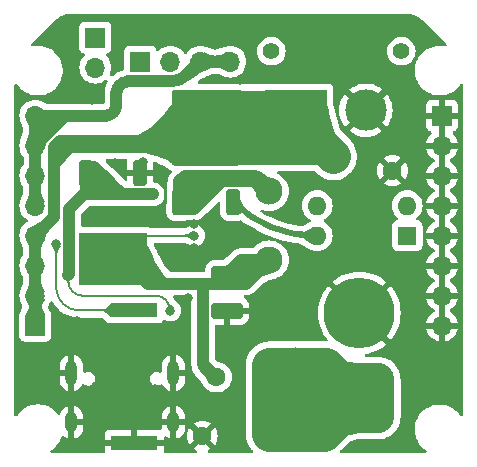
<source format=gbr>
%TF.GenerationSoftware,KiCad,Pcbnew,7.0.11*%
%TF.CreationDate,2025-01-20T01:28:44+09:00*%
%TF.ProjectId,PSU,5053552e-6b69-4636-9164-5f7063625858,rev?*%
%TF.SameCoordinates,Original*%
%TF.FileFunction,Copper,L2,Bot*%
%TF.FilePolarity,Positive*%
%FSLAX46Y46*%
G04 Gerber Fmt 4.6, Leading zero omitted, Abs format (unit mm)*
G04 Created by KiCad (PCBNEW 7.0.11) date 2025-01-20 01:28:44*
%MOMM*%
%LPD*%
G01*
G04 APERTURE LIST*
G04 Aperture macros list*
%AMRoundRect*
0 Rectangle with rounded corners*
0 $1 Rounding radius*
0 $2 $3 $4 $5 $6 $7 $8 $9 X,Y pos of 4 corners*
0 Add a 4 corners polygon primitive as box body*
4,1,4,$2,$3,$4,$5,$6,$7,$8,$9,$2,$3,0*
0 Add four circle primitives for the rounded corners*
1,1,$1+$1,$2,$3*
1,1,$1+$1,$4,$5*
1,1,$1+$1,$6,$7*
1,1,$1+$1,$8,$9*
0 Add four rect primitives between the rounded corners*
20,1,$1+$1,$2,$3,$4,$5,0*
20,1,$1+$1,$4,$5,$6,$7,0*
20,1,$1+$1,$6,$7,$8,$9,0*
20,1,$1+$1,$8,$9,$2,$3,0*%
G04 Aperture macros list end*
%TA.AperFunction,ComponentPad*%
%ADD10R,1.700000X1.700000*%
%TD*%
%TA.AperFunction,ComponentPad*%
%ADD11O,1.700000X1.700000*%
%TD*%
%TA.AperFunction,ComponentPad*%
%ADD12O,1.000000X2.100000*%
%TD*%
%TA.AperFunction,ComponentPad*%
%ADD13O,1.000000X1.800000*%
%TD*%
%TA.AperFunction,ComponentPad*%
%ADD14RoundRect,1.500000X1.500000X-1.500000X1.500000X1.500000X-1.500000X1.500000X-1.500000X-1.500000X0*%
%TD*%
%TA.AperFunction,ComponentPad*%
%ADD15C,6.000000*%
%TD*%
%TA.AperFunction,ComponentPad*%
%ADD16C,1.600000*%
%TD*%
%TA.AperFunction,ComponentPad*%
%ADD17RoundRect,0.575000X0.575000X-0.575000X0.575000X0.575000X-0.575000X0.575000X-0.575000X-0.575000X0*%
%TD*%
%TA.AperFunction,ComponentPad*%
%ADD18C,2.300000*%
%TD*%
%TA.AperFunction,ComponentPad*%
%ADD19R,1.600000X1.600000*%
%TD*%
%TA.AperFunction,ComponentPad*%
%ADD20O,1.600000X1.600000*%
%TD*%
%TA.AperFunction,ComponentPad*%
%ADD21C,1.400000*%
%TD*%
%TA.AperFunction,ComponentPad*%
%ADD22R,3.500000X3.500000*%
%TD*%
%TA.AperFunction,ComponentPad*%
%ADD23C,3.500000*%
%TD*%
%TA.AperFunction,SMDPad,CuDef*%
%ADD24RoundRect,0.250000X-0.350000X0.850000X-0.350000X-0.850000X0.350000X-0.850000X0.350000X0.850000X0*%
%TD*%
%TA.AperFunction,SMDPad,CuDef*%
%ADD25RoundRect,0.192239X-2.707761X2.037761X-2.707761X-2.037761X2.707761X-2.037761X2.707761X2.037761X0*%
%TD*%
%TA.AperFunction,SMDPad,CuDef*%
%ADD26RoundRect,0.250000X-1.125000X1.275000X-1.125000X-1.275000X1.125000X-1.275000X1.125000X1.275000X0*%
%TD*%
%TA.AperFunction,SMDPad,CuDef*%
%ADD27RoundRect,0.250000X-1.100000X0.412500X-1.100000X-0.412500X1.100000X-0.412500X1.100000X0.412500X0*%
%TD*%
%TA.AperFunction,SMDPad,CuDef*%
%ADD28R,4.000000X1.200000*%
%TD*%
%TA.AperFunction,SMDPad,CuDef*%
%ADD29RoundRect,0.250000X1.125000X-1.275000X1.125000X1.275000X-1.125000X1.275000X-1.125000X-1.275000X0*%
%TD*%
%TA.AperFunction,SMDPad,CuDef*%
%ADD30RoundRect,0.249997X2.650003X-2.950003X2.650003X2.950003X-2.650003X2.950003X-2.650003X-2.950003X0*%
%TD*%
%TA.AperFunction,SMDPad,CuDef*%
%ADD31RoundRect,0.250000X0.350000X-0.850000X0.350000X0.850000X-0.350000X0.850000X-0.350000X-0.850000X0*%
%TD*%
%TA.AperFunction,ViaPad*%
%ADD32C,0.800000*%
%TD*%
%TA.AperFunction,Conductor*%
%ADD33C,3.000000*%
%TD*%
%TA.AperFunction,Conductor*%
%ADD34C,0.250000*%
%TD*%
%TA.AperFunction,Conductor*%
%ADD35C,0.200000*%
%TD*%
%TA.AperFunction,Conductor*%
%ADD36C,1.000000*%
%TD*%
%TA.AperFunction,Conductor*%
%ADD37C,0.500000*%
%TD*%
G04 APERTURE END LIST*
D10*
%TO.P,J4,1,Pin_1*%
%TO.N,/UART_TX*%
X144018000Y-86868000D03*
D11*
%TO.P,J4,2,Pin_2*%
%TO.N,/UART_RX*%
X146558000Y-86868000D03*
%TO.P,J4,3,Pin_3*%
%TO.N,+48V*%
X149098000Y-86868000D03*
%TO.P,J4,4,Pin_4*%
X151638000Y-86868000D03*
%TD*%
D12*
%TO.P,J1,S1,SHIELD*%
%TO.N,GND*%
X138176000Y-113227000D03*
D13*
X138176000Y-117407000D03*
D12*
X146816000Y-113227000D03*
D13*
X146816000Y-117407000D03*
%TD*%
D10*
%TO.P,J2,1,Pin_1*%
%TO.N,+12V*%
X135128000Y-109220000D03*
D11*
%TO.P,J2,2,Pin_2*%
X135128000Y-106680000D03*
%TO.P,J2,3,Pin_3*%
X135128000Y-104140000D03*
%TO.P,J2,4,Pin_4*%
X135128000Y-101600000D03*
%TO.P,J2,5,Pin_5*%
%TO.N,+48V*%
X135128000Y-99060000D03*
%TO.P,J2,6,Pin_6*%
X135128000Y-96520000D03*
%TO.P,J2,7,Pin_7*%
X135128000Y-93980000D03*
%TO.P,J2,8,Pin_8*%
X135128000Y-91440000D03*
%TD*%
D14*
%TO.P,BT1,1,+*%
%TO.N,Net-(BT1-+)*%
X162560000Y-115360000D03*
D15*
%TO.P,BT1,2,-*%
%TO.N,GND*%
X162560000Y-108160000D03*
%TD*%
D16*
%TO.P,RV2,1*%
%TO.N,+12V*%
X160354000Y-94904000D03*
%TO.P,RV2,2*%
%TO.N,GND*%
X165354000Y-96104000D03*
%TD*%
D17*
%TO.P,F1,1*%
%TO.N,Net-(BT1-+)*%
X154940000Y-118364000D03*
X154940000Y-112564000D03*
D18*
%TO.P,F1,2*%
%TO.N,/Temp+12v*%
X154940000Y-103664000D03*
X154940000Y-97864000D03*
%TD*%
D19*
%TO.P,U3,1*%
%TO.N,/FET*%
X166614000Y-101605000D03*
D20*
%TO.P,U3,2*%
%TO.N,Net-(R14-Pad2)*%
X166614000Y-99065000D03*
%TO.P,U3,3*%
%TO.N,Net-(R15-Pad2)*%
X158994000Y-99065000D03*
%TO.P,U3,4*%
%TO.N,Net-(Q1-G)*%
X158994000Y-101605000D03*
%TD*%
D21*
%TO.P,J5,*%
%TO.N,*%
X155116000Y-85986000D03*
X166116000Y-85986000D03*
D22*
%TO.P,J5,1,Pin_1*%
%TO.N,+12V*%
X158116000Y-90986000D03*
D23*
%TO.P,J5,2,Pin_2*%
%TO.N,GND*%
X163116000Y-90986000D03*
%TD*%
D10*
%TO.P,J3,1,Pin_1*%
%TO.N,GND*%
X169570000Y-91440000D03*
D11*
%TO.P,J3,2,Pin_2*%
X169570000Y-93980000D03*
%TO.P,J3,3,Pin_3*%
X169570000Y-96520000D03*
%TO.P,J3,4,Pin_4*%
X169570000Y-99060000D03*
%TO.P,J3,5,Pin_5*%
X169570000Y-101600000D03*
%TO.P,J3,6,Pin_6*%
X169570000Y-104140000D03*
%TO.P,J3,7,Pin_7*%
X169570000Y-106680000D03*
%TO.P,J3,8,Pin_8*%
X169570000Y-109220000D03*
%TD*%
D16*
%TO.P,RV1,1*%
%TO.N,/Temp+12v*%
X150460000Y-113578000D03*
%TO.P,RV1,2*%
%TO.N,GND*%
X149260000Y-118578000D03*
%TD*%
D10*
%TO.P,J6,1,Pin_1*%
%TO.N,/FET*%
X140208000Y-84836000D03*
D11*
%TO.P,J6,2,Pin_2*%
%TO.N,/SW*%
X140208000Y-87376000D03*
%TD*%
D24*
%TO.P,U4,1,GND*%
%TO.N,GND*%
X144012000Y-96306000D03*
%TO.P,U4,2,VO*%
%TO.N,+3.3V*%
X139452000Y-96306000D03*
D25*
%TO.P,U4,3,VI*%
%TO.N,/Temp+12v*%
X141732000Y-103576000D03*
D26*
X143257000Y-104281000D03*
X140207000Y-104281000D03*
%TD*%
D27*
%TO.P,C10,1*%
%TO.N,/Temp+12v*%
X151384000Y-104863500D03*
%TO.P,C10,2*%
%TO.N,GND*%
X151384000Y-107988500D03*
%TD*%
D28*
%TO.P,BZ1,1,-*%
%TO.N,Net-(BZ1--)*%
X143510000Y-107938000D03*
%TO.P,BZ1,2,+*%
%TO.N,GND*%
X143510000Y-119138000D03*
%TD*%
D29*
%TO.P,Q1,1,D*%
%TO.N,+12V*%
X148081000Y-94131000D03*
X151131000Y-94131000D03*
D30*
X149606000Y-92456000D03*
D29*
X148081000Y-90781000D03*
X151131000Y-90781000D03*
D31*
%TO.P,Q1,2,G*%
%TO.N,Net-(Q1-G)*%
X151886000Y-98756000D03*
%TO.P,Q1,3,S*%
%TO.N,/Temp+12v*%
X147326000Y-98756000D03*
%TD*%
D32*
%TO.N,Net-(BT1-+)*%
X157660000Y-113510000D03*
X154980000Y-115500000D03*
X157740000Y-117390000D03*
%TO.N,GND*%
X158650000Y-109940000D03*
X141840000Y-95490000D03*
X145110000Y-117320000D03*
X133860000Y-90160000D03*
X138680000Y-108870000D03*
X156940000Y-105300000D03*
X149940000Y-116070000D03*
X144260000Y-95360000D03*
X150806156Y-102618712D03*
X158450000Y-97100000D03*
X137620000Y-84440000D03*
X153760000Y-107990000D03*
X148590000Y-100584000D03*
X145860000Y-96450000D03*
X141470000Y-100410000D03*
X143730000Y-99600000D03*
X162060000Y-104020000D03*
X140080000Y-117390000D03*
X148590000Y-102616000D03*
X151640000Y-119230000D03*
X152520000Y-100920000D03*
X155000000Y-87940000D03*
X166600000Y-92650000D03*
X169230000Y-113310000D03*
X152510000Y-102270000D03*
X138200000Y-87910000D03*
X167520000Y-103540000D03*
X163590000Y-97420000D03*
X152440000Y-88390000D03*
X148060000Y-106910000D03*
X134620000Y-113520000D03*
X140270000Y-114320000D03*
X166110000Y-119120000D03*
X167020000Y-84050000D03*
X139940000Y-90160000D03*
X147740000Y-109470000D03*
X142040000Y-86620000D03*
X146820000Y-111240000D03*
X145300000Y-114580000D03*
X154300000Y-83790000D03*
X153580000Y-110240000D03*
X148290000Y-113850000D03*
X152250000Y-112410000D03*
X136970000Y-109040000D03*
X161070000Y-88600000D03*
X168040000Y-97760000D03*
X164150000Y-100400000D03*
X142320000Y-83550000D03*
X150700000Y-88360000D03*
X162140000Y-119450000D03*
%TO.N,Net-(BZ1--)*%
X136899287Y-102300001D03*
%TO.N,+3.3V*%
X145070000Y-98110000D03*
X146558000Y-107950000D03*
X140370798Y-96007898D03*
X137922000Y-104902000D03*
%TO.N,/Temp+12v*%
X148590000Y-101600000D03*
%TO.N,+12V*%
X146040000Y-93560000D03*
%TD*%
D33*
%TO.N,Net-(BT1-+)*%
X157736000Y-115360000D02*
X154940000Y-112564000D01*
X154940000Y-118364000D02*
X159556000Y-118364000D01*
X162560000Y-115360000D02*
X157944000Y-115360000D01*
X154940000Y-112564000D02*
X154940000Y-118364000D01*
X162560000Y-115360000D02*
X157736000Y-115360000D01*
X159556000Y-118364000D02*
X162560000Y-115360000D01*
X157944000Y-115360000D02*
X154940000Y-118364000D01*
X154940000Y-112564000D02*
X159764000Y-112564000D01*
X159764000Y-112564000D02*
X162560000Y-115360000D01*
D34*
%TO.N,GND*%
X146100000Y-96690000D02*
X146100000Y-98810000D01*
X145310000Y-99600000D02*
X143730000Y-99600000D01*
X145860000Y-96450000D02*
X146100000Y-96690000D01*
X146100000Y-98810000D02*
X145310000Y-99600000D01*
D35*
%TO.N,Net-(BZ1--)*%
X136899287Y-102300001D02*
X136908194Y-102308908D01*
X138825744Y-107938000D02*
X143510000Y-107938000D01*
X136908194Y-102308908D02*
X136908194Y-106155403D01*
X136908253Y-106155399D02*
G75*
G03*
X138825744Y-107937999I1919447J142099D01*
G01*
D36*
%TO.N,+3.3V*%
X139271570Y-98116000D02*
X139954000Y-98116000D01*
X141561450Y-97198550D02*
X141434450Y-97071550D01*
X140000000Y-95758000D02*
X139452000Y-96306000D01*
X140344550Y-97198550D02*
X141561450Y-97198550D01*
X141434450Y-97071550D02*
X140370798Y-96007898D01*
X140120900Y-95758000D02*
X140000000Y-95758000D01*
X141434450Y-97071550D02*
X140120900Y-95758000D01*
X140716000Y-98116000D02*
X144526000Y-98116000D01*
X139452000Y-96306000D02*
X140344550Y-97198550D01*
X145070000Y-98110000D02*
X145064000Y-98116000D01*
X139518000Y-98116000D02*
X140716000Y-98116000D01*
D35*
X145288000Y-106680000D02*
X139099825Y-106680000D01*
D36*
X139452000Y-96306000D02*
X140072696Y-96306000D01*
X139452000Y-96852000D02*
X140716000Y-98116000D01*
X139452000Y-96306000D02*
X139452000Y-98050000D01*
X144526000Y-98116000D02*
X142478900Y-98116000D01*
D35*
X137922000Y-105502175D02*
X137922000Y-104902000D01*
D36*
X139452000Y-98050000D02*
X139518000Y-98116000D01*
X137999287Y-104824713D02*
X137999287Y-99388283D01*
X137922000Y-104902000D02*
X137999287Y-104824713D01*
X145064000Y-98116000D02*
X144526000Y-98116000D01*
X139452000Y-96306000D02*
X139452000Y-96852000D01*
X140072696Y-96306000D02*
X140370798Y-96007898D01*
X142478900Y-98116000D02*
X141561450Y-97198550D01*
X137999287Y-99388283D02*
X139271570Y-98116000D01*
D35*
X137922000Y-105502175D02*
G75*
G03*
X139099825Y-106680000I1177800J-25D01*
G01*
X146558000Y-107950000D02*
G75*
G03*
X145288000Y-106680000I-1270000J0D01*
G01*
D36*
%TO.N,/Temp+12v*%
X147326000Y-98756000D02*
X147326000Y-97530000D01*
X150368000Y-97536000D02*
X148971000Y-98933000D01*
X149860000Y-105664000D02*
X148590000Y-105664000D01*
X147326000Y-98756000D02*
X148546000Y-97536000D01*
X148546000Y-97536000D02*
X149098000Y-97536000D01*
X150622000Y-97282000D02*
X150368000Y-97536000D01*
X153416000Y-103664000D02*
X153416000Y-103886000D01*
X148082000Y-98756000D02*
X148794000Y-98756000D01*
X151384000Y-104863500D02*
X153123500Y-104863500D01*
X146304000Y-105664000D02*
X144640000Y-105664000D01*
X154067000Y-104537000D02*
X153432000Y-105172000D01*
X153123500Y-104863500D02*
X153432000Y-105172000D01*
X153596000Y-96520000D02*
X154940000Y-97864000D01*
X149098000Y-97536000D02*
X149352000Y-97536000D01*
X150948000Y-96956000D02*
X150622000Y-97282000D01*
X149334000Y-112452000D02*
X149334000Y-105778000D01*
X152583500Y-103664000D02*
X153416000Y-103664000D01*
D35*
X148590000Y-101600000D02*
X143708000Y-101600000D01*
D36*
X153416000Y-103664000D02*
X153416000Y-104571000D01*
X147326000Y-98756000D02*
X148441000Y-97641000D01*
X149562000Y-96520000D02*
X153596000Y-96520000D01*
X147320000Y-105664000D02*
X146304000Y-105664000D01*
X154940000Y-97864000D02*
X154032000Y-96956000D01*
X153416000Y-103664000D02*
X154940000Y-103664000D01*
X144640000Y-105664000D02*
X143257000Y-104281000D01*
X152940000Y-105664000D02*
X151638000Y-105664000D01*
X148336000Y-96520000D02*
X149562000Y-96520000D01*
X150460000Y-113578000D02*
X149334000Y-112452000D01*
X147326000Y-97022000D02*
X147828000Y-96520000D01*
X149098000Y-97740000D02*
X148082000Y-98756000D01*
X151384000Y-104863500D02*
X150583500Y-105664000D01*
X153740500Y-104863500D02*
X154067000Y-104537000D01*
X147326000Y-97530000D02*
X148336000Y-96520000D01*
X149352000Y-97536000D02*
X150368000Y-97536000D01*
X148590000Y-105664000D02*
X146304000Y-105664000D01*
X148800000Y-97282000D02*
X150622000Y-97282000D01*
X147828000Y-96520000D02*
X148336000Y-96520000D01*
X148971000Y-98933000D02*
X148590000Y-99314000D01*
X147326000Y-98756000D02*
X147326000Y-97022000D01*
X148441000Y-97641000D02*
X149562000Y-96520000D01*
X147884000Y-99314000D02*
X147326000Y-98756000D01*
X151384000Y-104863500D02*
X153740500Y-104863500D01*
X147326000Y-98756000D02*
X148082000Y-98756000D01*
X154032000Y-96956000D02*
X150948000Y-96956000D01*
X151384000Y-104863500D02*
X152583500Y-103664000D01*
X153416000Y-103886000D02*
X151638000Y-105664000D01*
X153432000Y-105172000D02*
X152940000Y-105664000D01*
X151638000Y-105664000D02*
X149860000Y-105664000D01*
D35*
X143708000Y-101600000D02*
X141732000Y-103576000D01*
D36*
X154940000Y-103664000D02*
X154067000Y-104537000D01*
X150583500Y-105664000D02*
X149860000Y-105664000D01*
X148590000Y-99314000D02*
X147884000Y-99314000D01*
X149220000Y-105664000D02*
X148590000Y-105664000D01*
X147326000Y-98756000D02*
X147326000Y-99022000D01*
X147326000Y-98756000D02*
X148800000Y-97282000D01*
X148794000Y-98756000D02*
X148971000Y-98933000D01*
X149334000Y-105778000D02*
X149220000Y-105664000D01*
X149098000Y-97536000D02*
X149098000Y-97740000D01*
X153416000Y-104571000D02*
X153123500Y-104863500D01*
D33*
%TO.N,+12V*%
X149606000Y-92456000D02*
X156646000Y-92456000D01*
D36*
X136678000Y-94127056D02*
X137245056Y-93560000D01*
D33*
X157911000Y-90781000D02*
X158116000Y-90986000D01*
X151131000Y-94131000D02*
X159581000Y-94131000D01*
D36*
X136678000Y-95504000D02*
X136678000Y-94127056D01*
X135128000Y-101600000D02*
X136678000Y-100050000D01*
X148081000Y-94131000D02*
X147510000Y-93560000D01*
X147510000Y-93560000D02*
X146040000Y-93560000D01*
X138051000Y-94131000D02*
X136678000Y-95504000D01*
D33*
X151131000Y-90781000D02*
X151131000Y-94131000D01*
X156646000Y-92456000D02*
X158116000Y-90986000D01*
D36*
X137245056Y-93560000D02*
X146040000Y-93560000D01*
X136678000Y-100050000D02*
X136678000Y-95504000D01*
D33*
X151131000Y-90781000D02*
X157911000Y-90781000D01*
D36*
X135128000Y-109220000D02*
X135128000Y-106680000D01*
D33*
X158116000Y-92666000D02*
X160354000Y-94904000D01*
X158116000Y-90986000D02*
X158116000Y-92666000D01*
X159581000Y-94131000D02*
X160354000Y-94904000D01*
D36*
X148081000Y-94131000D02*
X138051000Y-94131000D01*
X135128000Y-106680000D02*
X135128000Y-101600000D01*
%TO.N,+48V*%
X136398000Y-91440000D02*
X135128000Y-91440000D01*
X135128000Y-91440000D02*
X135128000Y-99060000D01*
X146563798Y-88556000D02*
X142996344Y-88556000D01*
X137668000Y-91440000D02*
X137922000Y-91440000D01*
X135128000Y-93980000D02*
X137668000Y-91440000D01*
X137922000Y-91440000D02*
X136398000Y-91440000D01*
X135128000Y-93980000D02*
X135128000Y-92710000D01*
X149098000Y-86868000D02*
X148008355Y-87957645D01*
X135128000Y-92710000D02*
X136398000Y-91440000D01*
X151638000Y-86868000D02*
X149098000Y-86868000D01*
X141986000Y-89566344D02*
X141986000Y-90546029D01*
X141092029Y-91440000D02*
X137922000Y-91440000D01*
X142996344Y-88556000D02*
G75*
G03*
X141986000Y-89566344I-44J-1010300D01*
G01*
X141092029Y-91440000D02*
G75*
G03*
X141986000Y-90546029I-29J894000D01*
G01*
X146563798Y-88556002D02*
G75*
G03*
X148008355Y-87957645I2J2042902D01*
G01*
D37*
%TO.N,Net-(Q1-G)*%
X158764061Y-101605000D02*
X158994000Y-101605000D01*
D36*
X158758608Y-101605000D02*
X158994000Y-101605000D01*
D37*
X151886022Y-98755978D02*
G75*
G03*
X158764061Y-101605000I6878078J6877978D01*
G01*
%TD*%
%TA.AperFunction,Conductor*%
%TO.N,GND*%
G36*
X142874743Y-95151185D02*
G01*
X142920498Y-95203989D01*
X142930442Y-95273147D01*
X142925411Y-95294501D01*
X142922495Y-95303300D01*
X142922493Y-95303309D01*
X142912000Y-95406013D01*
X142912000Y-96056000D01*
X145111999Y-96056000D01*
X145111999Y-95475331D01*
X145131684Y-95408292D01*
X145184488Y-95362537D01*
X145253646Y-95352593D01*
X145274777Y-95357552D01*
X145439962Y-95411957D01*
X145455488Y-95418262D01*
X145994173Y-95680755D01*
X146007062Y-95688020D01*
X146307863Y-95882100D01*
X146476767Y-95991079D01*
X146486446Y-95998003D01*
X146487342Y-95998711D01*
X146487343Y-95998712D01*
X146514758Y-96015622D01*
X146516856Y-96016945D01*
X146545335Y-96035320D01*
X146577715Y-96056212D01*
X146593789Y-96066163D01*
X146598255Y-96068452D01*
X146598244Y-96068472D01*
X146611099Y-96075046D01*
X146630355Y-96086923D01*
X146677077Y-96138869D01*
X146688300Y-96207832D01*
X146660456Y-96271914D01*
X146652937Y-96280141D01*
X146628644Y-96304434D01*
X146626397Y-96306626D01*
X146562946Y-96366942D01*
X146529245Y-96415361D01*
X146523574Y-96422882D01*
X146486302Y-96468592D01*
X146486298Y-96468598D01*
X146472209Y-96495568D01*
X146464082Y-96508983D01*
X146446702Y-96533955D01*
X146423438Y-96588165D01*
X146419398Y-96596672D01*
X146392090Y-96648951D01*
X146392090Y-96648952D01*
X146383720Y-96678201D01*
X146378459Y-96692979D01*
X146366459Y-96720943D01*
X146354588Y-96778711D01*
X146352342Y-96787860D01*
X146336113Y-96844577D01*
X146333802Y-96874926D01*
X146331622Y-96890466D01*
X146325500Y-96920258D01*
X146325500Y-96979240D01*
X146325141Y-96988666D01*
X146324663Y-96994936D01*
X146323003Y-97007797D01*
X146322380Y-97011203D01*
X146303650Y-97181645D01*
X146303599Y-97182100D01*
X146297686Y-97234136D01*
X146284249Y-97352390D01*
X146283912Y-97355352D01*
X146283855Y-97355842D01*
X146264091Y-97523814D01*
X146264029Y-97524334D01*
X146244384Y-97685429D01*
X146244314Y-97685991D01*
X146240754Y-97714115D01*
X146212807Y-97778152D01*
X146154675Y-97816913D01*
X146084815Y-97818093D01*
X146025408Y-97781317D01*
X146000401Y-97738649D01*
X145983817Y-97690131D01*
X145983816Y-97690128D01*
X145982813Y-97688425D01*
X145880593Y-97514778D01*
X145880592Y-97514777D01*
X145880590Y-97514773D01*
X145744179Y-97363787D01*
X145698527Y-97330264D01*
X145580171Y-97243353D01*
X145580164Y-97243349D01*
X145395274Y-97158397D01*
X145395261Y-97158392D01*
X145207969Y-97114930D01*
X145147114Y-97080601D01*
X145114480Y-97018821D01*
X145111999Y-96994140D01*
X145112000Y-96556000D01*
X142912001Y-96556000D01*
X142912001Y-96834818D01*
X142892316Y-96901857D01*
X142839512Y-96947612D01*
X142770354Y-96957556D01*
X142706798Y-96928531D01*
X142700320Y-96922499D01*
X142347922Y-96570102D01*
X142347920Y-96570099D01*
X142279004Y-96501183D01*
X142276811Y-96498934D01*
X142216512Y-96435499D01*
X142216505Y-96435494D01*
X142215056Y-96434485D01*
X142198214Y-96420393D01*
X141630195Y-95852374D01*
X141121001Y-95343181D01*
X141087516Y-95281858D01*
X141092500Y-95212167D01*
X141134371Y-95156233D01*
X141199836Y-95131816D01*
X141208682Y-95131500D01*
X142807704Y-95131500D01*
X142874743Y-95151185D01*
G37*
%TD.AperFunction*%
%TA.AperFunction,Conductor*%
G36*
X169820000Y-108784498D02*
G01*
X169712315Y-108735320D01*
X169605763Y-108720000D01*
X169534237Y-108720000D01*
X169427685Y-108735320D01*
X169320000Y-108784498D01*
X169320000Y-107115501D01*
X169427685Y-107164680D01*
X169534237Y-107180000D01*
X169605763Y-107180000D01*
X169712315Y-107164680D01*
X169820000Y-107115501D01*
X169820000Y-108784498D01*
G37*
%TD.AperFunction*%
%TA.AperFunction,Conductor*%
G36*
X169820000Y-106244498D02*
G01*
X169712315Y-106195320D01*
X169605763Y-106180000D01*
X169534237Y-106180000D01*
X169427685Y-106195320D01*
X169320000Y-106244498D01*
X169320000Y-104575501D01*
X169427685Y-104624680D01*
X169534237Y-104640000D01*
X169605763Y-104640000D01*
X169712315Y-104624680D01*
X169820000Y-104575501D01*
X169820000Y-106244498D01*
G37*
%TD.AperFunction*%
%TA.AperFunction,Conductor*%
G36*
X169820000Y-103704498D02*
G01*
X169712315Y-103655320D01*
X169605763Y-103640000D01*
X169534237Y-103640000D01*
X169427685Y-103655320D01*
X169320000Y-103704498D01*
X169320000Y-102035501D01*
X169427685Y-102084680D01*
X169534237Y-102100000D01*
X169605763Y-102100000D01*
X169712315Y-102084680D01*
X169820000Y-102035501D01*
X169820000Y-103704498D01*
G37*
%TD.AperFunction*%
%TA.AperFunction,Conductor*%
G36*
X169820000Y-101164498D02*
G01*
X169712315Y-101115320D01*
X169605763Y-101100000D01*
X169534237Y-101100000D01*
X169427685Y-101115320D01*
X169320000Y-101164498D01*
X169320000Y-99495501D01*
X169427685Y-99544680D01*
X169534237Y-99560000D01*
X169605763Y-99560000D01*
X169712315Y-99544680D01*
X169820000Y-99495501D01*
X169820000Y-101164498D01*
G37*
%TD.AperFunction*%
%TA.AperFunction,Conductor*%
G36*
X169820000Y-98624498D02*
G01*
X169712315Y-98575320D01*
X169605763Y-98560000D01*
X169534237Y-98560000D01*
X169427685Y-98575320D01*
X169320000Y-98624498D01*
X169320000Y-96955501D01*
X169427685Y-97004680D01*
X169534237Y-97020000D01*
X169605763Y-97020000D01*
X169712315Y-97004680D01*
X169820000Y-96955501D01*
X169820000Y-98624498D01*
G37*
%TD.AperFunction*%
%TA.AperFunction,Conductor*%
G36*
X169820000Y-96084498D02*
G01*
X169712315Y-96035320D01*
X169605763Y-96020000D01*
X169534237Y-96020000D01*
X169427685Y-96035320D01*
X169320000Y-96084498D01*
X169320000Y-94415501D01*
X169427685Y-94464680D01*
X169534237Y-94480000D01*
X169605763Y-94480000D01*
X169712315Y-94464680D01*
X169820000Y-94415501D01*
X169820000Y-96084498D01*
G37*
%TD.AperFunction*%
%TA.AperFunction,Conductor*%
G36*
X169820000Y-93544498D02*
G01*
X169712315Y-93495320D01*
X169605763Y-93480000D01*
X169534237Y-93480000D01*
X169427685Y-93495320D01*
X169320000Y-93544498D01*
X169320000Y-91875501D01*
X169427685Y-91924680D01*
X169534237Y-91940000D01*
X169605763Y-91940000D01*
X169712315Y-91924680D01*
X169820000Y-91875501D01*
X169820000Y-93544498D01*
G37*
%TD.AperFunction*%
%TA.AperFunction,Conductor*%
G36*
X166525046Y-82802268D02*
G01*
X166573772Y-82805003D01*
X166574604Y-82805054D01*
X166747964Y-82816431D01*
X166751912Y-82816755D01*
X166761861Y-82817736D01*
X166770400Y-82818881D01*
X166858576Y-82833862D01*
X166861869Y-82834468D01*
X166995960Y-82861138D01*
X167006076Y-82863598D01*
X167102645Y-82891417D01*
X167108144Y-82893140D01*
X167230731Y-82934751D01*
X167238296Y-82937598D01*
X167332802Y-82976742D01*
X167340181Y-82980086D01*
X167456236Y-83037315D01*
X167461374Y-83039999D01*
X167549366Y-83088628D01*
X167558237Y-83094030D01*
X167671849Y-83169941D01*
X167674680Y-83171891D01*
X167747548Y-83223591D01*
X167754455Y-83228865D01*
X167762153Y-83235182D01*
X167765250Y-83237809D01*
X167897359Y-83353661D01*
X167898226Y-83354429D01*
X167932492Y-83385049D01*
X167937549Y-83389830D01*
X169927784Y-85380064D01*
X169961269Y-85441387D01*
X169956285Y-85511079D01*
X169914413Y-85567012D01*
X169848949Y-85591429D01*
X169814876Y-85589152D01*
X169646686Y-85554202D01*
X169646684Y-85554201D01*
X169646680Y-85554201D01*
X169528070Y-85546088D01*
X169431752Y-85539500D01*
X169288248Y-85539500D01*
X169197724Y-85545691D01*
X169073319Y-85554201D01*
X168791965Y-85612666D01*
X168791962Y-85612667D01*
X168521206Y-85708894D01*
X168266064Y-85841098D01*
X168031299Y-86006812D01*
X167899617Y-86129796D01*
X167822344Y-86201965D01*
X167821289Y-86202950D01*
X167639944Y-86425853D01*
X167490634Y-86671382D01*
X167376158Y-86934935D01*
X167376158Y-86934936D01*
X167376156Y-86934939D01*
X167376156Y-86934942D01*
X167356845Y-87003861D01*
X167298630Y-87211635D01*
X167298629Y-87211642D01*
X167260875Y-87486321D01*
X167259500Y-87496322D01*
X167259500Y-87783678D01*
X167297254Y-88058357D01*
X167298629Y-88068357D01*
X167298630Y-88068364D01*
X167336371Y-88203061D01*
X167376156Y-88345058D01*
X167376157Y-88345061D01*
X167376158Y-88345063D01*
X167376158Y-88345064D01*
X167490634Y-88608617D01*
X167639944Y-88854146D01*
X167659720Y-88878454D01*
X167821292Y-89077053D01*
X167924278Y-89173235D01*
X168031299Y-89273187D01*
X168031302Y-89273189D01*
X168266064Y-89438901D01*
X168521203Y-89571104D01*
X168521206Y-89571105D01*
X168768605Y-89659031D01*
X168791968Y-89667334D01*
X169073314Y-89725798D01*
X169288248Y-89740500D01*
X169288255Y-89740500D01*
X169431745Y-89740500D01*
X169431752Y-89740500D01*
X169646686Y-89725798D01*
X169928032Y-89667334D01*
X170198797Y-89571104D01*
X170453936Y-89438901D01*
X170688698Y-89273189D01*
X170898708Y-89077053D01*
X171080055Y-88854147D01*
X171119552Y-88789196D01*
X171171203Y-88742145D01*
X171240093Y-88730487D01*
X171304350Y-88757924D01*
X171343573Y-88815746D01*
X171349500Y-88853625D01*
X171349500Y-116796374D01*
X171329815Y-116863413D01*
X171277011Y-116909168D01*
X171207853Y-116919112D01*
X171144297Y-116890087D01*
X171119552Y-116860803D01*
X171080055Y-116795853D01*
X171033456Y-116738575D01*
X170898708Y-116572947D01*
X170779831Y-116461923D01*
X170688700Y-116376812D01*
X170453935Y-116211098D01*
X170198793Y-116078894D01*
X169928037Y-115982667D01*
X169928034Y-115982666D01*
X169751509Y-115945984D01*
X169646686Y-115924202D01*
X169646684Y-115924201D01*
X169646680Y-115924201D01*
X169528070Y-115916088D01*
X169431752Y-115909500D01*
X169288248Y-115909500D01*
X169197724Y-115915691D01*
X169073319Y-115924201D01*
X168791965Y-115982666D01*
X168791962Y-115982667D01*
X168521206Y-116078894D01*
X168266064Y-116211098D01*
X168031299Y-116376812D01*
X167821289Y-116572950D01*
X167639944Y-116795853D01*
X167490634Y-117041382D01*
X167376158Y-117304935D01*
X167376158Y-117304936D01*
X167298630Y-117581635D01*
X167298629Y-117581642D01*
X167259946Y-117863080D01*
X167259500Y-117866322D01*
X167259500Y-118153678D01*
X167297621Y-118431028D01*
X167298629Y-118438357D01*
X167298630Y-118438364D01*
X167339877Y-118585578D01*
X167376156Y-118715058D01*
X167376157Y-118715061D01*
X167376158Y-118715063D01*
X167376158Y-118715064D01*
X167490634Y-118978617D01*
X167639944Y-119224146D01*
X167716667Y-119318452D01*
X167821292Y-119447053D01*
X167947105Y-119564554D01*
X168031299Y-119643187D01*
X168031302Y-119643189D01*
X168220559Y-119776780D01*
X168263976Y-119831521D01*
X168270905Y-119901046D01*
X168239147Y-119963281D01*
X168178783Y-119998466D01*
X168149050Y-120002084D01*
X161046413Y-120002084D01*
X160979374Y-119982399D01*
X160933619Y-119929595D01*
X160923675Y-119860437D01*
X160952700Y-119796881D01*
X160958731Y-119790403D01*
X160983432Y-119765702D01*
X161071739Y-119677395D01*
X161752417Y-118996715D01*
X161813738Y-118963232D01*
X161818446Y-118962303D01*
X162384222Y-118862388D01*
X162405778Y-118860500D01*
X164131448Y-118860500D01*
X164345428Y-118845196D01*
X164532000Y-118804610D01*
X164625037Y-118784371D01*
X164625037Y-118784370D01*
X164625046Y-118784369D01*
X164893161Y-118684367D01*
X165144315Y-118547226D01*
X165373395Y-118375739D01*
X165575739Y-118173395D01*
X165747226Y-117944315D01*
X165884367Y-117693161D01*
X165984369Y-117425046D01*
X166010497Y-117304936D01*
X166045195Y-117145433D01*
X166045195Y-117145432D01*
X166045196Y-117145428D01*
X166060500Y-116931448D01*
X166060500Y-113788552D01*
X166045196Y-113574572D01*
X166022533Y-113470393D01*
X165984371Y-113294962D01*
X165984370Y-113294960D01*
X165984369Y-113294954D01*
X165884367Y-113026839D01*
X165882688Y-113023765D01*
X165747229Y-112775690D01*
X165747224Y-112775682D01*
X165575745Y-112546612D01*
X165575729Y-112546594D01*
X165373405Y-112344270D01*
X165373387Y-112344254D01*
X165144317Y-112172775D01*
X165144309Y-112172770D01*
X164893166Y-112035635D01*
X164893167Y-112035635D01*
X164760672Y-111986217D01*
X164625046Y-111935631D01*
X164625043Y-111935630D01*
X164625037Y-111935628D01*
X164345433Y-111874804D01*
X164131450Y-111859500D01*
X164131448Y-111859500D01*
X163151429Y-111859500D01*
X163084390Y-111839815D01*
X163038635Y-111787011D01*
X163028691Y-111717853D01*
X163057716Y-111654297D01*
X163116494Y-111616523D01*
X163132031Y-111613027D01*
X163288684Y-111588215D01*
X163288686Y-111588215D01*
X163643051Y-111493263D01*
X163985535Y-111361795D01*
X164312406Y-111195245D01*
X164620064Y-110995450D01*
X164853148Y-110806701D01*
X163967345Y-109920898D01*
X164180973Y-109727684D01*
X164318531Y-109564978D01*
X165206701Y-110453148D01*
X165395450Y-110220064D01*
X165595245Y-109912406D01*
X165761795Y-109585535D01*
X165893263Y-109243051D01*
X165988215Y-108888686D01*
X165988215Y-108888684D01*
X166045602Y-108526353D01*
X166064803Y-108160000D01*
X166064803Y-108159999D01*
X166045602Y-107793646D01*
X165988215Y-107431315D01*
X165988215Y-107431313D01*
X165893263Y-107076948D01*
X165761795Y-106734464D01*
X165595245Y-106407594D01*
X165395446Y-106099929D01*
X165206701Y-105866850D01*
X164319141Y-106754409D01*
X164282063Y-106704086D01*
X164072644Y-106487548D01*
X163964387Y-106402059D01*
X164853149Y-105513297D01*
X164620070Y-105324553D01*
X164312406Y-105124754D01*
X163985535Y-104958204D01*
X163643051Y-104826736D01*
X163288685Y-104731784D01*
X162926353Y-104674397D01*
X162560001Y-104655197D01*
X162559999Y-104655197D01*
X162193646Y-104674397D01*
X161831315Y-104731784D01*
X161831313Y-104731784D01*
X161476948Y-104826736D01*
X161134464Y-104958204D01*
X160807594Y-105124754D01*
X160499924Y-105324557D01*
X160266849Y-105513296D01*
X160266849Y-105513297D01*
X161152654Y-106399101D01*
X160939027Y-106592316D01*
X160801468Y-106755020D01*
X159913297Y-105866849D01*
X159913296Y-105866849D01*
X159724557Y-106099924D01*
X159524754Y-106407594D01*
X159358204Y-106734464D01*
X159226736Y-107076948D01*
X159131784Y-107431313D01*
X159131784Y-107431315D01*
X159074397Y-107793646D01*
X159055197Y-108159999D01*
X159055197Y-108160000D01*
X159074397Y-108526353D01*
X159131784Y-108888684D01*
X159131784Y-108888686D01*
X159226736Y-109243051D01*
X159358204Y-109585535D01*
X159524754Y-109912406D01*
X159724553Y-110220070D01*
X159839052Y-110361464D01*
X159865944Y-110425952D01*
X159853702Y-110494740D01*
X159806213Y-110545991D01*
X159742686Y-110563500D01*
X155015876Y-110563500D01*
X155007030Y-110563184D01*
X154940001Y-110558390D01*
X154939999Y-110558390D01*
X154872970Y-110563184D01*
X154864124Y-110563500D01*
X154796915Y-110563500D01*
X154730403Y-110573062D01*
X154721608Y-110574008D01*
X154654574Y-110578803D01*
X154654571Y-110578804D01*
X154588902Y-110593089D01*
X154580196Y-110594659D01*
X154513683Y-110604224D01*
X154513680Y-110604224D01*
X154513678Y-110604225D01*
X154513675Y-110604226D01*
X154449209Y-110623154D01*
X154440636Y-110625342D01*
X154374951Y-110639631D01*
X154374948Y-110639632D01*
X154311987Y-110663115D01*
X154303592Y-110665909D01*
X154239119Y-110684841D01*
X154239115Y-110684842D01*
X154177979Y-110712761D01*
X154169806Y-110716146D01*
X154106846Y-110739629D01*
X154106837Y-110739633D01*
X154047853Y-110771841D01*
X154039940Y-110775802D01*
X153978809Y-110803720D01*
X153922271Y-110840054D01*
X153914664Y-110844568D01*
X153855680Y-110876777D01*
X153801884Y-110917047D01*
X153794617Y-110922093D01*
X153738084Y-110958425D01*
X153687293Y-111002435D01*
X153680403Y-111007987D01*
X153626609Y-111048257D01*
X153626594Y-111048270D01*
X153579083Y-111095782D01*
X153572605Y-111101814D01*
X153521822Y-111145817D01*
X153477808Y-111196610D01*
X153471780Y-111203085D01*
X153424262Y-111250604D01*
X153424254Y-111250613D01*
X153383987Y-111304403D01*
X153378435Y-111311293D01*
X153334425Y-111362084D01*
X153298093Y-111418617D01*
X153293047Y-111425884D01*
X153252777Y-111479680D01*
X153220568Y-111538664D01*
X153216054Y-111546271D01*
X153179720Y-111602809D01*
X153179718Y-111602812D01*
X153179718Y-111602813D01*
X153173457Y-111616523D01*
X153151802Y-111663940D01*
X153147841Y-111671853D01*
X153115633Y-111730837D01*
X153115629Y-111730846D01*
X153092146Y-111793806D01*
X153088761Y-111801979D01*
X153060842Y-111863115D01*
X153060841Y-111863119D01*
X153041909Y-111927592D01*
X153039115Y-111935987D01*
X153015632Y-111998948D01*
X153015631Y-111998951D01*
X153001342Y-112064636D01*
X152999154Y-112073209D01*
X152980226Y-112137675D01*
X152980224Y-112137683D01*
X152970659Y-112204196D01*
X152969089Y-112212902D01*
X152954804Y-112278571D01*
X152954803Y-112278574D01*
X152950008Y-112345608D01*
X152949062Y-112354403D01*
X152939500Y-112420915D01*
X152939500Y-112488124D01*
X152939184Y-112496970D01*
X152934390Y-112563998D01*
X152934390Y-112564001D01*
X152939184Y-112631028D01*
X152939500Y-112639874D01*
X152939500Y-118288124D01*
X152939184Y-118296970D01*
X152934390Y-118363998D01*
X152934390Y-118364001D01*
X152939184Y-118431028D01*
X152939500Y-118439874D01*
X152939500Y-118507082D01*
X152949062Y-118573594D01*
X152950008Y-118582390D01*
X152954804Y-118649430D01*
X152954804Y-118649433D01*
X152969089Y-118715096D01*
X152970661Y-118723807D01*
X152980224Y-118790318D01*
X152980227Y-118790331D01*
X152999154Y-118854792D01*
X153001343Y-118863367D01*
X153015631Y-118929048D01*
X153039118Y-118992019D01*
X153041913Y-119000416D01*
X153060845Y-119064891D01*
X153088759Y-119126016D01*
X153092145Y-119134190D01*
X153115633Y-119197161D01*
X153147849Y-119256160D01*
X153151794Y-119264043D01*
X153165944Y-119295027D01*
X153179715Y-119325182D01*
X153179720Y-119325192D01*
X153216053Y-119381726D01*
X153220570Y-119389339D01*
X153252770Y-119448309D01*
X153252771Y-119448310D01*
X153252774Y-119448315D01*
X153293049Y-119502116D01*
X153298087Y-119509373D01*
X153334426Y-119565917D01*
X153378444Y-119616715D01*
X153383988Y-119623596D01*
X153424257Y-119677390D01*
X153424272Y-119677407D01*
X153471776Y-119724910D01*
X153477809Y-119731389D01*
X153521821Y-119782181D01*
X153524350Y-119784373D01*
X153562123Y-119843152D01*
X153562121Y-119913022D01*
X153524345Y-119971799D01*
X153460789Y-120000822D01*
X153443145Y-120002084D01*
X149841433Y-120002084D01*
X149774394Y-119982399D01*
X149728639Y-119929595D01*
X149718695Y-119860437D01*
X149747720Y-119796881D01*
X149789028Y-119765702D01*
X149912480Y-119708135D01*
X149985471Y-119657024D01*
X149260000Y-118931553D01*
X148534526Y-119657025D01*
X148607513Y-119708132D01*
X148607517Y-119708134D01*
X148730972Y-119765702D01*
X148783411Y-119811874D01*
X148802563Y-119879068D01*
X148782347Y-119945949D01*
X148729182Y-119991283D01*
X148678567Y-120002084D01*
X146123284Y-120002084D01*
X146056245Y-119982399D01*
X146010490Y-119929595D01*
X146000546Y-119860437D01*
X146002606Y-119849572D01*
X146003598Y-119845370D01*
X146009999Y-119785844D01*
X146010000Y-119785827D01*
X146010000Y-119388000D01*
X141010000Y-119388000D01*
X141010000Y-119785844D01*
X141016401Y-119845370D01*
X141017394Y-119849572D01*
X141017213Y-119852928D01*
X141017231Y-119853087D01*
X141017205Y-119853089D01*
X141013651Y-119919341D01*
X140972783Y-119976012D01*
X140907764Y-120001591D01*
X140896716Y-120002084D01*
X136532617Y-120002084D01*
X136465578Y-119982399D01*
X136419823Y-119929595D01*
X136409879Y-119860437D01*
X136438904Y-119796881D01*
X136461109Y-119776779D01*
X136525412Y-119731389D01*
X136678698Y-119623189D01*
X136888708Y-119427053D01*
X137070055Y-119204147D01*
X137219361Y-118958625D01*
X137219363Y-118958620D01*
X137219365Y-118958617D01*
X137250038Y-118888000D01*
X141010000Y-118888000D01*
X143260000Y-118888000D01*
X143760000Y-118888000D01*
X146010000Y-118888000D01*
X146010000Y-118700482D01*
X146029685Y-118633443D01*
X146082489Y-118587688D01*
X146151647Y-118577744D01*
X146209901Y-118602426D01*
X146284304Y-118660018D01*
X146466907Y-118749589D01*
X146566000Y-118775244D01*
X146566000Y-117973110D01*
X146590457Y-118012610D01*
X146679962Y-118080201D01*
X146787840Y-118110895D01*
X146899521Y-118100546D01*
X146999922Y-118050552D01*
X147066000Y-117978069D01*
X147066000Y-118780366D01*
X147067944Y-118780069D01*
X147067945Y-118780069D01*
X147258660Y-118709436D01*
X147258664Y-118709434D01*
X147431267Y-118601850D01*
X147456355Y-118578002D01*
X147955034Y-118578002D01*
X147974858Y-118804599D01*
X147974860Y-118804610D01*
X148033730Y-119024317D01*
X148033735Y-119024331D01*
X148129863Y-119230478D01*
X148180974Y-119303472D01*
X148906447Y-118578000D01*
X148906447Y-118577999D01*
X148878288Y-118549840D01*
X148956105Y-118549840D01*
X148966454Y-118661521D01*
X149016448Y-118761922D01*
X149099334Y-118837484D01*
X149203920Y-118878000D01*
X149287802Y-118878000D01*
X149370250Y-118862588D01*
X149465610Y-118803543D01*
X149533201Y-118714038D01*
X149563895Y-118606160D01*
X149561286Y-118578000D01*
X149613553Y-118578000D01*
X150339024Y-119303471D01*
X150390136Y-119230478D01*
X150486264Y-119024331D01*
X150486269Y-119024317D01*
X150545139Y-118804610D01*
X150545141Y-118804599D01*
X150564966Y-118578002D01*
X150564966Y-118577997D01*
X150545141Y-118351400D01*
X150545139Y-118351389D01*
X150486269Y-118131682D01*
X150486264Y-118131668D01*
X150390136Y-117925521D01*
X150390132Y-117925513D01*
X150339025Y-117852526D01*
X149613553Y-118577999D01*
X149613553Y-118578000D01*
X149561286Y-118578000D01*
X149553546Y-118494479D01*
X149503552Y-118394078D01*
X149420666Y-118318516D01*
X149316080Y-118278000D01*
X149232198Y-118278000D01*
X149149750Y-118293412D01*
X149054390Y-118352457D01*
X148986799Y-118441962D01*
X148956105Y-118549840D01*
X148878288Y-118549840D01*
X148180974Y-117852526D01*
X148180973Y-117852526D01*
X148129871Y-117925509D01*
X148129866Y-117925516D01*
X148033734Y-118131673D01*
X148033730Y-118131682D01*
X147974860Y-118351389D01*
X147974858Y-118351400D01*
X147955034Y-118577997D01*
X147955034Y-118578002D01*
X147456355Y-118578002D01*
X147578668Y-118461735D01*
X147578669Y-118461733D01*
X147694856Y-118294804D01*
X147775059Y-118107907D01*
X147816000Y-117908690D01*
X147816000Y-117657000D01*
X147116000Y-117657000D01*
X147116000Y-117498974D01*
X148534526Y-117498974D01*
X149260000Y-118224447D01*
X149260001Y-118224447D01*
X149985472Y-117498974D01*
X149912478Y-117447863D01*
X149706331Y-117351735D01*
X149706317Y-117351730D01*
X149486610Y-117292860D01*
X149486599Y-117292858D01*
X149260002Y-117273034D01*
X149259998Y-117273034D01*
X149033400Y-117292858D01*
X149033389Y-117292860D01*
X148813682Y-117351730D01*
X148813673Y-117351734D01*
X148607516Y-117447866D01*
X148607512Y-117447868D01*
X148534526Y-117498973D01*
X148534526Y-117498974D01*
X147116000Y-117498974D01*
X147116000Y-117157000D01*
X147816000Y-117157000D01*
X147816000Y-116956286D01*
X147800581Y-116804661D01*
X147739700Y-116610618D01*
X147739695Y-116610608D01*
X147640994Y-116432784D01*
X147640994Y-116432783D01*
X147508521Y-116278469D01*
X147508520Y-116278468D01*
X147347695Y-116153981D01*
X147165093Y-116064411D01*
X147066000Y-116038753D01*
X147066000Y-116840889D01*
X147041543Y-116801390D01*
X146952038Y-116733799D01*
X146844160Y-116703105D01*
X146732479Y-116713454D01*
X146632078Y-116763448D01*
X146566000Y-116835930D01*
X146566000Y-116033633D01*
X146564053Y-116033931D01*
X146564047Y-116033933D01*
X146373342Y-116104562D01*
X146373335Y-116104565D01*
X146200732Y-116212149D01*
X146053331Y-116352264D01*
X146053330Y-116352266D01*
X145937143Y-116519195D01*
X145856940Y-116706092D01*
X145816000Y-116905309D01*
X145816000Y-117157000D01*
X146516000Y-117157000D01*
X146516000Y-117657000D01*
X145816000Y-117657000D01*
X145816000Y-117857713D01*
X145823385Y-117930337D01*
X145810583Y-117999024D01*
X145762679Y-118049886D01*
X145694881Y-118066775D01*
X145656688Y-118059064D01*
X145617380Y-118044403D01*
X145617372Y-118044401D01*
X145557844Y-118038000D01*
X143760000Y-118038000D01*
X143760000Y-118888000D01*
X143260000Y-118888000D01*
X143260000Y-118038000D01*
X141462155Y-118038000D01*
X141402627Y-118044401D01*
X141402620Y-118044403D01*
X141267913Y-118094645D01*
X141267906Y-118094649D01*
X141152812Y-118180809D01*
X141152809Y-118180812D01*
X141066649Y-118295906D01*
X141066645Y-118295913D01*
X141016403Y-118430620D01*
X141016401Y-118430627D01*
X141010000Y-118490155D01*
X141010000Y-118888000D01*
X137250038Y-118888000D01*
X137310158Y-118749589D01*
X137333844Y-118695058D01*
X137347561Y-118646099D01*
X137384600Y-118586858D01*
X137447790Y-118557045D01*
X137517066Y-118566128D01*
X137542863Y-118581498D01*
X137644303Y-118660018D01*
X137826907Y-118749589D01*
X137926000Y-118775244D01*
X137926000Y-117973110D01*
X137950457Y-118012610D01*
X138039962Y-118080201D01*
X138147840Y-118110895D01*
X138259521Y-118100546D01*
X138359922Y-118050552D01*
X138426000Y-117978069D01*
X138426000Y-118780366D01*
X138427944Y-118780069D01*
X138427945Y-118780069D01*
X138618660Y-118709436D01*
X138618664Y-118709434D01*
X138791267Y-118601850D01*
X138938668Y-118461735D01*
X138938669Y-118461733D01*
X139054856Y-118294804D01*
X139135059Y-118107907D01*
X139176000Y-117908690D01*
X139176000Y-117657000D01*
X138476000Y-117657000D01*
X138476000Y-117157000D01*
X139176000Y-117157000D01*
X139176000Y-116956286D01*
X139160581Y-116804661D01*
X139099700Y-116610618D01*
X139099695Y-116610608D01*
X139000994Y-116432784D01*
X139000994Y-116432783D01*
X138868521Y-116278469D01*
X138868520Y-116278468D01*
X138707695Y-116153981D01*
X138525093Y-116064411D01*
X138426000Y-116038753D01*
X138426000Y-116840889D01*
X138401543Y-116801390D01*
X138312038Y-116733799D01*
X138204160Y-116703105D01*
X138092479Y-116713454D01*
X137992078Y-116763448D01*
X137926000Y-116835930D01*
X137926000Y-116033633D01*
X137924053Y-116033931D01*
X137924047Y-116033933D01*
X137733342Y-116104562D01*
X137733335Y-116104565D01*
X137560732Y-116212149D01*
X137413331Y-116352264D01*
X137413330Y-116352266D01*
X137297144Y-116519193D01*
X137227431Y-116681645D01*
X137182904Y-116735488D01*
X137116335Y-116756711D01*
X137048860Y-116738575D01*
X137017293Y-116711000D01*
X136904979Y-116572947D01*
X136888710Y-116552949D01*
X136678700Y-116356812D01*
X136443935Y-116191098D01*
X136188793Y-116058894D01*
X135918037Y-115962667D01*
X135918034Y-115962666D01*
X135732927Y-115924201D01*
X135636686Y-115904202D01*
X135636684Y-115904201D01*
X135636680Y-115904201D01*
X135518070Y-115896088D01*
X135421752Y-115889500D01*
X135278248Y-115889500D01*
X135187724Y-115895691D01*
X135063319Y-115904201D01*
X134781965Y-115962666D01*
X134781962Y-115962667D01*
X134511206Y-116058894D01*
X134256064Y-116191098D01*
X134021299Y-116356812D01*
X133811289Y-116552950D01*
X133629944Y-116775853D01*
X133580448Y-116857247D01*
X133528796Y-116904299D01*
X133459906Y-116915956D01*
X133395649Y-116888518D01*
X133356427Y-116830696D01*
X133350500Y-116792818D01*
X133350500Y-113827713D01*
X137176000Y-113827713D01*
X137191418Y-113979338D01*
X137252299Y-114173381D01*
X137252304Y-114173391D01*
X137351005Y-114351215D01*
X137351005Y-114351216D01*
X137483478Y-114505530D01*
X137483479Y-114505531D01*
X137644304Y-114630018D01*
X137826907Y-114719589D01*
X137926000Y-114745244D01*
X137926000Y-113943110D01*
X137950457Y-113982610D01*
X138039962Y-114050201D01*
X138147840Y-114080895D01*
X138259521Y-114070546D01*
X138359922Y-114020552D01*
X138426000Y-113948069D01*
X138426000Y-114750366D01*
X138427944Y-114750069D01*
X138427945Y-114750069D01*
X138618660Y-114679436D01*
X138618664Y-114679434D01*
X138791267Y-114571850D01*
X138938668Y-114431735D01*
X138938669Y-114431733D01*
X139054855Y-114264805D01*
X139067921Y-114234358D01*
X139112447Y-114180513D01*
X139179015Y-114159289D01*
X139246491Y-114177423D01*
X139257359Y-114184880D01*
X139306201Y-114222358D01*
X139315766Y-114229697D01*
X139315769Y-114229699D01*
X139327017Y-114234358D01*
X139455764Y-114287687D01*
X139568280Y-114302500D01*
X139568287Y-114302500D01*
X139643713Y-114302500D01*
X139643720Y-114302500D01*
X139756236Y-114287687D01*
X139896233Y-114229698D01*
X140016451Y-114137451D01*
X140108698Y-114017233D01*
X140166687Y-113877236D01*
X140186466Y-113727000D01*
X144805534Y-113727000D01*
X144825312Y-113877234D01*
X144825313Y-113877236D01*
X144868960Y-113982610D01*
X144883302Y-114017233D01*
X144975549Y-114137451D01*
X145095767Y-114229698D01*
X145235764Y-114287687D01*
X145348280Y-114302500D01*
X145348287Y-114302500D01*
X145423713Y-114302500D01*
X145423720Y-114302500D01*
X145536236Y-114287687D01*
X145676233Y-114229698D01*
X145735578Y-114184160D01*
X145800746Y-114158966D01*
X145869191Y-114173004D01*
X145919181Y-114221817D01*
X145919483Y-114222358D01*
X145991005Y-114351215D01*
X145991005Y-114351216D01*
X146123478Y-114505530D01*
X146123479Y-114505531D01*
X146284304Y-114630018D01*
X146466907Y-114719589D01*
X146566000Y-114745244D01*
X146566000Y-113943110D01*
X146590457Y-113982610D01*
X146679962Y-114050201D01*
X146787840Y-114080895D01*
X146899521Y-114070546D01*
X146999922Y-114020552D01*
X147066000Y-113948069D01*
X147066000Y-114750366D01*
X147067944Y-114750069D01*
X147067945Y-114750069D01*
X147258660Y-114679436D01*
X147258664Y-114679434D01*
X147431267Y-114571850D01*
X147578668Y-114431735D01*
X147578669Y-114431733D01*
X147694856Y-114264804D01*
X147775059Y-114077907D01*
X147816000Y-113878690D01*
X147816000Y-113477000D01*
X147116000Y-113477000D01*
X147116000Y-112977000D01*
X147816000Y-112977000D01*
X147816000Y-112626286D01*
X147800581Y-112474661D01*
X147739700Y-112280618D01*
X147739695Y-112280608D01*
X147640994Y-112102784D01*
X147640994Y-112102783D01*
X147508521Y-111948469D01*
X147508520Y-111948468D01*
X147347695Y-111823981D01*
X147165093Y-111734411D01*
X147066000Y-111708753D01*
X147066000Y-112510889D01*
X147041543Y-112471390D01*
X146952038Y-112403799D01*
X146844160Y-112373105D01*
X146732479Y-112383454D01*
X146632078Y-112433448D01*
X146566000Y-112505930D01*
X146566000Y-111703633D01*
X146564053Y-111703931D01*
X146564047Y-111703933D01*
X146373342Y-111774562D01*
X146373335Y-111774565D01*
X146200732Y-111882149D01*
X146053331Y-112022264D01*
X146053330Y-112022266D01*
X145937143Y-112189195D01*
X145856940Y-112376092D01*
X145816000Y-112575309D01*
X145816000Y-113096615D01*
X145796315Y-113163654D01*
X145743511Y-113209409D01*
X145674353Y-113219353D01*
X145644548Y-113211176D01*
X145536239Y-113166314D01*
X145536237Y-113166313D01*
X145536236Y-113166313D01*
X145516039Y-113163654D01*
X145423727Y-113151500D01*
X145423720Y-113151500D01*
X145348280Y-113151500D01*
X145348272Y-113151500D01*
X145235764Y-113166313D01*
X145235763Y-113166313D01*
X145095770Y-113224300D01*
X145095767Y-113224301D01*
X145095767Y-113224302D01*
X144975549Y-113316549D01*
X144895824Y-113420449D01*
X144883300Y-113436770D01*
X144825313Y-113576763D01*
X144825312Y-113576765D01*
X144805534Y-113726999D01*
X144805534Y-113727000D01*
X140186466Y-113727000D01*
X140166687Y-113576764D01*
X140108698Y-113436767D01*
X140016451Y-113316549D01*
X139896233Y-113224302D01*
X139896229Y-113224300D01*
X139807069Y-113187369D01*
X139756236Y-113166313D01*
X139736039Y-113163654D01*
X139643727Y-113151500D01*
X139643720Y-113151500D01*
X139568280Y-113151500D01*
X139568272Y-113151500D01*
X139455764Y-113166313D01*
X139455760Y-113166314D01*
X139347452Y-113211176D01*
X139277982Y-113218645D01*
X139215503Y-113187369D01*
X139179852Y-113127280D01*
X139176000Y-113096615D01*
X139176000Y-112626286D01*
X139160581Y-112474661D01*
X139099700Y-112280618D01*
X139099695Y-112280608D01*
X139000994Y-112102784D01*
X139000994Y-112102783D01*
X138868521Y-111948469D01*
X138868520Y-111948468D01*
X138707695Y-111823981D01*
X138525093Y-111734411D01*
X138426000Y-111708753D01*
X138426000Y-112510889D01*
X138401543Y-112471390D01*
X138312038Y-112403799D01*
X138204160Y-112373105D01*
X138092479Y-112383454D01*
X137992078Y-112433448D01*
X137926000Y-112505930D01*
X137926000Y-111703633D01*
X137924053Y-111703931D01*
X137924047Y-111703933D01*
X137733342Y-111774562D01*
X137733335Y-111774565D01*
X137560732Y-111882149D01*
X137413331Y-112022264D01*
X137413330Y-112022266D01*
X137297143Y-112189195D01*
X137216940Y-112376092D01*
X137176000Y-112575309D01*
X137176000Y-112977000D01*
X137876000Y-112977000D01*
X137876000Y-113477000D01*
X137176000Y-113477000D01*
X137176000Y-113827713D01*
X133350500Y-113827713D01*
X133350500Y-106680000D01*
X133772341Y-106680000D01*
X133792936Y-106915403D01*
X133792938Y-106915413D01*
X133854094Y-107143655D01*
X133854099Y-107143669D01*
X133868900Y-107175409D01*
X133876795Y-107197657D01*
X133879259Y-107207484D01*
X134001780Y-107506917D01*
X134003961Y-107512649D01*
X134036231Y-107604186D01*
X134039955Y-107673956D01*
X134035713Y-107688080D01*
X134017620Y-107737452D01*
X134015852Y-107741998D01*
X133956402Y-107886377D01*
X133953974Y-107891890D01*
X133898671Y-108009607D01*
X133895233Y-108016378D01*
X133839057Y-108119099D01*
X133837897Y-108120903D01*
X133834205Y-108127665D01*
X133810407Y-108191468D01*
X133809589Y-108193600D01*
X133792475Y-108237020D01*
X133792052Y-108238676D01*
X133788110Y-108251251D01*
X133783909Y-108262514D01*
X133783908Y-108262520D01*
X133777914Y-108318277D01*
X133777501Y-108322123D01*
X133777500Y-108322135D01*
X133777500Y-110117870D01*
X133777501Y-110117876D01*
X133783908Y-110177483D01*
X133834202Y-110312328D01*
X133834206Y-110312335D01*
X133920452Y-110427544D01*
X133920455Y-110427547D01*
X134035664Y-110513793D01*
X134035671Y-110513797D01*
X134170517Y-110564091D01*
X134170516Y-110564091D01*
X134177444Y-110564835D01*
X134230127Y-110570500D01*
X136025872Y-110570499D01*
X136085483Y-110564091D01*
X136220331Y-110513796D01*
X136335546Y-110427546D01*
X136421796Y-110312331D01*
X136472091Y-110177483D01*
X136478500Y-110117873D01*
X136478499Y-108322128D01*
X136472091Y-108262517D01*
X136465361Y-108244474D01*
X136421797Y-108127672D01*
X136421796Y-108127669D01*
X136421793Y-108127665D01*
X136418081Y-108120868D01*
X136416933Y-108119084D01*
X136360772Y-108016389D01*
X136357335Y-108009621D01*
X136302021Y-107891886D01*
X136299606Y-107886404D01*
X136240134Y-107741967D01*
X136238372Y-107737436D01*
X136220283Y-107688081D01*
X136215696Y-107618362D01*
X136219765Y-107604182D01*
X136227683Y-107581722D01*
X136252035Y-107512649D01*
X136254200Y-107506961D01*
X136288109Y-107424092D01*
X136373654Y-107215026D01*
X136417260Y-107160434D01*
X136483459Y-107138084D01*
X136551232Y-107155072D01*
X136595142Y-107198852D01*
X136668290Y-107322511D01*
X136728377Y-107424090D01*
X136728378Y-107424092D01*
X136904234Y-107655788D01*
X136904243Y-107655798D01*
X137005807Y-107761740D01*
X137105543Y-107865774D01*
X137329622Y-108051252D01*
X137329631Y-108051257D01*
X137329638Y-108051263D01*
X137573499Y-108209765D01*
X137573504Y-108209767D01*
X137573515Y-108209775D01*
X137679618Y-108262514D01*
X137833986Y-108339244D01*
X137833989Y-108339245D01*
X137833995Y-108339248D01*
X138107619Y-108437958D01*
X138390766Y-108504600D01*
X138390771Y-108504600D01*
X138390773Y-108504601D01*
X138458444Y-108512491D01*
X138679692Y-108538291D01*
X138781489Y-108538435D01*
X138783365Y-108538500D01*
X138786383Y-108538500D01*
X138825133Y-108538500D01*
X138825240Y-108538500D01*
X138898048Y-108538573D01*
X138898050Y-108538572D01*
X138904778Y-108538579D01*
X138906099Y-108538500D01*
X140755159Y-108538500D01*
X140821856Y-108557965D01*
X140844400Y-108572349D01*
X140857085Y-108581624D01*
X140921028Y-108634909D01*
X140930547Y-108643726D01*
X141008627Y-108724037D01*
X141015741Y-108732015D01*
X141113618Y-108851803D01*
X141113623Y-108851809D01*
X141132042Y-108870316D01*
X141143417Y-108883475D01*
X141152450Y-108895541D01*
X141152454Y-108895546D01*
X141152457Y-108895548D01*
X141163655Y-108903931D01*
X141177239Y-108915731D01*
X141183320Y-108921842D01*
X141183327Y-108921848D01*
X141183328Y-108921849D01*
X141186840Y-108924747D01*
X141190089Y-108927381D01*
X141193649Y-108930268D01*
X141193651Y-108930269D01*
X141211430Y-108940680D01*
X141223077Y-108948415D01*
X141267664Y-108981793D01*
X141267670Y-108981797D01*
X141281973Y-108987131D01*
X141296094Y-108992397D01*
X141315420Y-109001576D01*
X141317809Y-109002975D01*
X141331032Y-109006268D01*
X141344378Y-109010405D01*
X141402517Y-109032091D01*
X141433891Y-109035464D01*
X141462115Y-109038499D01*
X141462120Y-109038499D01*
X141462127Y-109038500D01*
X141462133Y-109038499D01*
X141463911Y-109038595D01*
X141465901Y-109038642D01*
X141466321Y-109038662D01*
X141466330Y-109038663D01*
X141495939Y-109040079D01*
X141520362Y-109041249D01*
X141520364Y-109041248D01*
X141520370Y-109041249D01*
X141529617Y-109039864D01*
X141547972Y-109038499D01*
X145557871Y-109038499D01*
X145557872Y-109038499D01*
X145617483Y-109032091D01*
X145752331Y-108981796D01*
X145867546Y-108895546D01*
X145953796Y-108780331D01*
X145953797Y-108780327D01*
X145958287Y-108774330D01*
X146014221Y-108732459D01*
X146083912Y-108727475D01*
X146107990Y-108735362D01*
X146278192Y-108811142D01*
X146278197Y-108811144D01*
X146463354Y-108850500D01*
X146463355Y-108850500D01*
X146652644Y-108850500D01*
X146652646Y-108850500D01*
X146837803Y-108811144D01*
X147010730Y-108734151D01*
X147163871Y-108622888D01*
X147290533Y-108482216D01*
X147385179Y-108318284D01*
X147443674Y-108138256D01*
X147463460Y-107950000D01*
X147443674Y-107761744D01*
X147385179Y-107581716D01*
X147290533Y-107417784D01*
X147195898Y-107312681D01*
X147191419Y-107307419D01*
X147184981Y-107299414D01*
X147176842Y-107289293D01*
X147176838Y-107289289D01*
X147168236Y-107281263D01*
X147166323Y-107279318D01*
X147162320Y-107275717D01*
X147160729Y-107274261D01*
X147089213Y-107207540D01*
X147089191Y-107207520D01*
X147089161Y-107207492D01*
X147079455Y-107198671D01*
X147078932Y-107198208D01*
X147068442Y-107189177D01*
X147057481Y-107180000D01*
X147034113Y-107160434D01*
X147004574Y-107135702D01*
X147001104Y-107132685D01*
X146981328Y-107114839D01*
X146969464Y-107102547D01*
X146964196Y-107096277D01*
X146954568Y-107083159D01*
X146912471Y-107017111D01*
X146905077Y-107006533D01*
X146897103Y-106995125D01*
X146891365Y-106986111D01*
X146846601Y-106908576D01*
X146812385Y-106863986D01*
X146787192Y-106798817D01*
X146801230Y-106730373D01*
X146850044Y-106680383D01*
X146910762Y-106664500D01*
X148209500Y-106664500D01*
X148276539Y-106684185D01*
X148322294Y-106736989D01*
X148333500Y-106788500D01*
X148333500Y-112437721D01*
X148333460Y-112440861D01*
X148331243Y-112528362D01*
X148331243Y-112528371D01*
X148341648Y-112586420D01*
X148342956Y-112595748D01*
X148348925Y-112654434D01*
X148348925Y-112654436D01*
X148348926Y-112654438D01*
X148357524Y-112681845D01*
X148361779Y-112700182D01*
X148367704Y-112738861D01*
X148395129Y-112917916D01*
X148421627Y-113019246D01*
X148421629Y-113019251D01*
X148423327Y-113023768D01*
X148470203Y-113117561D01*
X148470205Y-113117564D01*
X148625831Y-113361773D01*
X148667382Y-113417980D01*
X148667391Y-113417991D01*
X148667395Y-113417996D01*
X148669489Y-113420453D01*
X148685467Y-113436767D01*
X148718400Y-113470393D01*
X148920909Y-113650394D01*
X148925590Y-113654775D01*
X149090593Y-113817490D01*
X149110441Y-113842972D01*
X149279885Y-114131417D01*
X149279892Y-114131428D01*
X149289745Y-114147510D01*
X149296393Y-114159882D01*
X149329432Y-114230734D01*
X149329433Y-114230735D01*
X149459954Y-114417141D01*
X149620858Y-114578045D01*
X149620861Y-114578047D01*
X149807266Y-114708568D01*
X150013504Y-114804739D01*
X150233308Y-114863635D01*
X150395230Y-114877801D01*
X150459998Y-114883468D01*
X150460000Y-114883468D01*
X150460002Y-114883468D01*
X150516673Y-114878509D01*
X150686692Y-114863635D01*
X150906496Y-114804739D01*
X151112734Y-114708568D01*
X151299139Y-114578047D01*
X151460047Y-114417139D01*
X151590568Y-114230734D01*
X151686739Y-114024496D01*
X151745635Y-113804692D01*
X151765468Y-113578000D01*
X151745635Y-113351308D01*
X151686739Y-113131504D01*
X151590568Y-112925266D01*
X151460047Y-112738861D01*
X151460045Y-112738858D01*
X151299141Y-112577954D01*
X151112734Y-112447432D01*
X151112732Y-112447431D01*
X150906497Y-112351261D01*
X150906488Y-112351258D01*
X150686692Y-112292365D01*
X150648731Y-112289043D01*
X150630421Y-112286047D01*
X150609518Y-112280997D01*
X150609493Y-112280991D01*
X150608027Y-112280713D01*
X150545841Y-112248859D01*
X150543495Y-112246574D01*
X150370819Y-112073898D01*
X150337334Y-112012575D01*
X150334500Y-111986217D01*
X150334500Y-109274999D01*
X150354185Y-109207960D01*
X150406989Y-109162205D01*
X150458500Y-109150999D01*
X151134000Y-109150999D01*
X151134000Y-108238500D01*
X151634000Y-108238500D01*
X151634000Y-109150999D01*
X152533972Y-109150999D01*
X152533986Y-109150998D01*
X152636697Y-109140505D01*
X152803119Y-109085358D01*
X152803124Y-109085356D01*
X152952345Y-108993315D01*
X153076315Y-108869345D01*
X153168356Y-108720124D01*
X153168358Y-108720119D01*
X153223505Y-108553697D01*
X153223506Y-108553690D01*
X153233999Y-108450986D01*
X153234000Y-108450973D01*
X153234000Y-108238500D01*
X151634000Y-108238500D01*
X151134000Y-108238500D01*
X151134000Y-107862500D01*
X151153685Y-107795461D01*
X151206489Y-107749706D01*
X151258000Y-107738500D01*
X153233999Y-107738500D01*
X153233999Y-107526028D01*
X153233998Y-107526013D01*
X153223505Y-107423302D01*
X153168358Y-107256880D01*
X153168356Y-107256875D01*
X153076315Y-107107654D01*
X152952345Y-106983684D01*
X152807007Y-106894039D01*
X152760283Y-106842091D01*
X152749060Y-106773128D01*
X152776904Y-106709046D01*
X152834972Y-106670190D01*
X152872104Y-106664500D01*
X152925721Y-106664500D01*
X152928863Y-106664540D01*
X153016358Y-106666757D01*
X153016358Y-106666756D01*
X153016363Y-106666757D01*
X153074425Y-106656349D01*
X153083754Y-106655041D01*
X153142438Y-106649074D01*
X153171471Y-106639964D01*
X153186700Y-106636226D01*
X153216653Y-106630858D01*
X153216657Y-106630856D01*
X153216659Y-106630856D01*
X153271423Y-106608980D01*
X153280292Y-106605821D01*
X153336588Y-106588159D01*
X153363200Y-106573387D01*
X153377362Y-106566662D01*
X153405617Y-106555377D01*
X153454879Y-106522909D01*
X153462910Y-106518043D01*
X153514502Y-106489409D01*
X153514509Y-106489402D01*
X153514512Y-106489401D01*
X153537583Y-106469594D01*
X153550125Y-106460137D01*
X153573722Y-106444586D01*
X153575519Y-106443402D01*
X153617219Y-106401701D01*
X153624131Y-106395295D01*
X153650793Y-106372405D01*
X153668895Y-106356866D01*
X153687524Y-106332798D01*
X153697884Y-106321035D01*
X154057307Y-105961611D01*
X154057317Y-105961604D01*
X154067519Y-105951402D01*
X154102230Y-105916689D01*
X154121022Y-105901268D01*
X154131615Y-105894190D01*
X154131616Y-105894188D01*
X154131619Y-105894187D01*
X154412275Y-105642068D01*
X154426564Y-105631002D01*
X154623361Y-105500385D01*
X154641691Y-105490334D01*
X154825513Y-105408885D01*
X154839084Y-105403800D01*
X155080755Y-105329048D01*
X155083084Y-105328355D01*
X155167790Y-105304149D01*
X155192130Y-105299761D01*
X155192784Y-105299709D01*
X155198994Y-105299221D01*
X155451610Y-105238573D01*
X155691628Y-105139154D01*
X155913140Y-105003412D01*
X156110689Y-104834689D01*
X156279412Y-104637140D01*
X156415154Y-104415628D01*
X156514573Y-104175610D01*
X156575221Y-103922994D01*
X156595604Y-103664000D01*
X156575221Y-103405006D01*
X156514573Y-103152390D01*
X156432752Y-102954856D01*
X156415156Y-102912376D01*
X156410942Y-102905500D01*
X156279412Y-102690860D01*
X156110689Y-102493311D01*
X155913140Y-102324588D01*
X155691628Y-102188846D01*
X155691627Y-102188845D01*
X155691623Y-102188843D01*
X155477135Y-102100000D01*
X155451610Y-102089427D01*
X155451611Y-102089427D01*
X155293583Y-102051488D01*
X155198994Y-102028779D01*
X155198992Y-102028778D01*
X155198991Y-102028778D01*
X154940000Y-102008396D01*
X154681009Y-102028778D01*
X154428389Y-102089427D01*
X154188376Y-102188843D01*
X153966859Y-102324588D01*
X153769311Y-102493311D01*
X153769305Y-102493317D01*
X153681889Y-102595667D01*
X153671737Y-102606221D01*
X153645360Y-102630586D01*
X153582759Y-102661615D01*
X153561222Y-102663500D01*
X153444500Y-102663500D01*
X153438221Y-102663341D01*
X153365064Y-102659631D01*
X153365060Y-102659631D01*
X153349143Y-102662070D01*
X153330367Y-102663500D01*
X152597738Y-102663500D01*
X152594598Y-102663460D01*
X152507137Y-102661244D01*
X152507125Y-102661245D01*
X152449089Y-102671646D01*
X152439765Y-102672954D01*
X152381063Y-102678925D01*
X152381054Y-102678927D01*
X152352028Y-102688034D01*
X152336788Y-102691775D01*
X152306849Y-102697141D01*
X152252067Y-102719022D01*
X152243198Y-102722179D01*
X152186914Y-102739840D01*
X152186910Y-102739842D01*
X152160311Y-102754605D01*
X152146138Y-102761336D01*
X152117882Y-102772623D01*
X152117878Y-102772625D01*
X152068622Y-102805086D01*
X152060569Y-102809965D01*
X152009001Y-102838588D01*
X151985913Y-102858408D01*
X151973387Y-102867852D01*
X151947985Y-102884594D01*
X151947978Y-102884600D01*
X151906274Y-102926303D01*
X151899369Y-102932703D01*
X151854602Y-102971136D01*
X151848327Y-102979243D01*
X151823420Y-103002168D01*
X151824002Y-103002938D01*
X151820459Y-103005614D01*
X151624710Y-103176739D01*
X151622172Y-103178899D01*
X151425136Y-103342017D01*
X151422434Y-103344190D01*
X151322173Y-103422546D01*
X151226340Y-103497441D01*
X151223432Y-103499645D01*
X151028329Y-103643079D01*
X151025221Y-103645291D01*
X150976836Y-103678619D01*
X150910460Y-103700437D01*
X150906496Y-103700500D01*
X150233998Y-103700500D01*
X150233980Y-103700501D01*
X150131203Y-103711000D01*
X150131200Y-103711001D01*
X149964668Y-103766185D01*
X149964663Y-103766187D01*
X149815342Y-103858289D01*
X149691289Y-103982342D01*
X149599187Y-104131663D01*
X149599185Y-104131668D01*
X149596424Y-104140000D01*
X149544001Y-104298203D01*
X149544001Y-104298204D01*
X149544000Y-104298204D01*
X149533500Y-104400983D01*
X149533500Y-104539500D01*
X149513815Y-104606539D01*
X149461011Y-104652294D01*
X149409500Y-104663500D01*
X149262759Y-104663500D01*
X149253344Y-104663142D01*
X149250643Y-104662936D01*
X149194524Y-104658662D01*
X149164349Y-104662506D01*
X149148682Y-104663500D01*
X146578831Y-104663500D01*
X146511792Y-104643815D01*
X146488971Y-104624947D01*
X146361607Y-104491005D01*
X146352151Y-104479803D01*
X146274109Y-104375408D01*
X146057032Y-104085027D01*
X146050777Y-104075825D01*
X145742714Y-103575616D01*
X145738469Y-103568154D01*
X145422246Y-102964242D01*
X145419265Y-102958145D01*
X145407678Y-102932703D01*
X145216306Y-102512482D01*
X145154102Y-102375892D01*
X145144232Y-102306723D01*
X145173324Y-102243198D01*
X145232142Y-102205486D01*
X145266951Y-102200500D01*
X147724722Y-102200500D01*
X147753151Y-102203803D01*
X147755970Y-102204467D01*
X147806179Y-102208923D01*
X147821351Y-102210270D01*
X147877270Y-102229368D01*
X147891377Y-102238404D01*
X147893816Y-102240007D01*
X147995761Y-102308743D01*
X148015459Y-102321128D01*
X148023055Y-102325905D01*
X148024335Y-102326654D01*
X148024347Y-102326660D01*
X148024353Y-102326664D01*
X148052312Y-102341863D01*
X148198360Y-102415393D01*
X148198384Y-102415405D01*
X148214521Y-102423174D01*
X148215280Y-102423523D01*
X148270141Y-102444139D01*
X148278636Y-102447331D01*
X148285449Y-102450125D01*
X148310197Y-102461144D01*
X148495354Y-102500500D01*
X148495355Y-102500500D01*
X148684644Y-102500500D01*
X148684646Y-102500500D01*
X148869803Y-102461144D01*
X149042730Y-102384151D01*
X149195871Y-102272888D01*
X149322533Y-102132216D01*
X149417179Y-101968284D01*
X149475674Y-101788256D01*
X149495460Y-101600000D01*
X149475674Y-101411744D01*
X149417179Y-101231716D01*
X149322533Y-101067784D01*
X149195871Y-100927112D01*
X149189413Y-100922420D01*
X149042734Y-100815851D01*
X149042729Y-100815848D01*
X148869807Y-100738857D01*
X148869802Y-100738855D01*
X148718378Y-100706670D01*
X148684646Y-100699500D01*
X148495354Y-100699500D01*
X148461622Y-100706670D01*
X148310198Y-100738855D01*
X148310193Y-100738857D01*
X148240621Y-100769832D01*
X148229621Y-100774115D01*
X148198392Y-100784590D01*
X148198390Y-100784590D01*
X148198387Y-100784592D01*
X148136304Y-100815849D01*
X148052284Y-100858150D01*
X148024333Y-100873344D01*
X148023064Y-100874087D01*
X147995784Y-100891240D01*
X147893855Y-100959964D01*
X147891421Y-100961564D01*
X147877273Y-100970627D01*
X147821353Y-100989727D01*
X147755958Y-100995532D01*
X147730456Y-100998608D01*
X147715612Y-100999500D01*
X144922192Y-100999500D01*
X144858043Y-100981617D01*
X144726160Y-100901891D01*
X144726154Y-100901889D01*
X144565552Y-100851843D01*
X144565545Y-100851841D01*
X144514777Y-100847228D01*
X144495754Y-100845500D01*
X144495751Y-100845500D01*
X139123787Y-100845500D01*
X139056748Y-100825815D01*
X139010993Y-100773011D01*
X138999787Y-100721500D01*
X138999787Y-99854065D01*
X139019472Y-99787026D01*
X139036106Y-99766384D01*
X139649671Y-99152819D01*
X139710994Y-99119334D01*
X139737352Y-99116500D01*
X140614259Y-99116500D01*
X140673241Y-99116500D01*
X140682655Y-99116857D01*
X140691009Y-99117494D01*
X140741475Y-99121337D01*
X140741475Y-99121336D01*
X140741476Y-99121337D01*
X140771651Y-99117493D01*
X140787318Y-99116500D01*
X142377159Y-99116500D01*
X142436144Y-99116500D01*
X142445559Y-99116857D01*
X142504376Y-99121337D01*
X142534551Y-99117493D01*
X142550218Y-99116500D01*
X144424259Y-99116500D01*
X145049721Y-99116500D01*
X145052863Y-99116540D01*
X145140358Y-99118757D01*
X145140358Y-99118756D01*
X145140363Y-99118757D01*
X145198425Y-99108349D01*
X145207754Y-99107041D01*
X145266438Y-99101074D01*
X145295471Y-99091964D01*
X145310700Y-99088226D01*
X145340653Y-99082858D01*
X145340657Y-99082856D01*
X145340659Y-99082856D01*
X145395423Y-99060980D01*
X145404292Y-99057821D01*
X145460588Y-99040159D01*
X145487200Y-99025387D01*
X145501362Y-99018662D01*
X145529617Y-99007377D01*
X145578879Y-98974909D01*
X145586910Y-98970043D01*
X145638502Y-98941409D01*
X145638509Y-98941402D01*
X145638512Y-98941401D01*
X145661583Y-98921594D01*
X145674125Y-98912137D01*
X145699519Y-98895402D01*
X145741226Y-98853694D01*
X145748138Y-98847288D01*
X145792895Y-98808866D01*
X145825759Y-98766408D01*
X145827601Y-98764089D01*
X145909698Y-98663407D01*
X145991592Y-98506627D01*
X146040078Y-98456321D01*
X146108065Y-98440214D01*
X146173968Y-98463420D01*
X146216863Y-98518573D01*
X146225500Y-98564040D01*
X146225500Y-99656001D01*
X146225501Y-99656018D01*
X146236000Y-99758796D01*
X146236001Y-99758799D01*
X146284163Y-99904139D01*
X146291186Y-99925334D01*
X146383288Y-100074656D01*
X146507344Y-100198712D01*
X146656666Y-100290814D01*
X146823203Y-100345999D01*
X146925991Y-100356500D01*
X147726008Y-100356499D01*
X147726016Y-100356498D01*
X147726019Y-100356498D01*
X147749896Y-100354058D01*
X147828797Y-100345999D01*
X147897708Y-100323163D01*
X147921040Y-100317864D01*
X147939660Y-100315492D01*
X147955318Y-100314500D01*
X148575721Y-100314500D01*
X148578863Y-100314540D01*
X148666358Y-100316757D01*
X148666358Y-100316756D01*
X148666363Y-100316757D01*
X148724425Y-100306349D01*
X148733754Y-100305041D01*
X148792438Y-100299074D01*
X148821471Y-100289964D01*
X148836700Y-100286226D01*
X148866653Y-100280858D01*
X148866657Y-100280856D01*
X148866659Y-100280856D01*
X148921423Y-100258980D01*
X148930292Y-100255821D01*
X148986588Y-100238159D01*
X149013200Y-100223387D01*
X149027362Y-100216662D01*
X149055617Y-100205377D01*
X149104879Y-100172909D01*
X149112910Y-100168043D01*
X149164502Y-100139409D01*
X149164509Y-100139402D01*
X149164512Y-100139401D01*
X149187583Y-100119594D01*
X149200125Y-100110137D01*
X149225519Y-100093402D01*
X149267237Y-100051682D01*
X149274122Y-100045301D01*
X149318895Y-100006866D01*
X149337520Y-99982802D01*
X149347880Y-99971039D01*
X149658329Y-99660590D01*
X149662841Y-99656300D01*
X149717213Y-99607179D01*
X149726747Y-99594193D01*
X149739006Y-99579913D01*
X150573821Y-98745098D01*
X150635142Y-98711615D01*
X150704834Y-98716599D01*
X150760767Y-98758471D01*
X150785184Y-98823935D01*
X150785500Y-98832781D01*
X150785500Y-99656001D01*
X150785501Y-99656018D01*
X150796000Y-99758796D01*
X150796001Y-99758799D01*
X150844163Y-99904139D01*
X150851186Y-99925334D01*
X150943288Y-100074656D01*
X151067344Y-100198712D01*
X151216666Y-100290814D01*
X151383203Y-100345999D01*
X151485991Y-100356500D01*
X152286008Y-100356499D01*
X152286016Y-100356498D01*
X152286019Y-100356498D01*
X152309896Y-100354058D01*
X152388797Y-100345999D01*
X152468076Y-100319727D01*
X152537901Y-100317326D01*
X152578833Y-100336304D01*
X152940766Y-100593113D01*
X153438590Y-100905921D01*
X153600728Y-100995533D01*
X153953137Y-101190306D01*
X153953155Y-101190315D01*
X153953169Y-101190323D01*
X154482886Y-101445425D01*
X155026073Y-101670425D01*
X155026089Y-101670430D01*
X155026090Y-101670431D01*
X155026093Y-101670432D01*
X155580999Y-101864606D01*
X155581015Y-101864610D01*
X155581022Y-101864613D01*
X156145986Y-102027379D01*
X156145991Y-102027380D01*
X156145994Y-102027381D01*
X156719191Y-102158213D01*
X157025569Y-102210270D01*
X157298823Y-102256699D01*
X157298826Y-102256699D01*
X157298842Y-102256702D01*
X157351353Y-102262618D01*
X157362995Y-102264493D01*
X157602933Y-102314968D01*
X157627698Y-102322969D01*
X157736313Y-102371169D01*
X157755280Y-102381659D01*
X157888744Y-102471552D01*
X157888868Y-102471635D01*
X157890601Y-102472797D01*
X157950126Y-102512483D01*
X158098842Y-102611634D01*
X158120346Y-102624999D01*
X158126282Y-102628688D01*
X158127581Y-102629439D01*
X158156048Y-102644701D01*
X158156063Y-102644709D01*
X158391366Y-102761336D01*
X158452161Y-102791469D01*
X158467448Y-102798730D01*
X158468117Y-102799034D01*
X158468121Y-102799035D01*
X158468131Y-102799040D01*
X158509613Y-102814501D01*
X158518692Y-102818303D01*
X158531982Y-102824500D01*
X158547496Y-102831736D01*
X158547499Y-102831736D01*
X158547504Y-102831739D01*
X158767308Y-102890635D01*
X158929230Y-102904801D01*
X158993998Y-102910468D01*
X158994000Y-102910468D01*
X158994002Y-102910468D01*
X159050807Y-102905498D01*
X159220692Y-102890635D01*
X159440496Y-102831739D01*
X159646734Y-102735568D01*
X159833139Y-102605047D01*
X159994047Y-102444139D01*
X160124568Y-102257734D01*
X160220739Y-102051496D01*
X160279635Y-101831692D01*
X160299468Y-101605000D01*
X160299030Y-101599999D01*
X160281489Y-101399501D01*
X160279635Y-101378308D01*
X160220739Y-101158504D01*
X160124568Y-100952266D01*
X160026839Y-100812693D01*
X159994045Y-100765858D01*
X159833141Y-100604954D01*
X159646734Y-100474432D01*
X159646728Y-100474429D01*
X159588882Y-100447455D01*
X159588724Y-100447381D01*
X159536285Y-100401210D01*
X159517133Y-100334017D01*
X159537348Y-100267135D01*
X159588725Y-100222618D01*
X159591455Y-100221345D01*
X159646734Y-100195568D01*
X159833139Y-100065047D01*
X159994047Y-99904139D01*
X160124568Y-99717734D01*
X160220739Y-99511496D01*
X160279635Y-99291692D01*
X160299468Y-99065001D01*
X165308532Y-99065001D01*
X165328364Y-99291686D01*
X165328366Y-99291697D01*
X165387258Y-99511488D01*
X165387261Y-99511497D01*
X165483431Y-99717732D01*
X165483432Y-99717734D01*
X165613954Y-99904141D01*
X165774858Y-100065045D01*
X165799462Y-100082273D01*
X165843087Y-100136849D01*
X165850281Y-100206348D01*
X165818758Y-100268703D01*
X165758529Y-100304117D01*
X165741593Y-100307138D01*
X165706516Y-100310908D01*
X165571671Y-100361202D01*
X165571664Y-100361206D01*
X165456455Y-100447452D01*
X165456452Y-100447455D01*
X165370206Y-100562664D01*
X165370202Y-100562671D01*
X165319908Y-100697517D01*
X165315464Y-100738856D01*
X165313501Y-100757123D01*
X165313500Y-100757135D01*
X165313500Y-102452870D01*
X165313501Y-102452876D01*
X165319908Y-102512483D01*
X165370202Y-102647328D01*
X165370206Y-102647335D01*
X165456452Y-102762544D01*
X165456455Y-102762547D01*
X165571664Y-102848793D01*
X165571671Y-102848797D01*
X165706517Y-102899091D01*
X165706516Y-102899091D01*
X165713444Y-102899835D01*
X165766127Y-102905500D01*
X167461872Y-102905499D01*
X167521483Y-102899091D01*
X167656331Y-102848796D01*
X167771546Y-102762546D01*
X167857796Y-102647331D01*
X167908091Y-102512483D01*
X167914500Y-102452873D01*
X167914499Y-100757128D01*
X167908091Y-100697517D01*
X167873567Y-100604954D01*
X167857797Y-100562671D01*
X167857793Y-100562664D01*
X167771547Y-100447455D01*
X167771544Y-100447452D01*
X167656335Y-100361206D01*
X167656328Y-100361202D01*
X167521482Y-100310908D01*
X167521483Y-100310908D01*
X167486404Y-100307137D01*
X167421853Y-100280399D01*
X167382005Y-100223006D01*
X167379512Y-100153181D01*
X167415165Y-100093092D01*
X167428539Y-100082272D01*
X167453140Y-100065046D01*
X167614045Y-99904141D01*
X167614047Y-99904139D01*
X167744568Y-99717734D01*
X167840739Y-99511496D01*
X167899635Y-99291692D01*
X167919468Y-99065000D01*
X167919030Y-99059999D01*
X167907617Y-98929541D01*
X167899635Y-98838308D01*
X167840739Y-98618504D01*
X167744568Y-98412266D01*
X167646839Y-98272693D01*
X167614045Y-98225858D01*
X167453141Y-98064954D01*
X167266734Y-97934432D01*
X167266732Y-97934431D01*
X167060497Y-97838261D01*
X167060488Y-97838258D01*
X166840697Y-97779366D01*
X166840693Y-97779365D01*
X166840692Y-97779365D01*
X166840691Y-97779364D01*
X166840686Y-97779364D01*
X166614002Y-97759532D01*
X166613998Y-97759532D01*
X166387313Y-97779364D01*
X166387302Y-97779366D01*
X166167511Y-97838258D01*
X166167502Y-97838261D01*
X165961267Y-97934431D01*
X165961265Y-97934432D01*
X165774858Y-98064954D01*
X165613954Y-98225858D01*
X165483432Y-98412265D01*
X165483431Y-98412267D01*
X165387261Y-98618502D01*
X165387258Y-98618511D01*
X165328366Y-98838302D01*
X165328364Y-98838313D01*
X165308532Y-99064998D01*
X165308532Y-99065001D01*
X160299468Y-99065001D01*
X160299468Y-99065000D01*
X160299030Y-99059999D01*
X160287617Y-98929541D01*
X160279635Y-98838308D01*
X160220739Y-98618504D01*
X160124568Y-98412266D01*
X160026839Y-98272693D01*
X159994045Y-98225858D01*
X159833141Y-98064954D01*
X159646734Y-97934432D01*
X159646732Y-97934431D01*
X159440497Y-97838261D01*
X159440488Y-97838258D01*
X159220697Y-97779366D01*
X159220693Y-97779365D01*
X159220692Y-97779365D01*
X159220691Y-97779364D01*
X159220686Y-97779364D01*
X158994002Y-97759532D01*
X158993998Y-97759532D01*
X158767313Y-97779364D01*
X158767302Y-97779366D01*
X158547511Y-97838258D01*
X158547502Y-97838261D01*
X158341267Y-97934431D01*
X158341265Y-97934432D01*
X158154858Y-98064954D01*
X157993954Y-98225858D01*
X157863432Y-98412265D01*
X157863431Y-98412267D01*
X157767261Y-98618502D01*
X157767258Y-98618511D01*
X157708366Y-98838302D01*
X157708364Y-98838313D01*
X157688532Y-99064998D01*
X157688532Y-99065001D01*
X157708364Y-99291686D01*
X157708366Y-99291697D01*
X157767258Y-99511488D01*
X157767261Y-99511497D01*
X157863431Y-99717732D01*
X157863432Y-99717734D01*
X157993954Y-99904141D01*
X158154858Y-100065045D01*
X158305214Y-100170324D01*
X158341266Y-100195568D01*
X158396551Y-100221348D01*
X158448987Y-100267517D01*
X158468140Y-100334711D01*
X158447925Y-100401592D01*
X158399291Y-100444790D01*
X158178823Y-100554261D01*
X158156197Y-100566219D01*
X158155155Y-100566804D01*
X158133307Y-100579803D01*
X157948928Y-100695870D01*
X157942152Y-100699841D01*
X157856166Y-100746646D01*
X157825456Y-100758399D01*
X157779594Y-100769259D01*
X157746030Y-100772496D01*
X157665670Y-100769259D01*
X157538048Y-100764118D01*
X157537256Y-100764110D01*
X157525782Y-100764003D01*
X157508287Y-100762596D01*
X157149707Y-100708020D01*
X157142339Y-100706670D01*
X156619493Y-100594432D01*
X156612221Y-100592639D01*
X156097139Y-100449047D01*
X156089987Y-100446819D01*
X155584483Y-100272377D01*
X155577480Y-100269721D01*
X155083449Y-100065084D01*
X155076618Y-100062010D01*
X154595830Y-99827909D01*
X154589198Y-99824428D01*
X154243451Y-99629423D01*
X154194729Y-99579343D01*
X154180816Y-99510873D01*
X154206130Y-99445750D01*
X154262634Y-99404651D01*
X154332387Y-99400624D01*
X154351813Y-99406854D01*
X154428390Y-99438573D01*
X154681006Y-99499221D01*
X154940000Y-99519604D01*
X155198994Y-99499221D01*
X155451610Y-99438573D01*
X155691628Y-99339154D01*
X155913140Y-99203412D01*
X156110689Y-99034689D01*
X156279412Y-98837140D01*
X156415154Y-98615628D01*
X156514573Y-98375610D01*
X156575221Y-98122994D01*
X156595604Y-97864000D01*
X156575221Y-97605006D01*
X156514573Y-97352390D01*
X156444419Y-97183025D01*
X164628526Y-97183025D01*
X164701513Y-97234132D01*
X164701521Y-97234136D01*
X164907668Y-97330264D01*
X164907682Y-97330269D01*
X165127389Y-97389139D01*
X165127400Y-97389141D01*
X165353998Y-97408966D01*
X165354002Y-97408966D01*
X165580599Y-97389141D01*
X165580610Y-97389139D01*
X165800317Y-97330269D01*
X165800331Y-97330264D01*
X166006478Y-97234136D01*
X166079471Y-97183024D01*
X165354000Y-96457553D01*
X164628526Y-97183025D01*
X156444419Y-97183025D01*
X156434218Y-97158397D01*
X156415156Y-97112376D01*
X156412011Y-97107244D01*
X156279412Y-96890860D01*
X156110689Y-96693311D01*
X155913140Y-96524588D01*
X155691628Y-96388846D01*
X155691627Y-96388845D01*
X155691623Y-96388843D01*
X155646278Y-96370061D01*
X155591875Y-96326220D01*
X155569810Y-96259926D01*
X155587089Y-96192226D01*
X155638227Y-96144616D01*
X155693731Y-96131500D01*
X158701003Y-96131500D01*
X158768042Y-96151185D01*
X158788684Y-96167819D01*
X158989933Y-96369069D01*
X158989944Y-96369079D01*
X158989954Y-96369089D01*
X159054260Y-96424810D01*
X159152082Y-96509574D01*
X159152088Y-96509578D01*
X159392801Y-96664275D01*
X159392824Y-96664288D01*
X159592340Y-96755403D01*
X159653111Y-96783156D01*
X159653113Y-96783156D01*
X159653119Y-96783159D01*
X159810850Y-96829472D01*
X159927677Y-96863775D01*
X160210921Y-96904500D01*
X160210922Y-96904500D01*
X160497078Y-96904500D01*
X160497079Y-96904500D01*
X160780322Y-96863775D01*
X160811910Y-96854500D01*
X161054889Y-96783156D01*
X161197502Y-96718026D01*
X161315175Y-96664288D01*
X161315179Y-96664285D01*
X161315187Y-96664282D01*
X161555918Y-96509574D01*
X161772180Y-96322180D01*
X161959574Y-96105918D01*
X161960805Y-96104002D01*
X164049034Y-96104002D01*
X164068858Y-96330599D01*
X164068860Y-96330610D01*
X164127730Y-96550317D01*
X164127735Y-96550331D01*
X164223863Y-96756478D01*
X164274974Y-96829472D01*
X165000447Y-96104000D01*
X165000447Y-96103999D01*
X164972288Y-96075840D01*
X165050105Y-96075840D01*
X165060454Y-96187521D01*
X165110448Y-96287922D01*
X165193334Y-96363484D01*
X165297920Y-96404000D01*
X165381802Y-96404000D01*
X165464250Y-96388588D01*
X165559610Y-96329543D01*
X165627201Y-96240038D01*
X165657895Y-96132160D01*
X165655286Y-96104000D01*
X165707553Y-96104000D01*
X166433024Y-96829471D01*
X166484136Y-96756478D01*
X166580264Y-96550331D01*
X166580269Y-96550317D01*
X166639139Y-96330610D01*
X166639141Y-96330599D01*
X166658966Y-96104002D01*
X166658966Y-96103997D01*
X166639141Y-95877400D01*
X166639139Y-95877389D01*
X166580269Y-95657682D01*
X166580264Y-95657668D01*
X166484136Y-95451521D01*
X166484132Y-95451513D01*
X166433025Y-95378526D01*
X165707553Y-96103999D01*
X165707553Y-96104000D01*
X165655286Y-96104000D01*
X165647546Y-96020479D01*
X165597552Y-95920078D01*
X165514666Y-95844516D01*
X165410080Y-95804000D01*
X165326198Y-95804000D01*
X165243750Y-95819412D01*
X165148390Y-95878457D01*
X165080799Y-95967962D01*
X165050105Y-96075840D01*
X164972288Y-96075840D01*
X164274974Y-95378526D01*
X164274973Y-95378526D01*
X164223868Y-95451512D01*
X164223866Y-95451516D01*
X164127734Y-95657673D01*
X164127730Y-95657682D01*
X164068860Y-95877389D01*
X164068858Y-95877400D01*
X164049034Y-96103997D01*
X164049034Y-96104002D01*
X161960805Y-96104002D01*
X162114282Y-95865187D01*
X162114285Y-95865179D01*
X162114288Y-95865175D01*
X162168026Y-95747502D01*
X162233156Y-95604889D01*
X162246560Y-95559241D01*
X162286382Y-95423615D01*
X162313775Y-95330322D01*
X162354500Y-95047079D01*
X162354500Y-95024974D01*
X164628526Y-95024974D01*
X165354000Y-95750447D01*
X165354001Y-95750447D01*
X166079472Y-95024974D01*
X166006478Y-94973863D01*
X165800331Y-94877735D01*
X165800317Y-94877730D01*
X165580610Y-94818860D01*
X165580599Y-94818858D01*
X165354002Y-94799034D01*
X165353998Y-94799034D01*
X165127400Y-94818858D01*
X165127389Y-94818860D01*
X164907682Y-94877730D01*
X164907673Y-94877734D01*
X164701516Y-94973866D01*
X164701512Y-94973868D01*
X164628526Y-95024973D01*
X164628526Y-95024974D01*
X162354500Y-95024974D01*
X162354500Y-94760921D01*
X162340415Y-94662958D01*
X162313775Y-94477677D01*
X162292421Y-94404952D01*
X162233159Y-94203119D01*
X162233154Y-94203107D01*
X162114288Y-93942824D01*
X162114275Y-93942801D01*
X161959578Y-93702088D01*
X161959574Y-93702082D01*
X161877142Y-93606951D01*
X161832168Y-93555048D01*
X161819089Y-93539954D01*
X161819079Y-93539944D01*
X161819067Y-93539931D01*
X160959129Y-92679995D01*
X160927670Y-92626691D01*
X160926000Y-92620905D01*
X160846909Y-92346797D01*
X160846612Y-92345747D01*
X160724470Y-91907616D01*
X160724216Y-91906687D01*
X160601892Y-91453064D01*
X160601726Y-91452439D01*
X160479933Y-90986000D01*
X160861172Y-90986000D01*
X160880462Y-91280312D01*
X160880464Y-91280324D01*
X160938001Y-91569584D01*
X160938005Y-91569599D01*
X161032812Y-91848888D01*
X161163258Y-92113406D01*
X161163265Y-92113419D01*
X161327123Y-92358649D01*
X161356405Y-92392040D01*
X162290643Y-91457801D01*
X162360889Y-91570499D01*
X162494005Y-91710537D01*
X162642004Y-91813547D01*
X161709958Y-92745593D01*
X161743350Y-92774876D01*
X161988580Y-92938734D01*
X161988593Y-92938741D01*
X162253111Y-93069187D01*
X162532400Y-93163994D01*
X162532415Y-93163998D01*
X162821675Y-93221535D01*
X162821687Y-93221537D01*
X163116000Y-93240827D01*
X163410312Y-93221537D01*
X163410324Y-93221535D01*
X163699584Y-93163998D01*
X163699599Y-93163994D01*
X163978888Y-93069187D01*
X164243406Y-92938741D01*
X164243419Y-92938734D01*
X164488648Y-92774877D01*
X164522039Y-92745593D01*
X163587351Y-91810903D01*
X163661503Y-91769746D01*
X163808104Y-91643894D01*
X163926370Y-91491107D01*
X163942262Y-91458708D01*
X164875593Y-92392039D01*
X164904877Y-92358648D01*
X164918778Y-92337844D01*
X168220000Y-92337844D01*
X168226401Y-92397372D01*
X168226403Y-92397379D01*
X168276645Y-92532086D01*
X168276649Y-92532093D01*
X168362809Y-92647187D01*
X168362812Y-92647190D01*
X168477906Y-92733350D01*
X168477913Y-92733354D01*
X168609986Y-92782614D01*
X168665920Y-92824485D01*
X168690337Y-92889949D01*
X168675486Y-92958222D01*
X168654335Y-92986477D01*
X168531886Y-93108926D01*
X168396400Y-93302420D01*
X168396399Y-93302422D01*
X168296570Y-93516507D01*
X168296567Y-93516513D01*
X168239364Y-93729999D01*
X168239364Y-93730000D01*
X169136314Y-93730000D01*
X169110507Y-93770156D01*
X169070000Y-93908111D01*
X169070000Y-94051889D01*
X169110507Y-94189844D01*
X169136314Y-94230000D01*
X168239364Y-94230000D01*
X168296567Y-94443486D01*
X168296570Y-94443492D01*
X168396399Y-94657578D01*
X168531894Y-94851082D01*
X168698917Y-95018105D01*
X168885031Y-95148425D01*
X168928656Y-95203003D01*
X168935848Y-95272501D01*
X168904326Y-95334856D01*
X168885031Y-95351575D01*
X168698922Y-95481890D01*
X168698920Y-95481891D01*
X168531891Y-95648920D01*
X168531886Y-95648926D01*
X168396400Y-95842420D01*
X168396399Y-95842422D01*
X168296570Y-96056507D01*
X168296567Y-96056513D01*
X168239364Y-96269999D01*
X168239364Y-96270000D01*
X169136314Y-96270000D01*
X169110507Y-96310156D01*
X169070000Y-96448111D01*
X169070000Y-96591889D01*
X169110507Y-96729844D01*
X169136314Y-96770000D01*
X168239364Y-96770000D01*
X168296567Y-96983486D01*
X168296570Y-96983492D01*
X168396399Y-97197578D01*
X168531894Y-97391082D01*
X168698917Y-97558105D01*
X168885031Y-97688425D01*
X168928656Y-97743003D01*
X168935848Y-97812501D01*
X168904326Y-97874856D01*
X168885031Y-97891575D01*
X168698922Y-98021890D01*
X168698920Y-98021891D01*
X168531891Y-98188920D01*
X168531886Y-98188926D01*
X168396400Y-98382420D01*
X168396399Y-98382422D01*
X168296570Y-98596507D01*
X168296567Y-98596513D01*
X168239364Y-98809999D01*
X168239364Y-98810000D01*
X169136314Y-98810000D01*
X169110507Y-98850156D01*
X169070000Y-98988111D01*
X169070000Y-99131889D01*
X169110507Y-99269844D01*
X169136314Y-99310000D01*
X168239364Y-99310000D01*
X168296567Y-99523486D01*
X168296570Y-99523492D01*
X168396399Y-99737578D01*
X168531894Y-99931082D01*
X168698917Y-100098105D01*
X168885031Y-100228425D01*
X168928656Y-100283003D01*
X168935848Y-100352501D01*
X168904326Y-100414856D01*
X168885031Y-100431575D01*
X168698922Y-100561890D01*
X168698920Y-100561891D01*
X168531891Y-100728920D01*
X168531886Y-100728926D01*
X168396400Y-100922420D01*
X168396399Y-100922422D01*
X168296570Y-101136507D01*
X168296567Y-101136513D01*
X168239364Y-101349999D01*
X168239364Y-101350000D01*
X169136314Y-101350000D01*
X169110507Y-101390156D01*
X169070000Y-101528111D01*
X169070000Y-101671889D01*
X169110507Y-101809844D01*
X169136314Y-101850000D01*
X168239364Y-101850000D01*
X168296567Y-102063486D01*
X168296570Y-102063492D01*
X168396399Y-102277578D01*
X168531894Y-102471082D01*
X168698917Y-102638105D01*
X168885031Y-102768425D01*
X168928656Y-102823003D01*
X168935848Y-102892501D01*
X168904326Y-102954856D01*
X168885031Y-102971575D01*
X168698922Y-103101890D01*
X168698920Y-103101891D01*
X168531891Y-103268920D01*
X168531886Y-103268926D01*
X168396400Y-103462420D01*
X168396399Y-103462422D01*
X168296570Y-103676507D01*
X168296567Y-103676513D01*
X168239364Y-103889999D01*
X168239364Y-103890000D01*
X169136314Y-103890000D01*
X169110507Y-103930156D01*
X169070000Y-104068111D01*
X169070000Y-104211889D01*
X169110507Y-104349844D01*
X169136314Y-104390000D01*
X168239364Y-104390000D01*
X168296567Y-104603486D01*
X168296570Y-104603492D01*
X168396399Y-104817578D01*
X168531894Y-105011082D01*
X168698917Y-105178105D01*
X168885031Y-105308425D01*
X168928656Y-105363003D01*
X168935848Y-105432501D01*
X168904326Y-105494856D01*
X168885031Y-105511575D01*
X168698922Y-105641890D01*
X168698920Y-105641891D01*
X168531891Y-105808920D01*
X168531886Y-105808926D01*
X168396400Y-106002420D01*
X168396399Y-106002422D01*
X168296570Y-106216507D01*
X168296567Y-106216513D01*
X168239364Y-106429999D01*
X168239364Y-106430000D01*
X169136314Y-106430000D01*
X169110507Y-106470156D01*
X169070000Y-106608111D01*
X169070000Y-106751889D01*
X169110507Y-106889844D01*
X169136314Y-106930000D01*
X168239364Y-106930000D01*
X168296567Y-107143486D01*
X168296570Y-107143492D01*
X168396399Y-107357578D01*
X168531894Y-107551082D01*
X168698917Y-107718105D01*
X168885031Y-107848425D01*
X168928656Y-107903003D01*
X168935848Y-107972501D01*
X168904326Y-108034856D01*
X168885031Y-108051575D01*
X168698922Y-108181890D01*
X168698920Y-108181891D01*
X168531891Y-108348920D01*
X168531886Y-108348926D01*
X168396400Y-108542420D01*
X168396399Y-108542422D01*
X168296570Y-108756507D01*
X168296567Y-108756513D01*
X168239364Y-108969999D01*
X168239364Y-108970000D01*
X169136314Y-108970000D01*
X169110507Y-109010156D01*
X169070000Y-109148111D01*
X169070000Y-109291889D01*
X169110507Y-109429844D01*
X169136314Y-109470000D01*
X168239364Y-109470000D01*
X168296567Y-109683486D01*
X168296570Y-109683492D01*
X168396399Y-109897578D01*
X168531894Y-110091082D01*
X168698917Y-110258105D01*
X168892421Y-110393600D01*
X169106507Y-110493429D01*
X169106516Y-110493433D01*
X169320000Y-110550634D01*
X169320000Y-109655501D01*
X169427685Y-109704680D01*
X169534237Y-109720000D01*
X169605763Y-109720000D01*
X169712315Y-109704680D01*
X169820000Y-109655501D01*
X169820000Y-110550633D01*
X170033483Y-110493433D01*
X170033492Y-110493429D01*
X170247578Y-110393600D01*
X170441082Y-110258105D01*
X170608105Y-110091082D01*
X170743600Y-109897578D01*
X170843429Y-109683492D01*
X170843432Y-109683486D01*
X170900636Y-109470000D01*
X170003686Y-109470000D01*
X170029493Y-109429844D01*
X170070000Y-109291889D01*
X170070000Y-109148111D01*
X170029493Y-109010156D01*
X170003686Y-108970000D01*
X170900636Y-108970000D01*
X170900635Y-108969999D01*
X170843432Y-108756513D01*
X170843429Y-108756507D01*
X170743600Y-108542422D01*
X170743599Y-108542420D01*
X170608113Y-108348926D01*
X170608108Y-108348920D01*
X170441082Y-108181894D01*
X170254968Y-108051575D01*
X170211344Y-107996998D01*
X170204151Y-107927499D01*
X170235673Y-107865145D01*
X170254968Y-107848425D01*
X170441082Y-107718105D01*
X170608105Y-107551082D01*
X170743600Y-107357578D01*
X170843429Y-107143492D01*
X170843432Y-107143486D01*
X170900636Y-106930000D01*
X170003686Y-106930000D01*
X170029493Y-106889844D01*
X170070000Y-106751889D01*
X170070000Y-106608111D01*
X170029493Y-106470156D01*
X170003686Y-106430000D01*
X170900636Y-106430000D01*
X170900635Y-106429999D01*
X170843432Y-106216513D01*
X170843429Y-106216507D01*
X170743600Y-106002422D01*
X170743599Y-106002420D01*
X170608113Y-105808926D01*
X170608108Y-105808920D01*
X170441082Y-105641894D01*
X170254968Y-105511575D01*
X170211344Y-105456998D01*
X170204151Y-105387499D01*
X170235673Y-105325145D01*
X170254968Y-105308425D01*
X170441082Y-105178105D01*
X170608105Y-105011082D01*
X170743600Y-104817578D01*
X170843429Y-104603492D01*
X170843432Y-104603486D01*
X170900636Y-104390000D01*
X170003686Y-104390000D01*
X170029493Y-104349844D01*
X170070000Y-104211889D01*
X170070000Y-104068111D01*
X170029493Y-103930156D01*
X170003686Y-103890000D01*
X170900636Y-103890000D01*
X170900635Y-103889999D01*
X170843432Y-103676513D01*
X170843429Y-103676507D01*
X170743600Y-103462422D01*
X170743599Y-103462420D01*
X170608113Y-103268926D01*
X170608108Y-103268920D01*
X170441082Y-103101894D01*
X170254968Y-102971575D01*
X170211344Y-102916998D01*
X170204151Y-102847499D01*
X170235673Y-102785145D01*
X170254968Y-102768425D01*
X170441082Y-102638105D01*
X170608105Y-102471082D01*
X170743600Y-102277578D01*
X170843429Y-102063492D01*
X170843432Y-102063486D01*
X170900636Y-101850000D01*
X170003686Y-101850000D01*
X170029493Y-101809844D01*
X170070000Y-101671889D01*
X170070000Y-101528111D01*
X170029493Y-101390156D01*
X170003686Y-101350000D01*
X170900636Y-101350000D01*
X170900635Y-101349999D01*
X170843432Y-101136513D01*
X170843429Y-101136507D01*
X170743600Y-100922422D01*
X170743599Y-100922420D01*
X170608113Y-100728926D01*
X170608108Y-100728920D01*
X170441082Y-100561894D01*
X170254968Y-100431575D01*
X170211344Y-100376998D01*
X170204151Y-100307499D01*
X170235673Y-100245145D01*
X170254968Y-100228425D01*
X170441082Y-100098105D01*
X170608105Y-99931082D01*
X170743600Y-99737578D01*
X170843429Y-99523492D01*
X170843432Y-99523486D01*
X170900636Y-99310000D01*
X170003686Y-99310000D01*
X170029493Y-99269844D01*
X170070000Y-99131889D01*
X170070000Y-98988111D01*
X170029493Y-98850156D01*
X170003686Y-98810000D01*
X170900636Y-98810000D01*
X170900635Y-98809999D01*
X170843432Y-98596513D01*
X170843429Y-98596507D01*
X170743600Y-98382422D01*
X170743599Y-98382420D01*
X170608113Y-98188926D01*
X170608108Y-98188920D01*
X170441082Y-98021894D01*
X170254968Y-97891575D01*
X170211344Y-97836998D01*
X170204151Y-97767499D01*
X170235673Y-97705145D01*
X170254968Y-97688425D01*
X170441082Y-97558105D01*
X170608105Y-97391082D01*
X170743600Y-97197578D01*
X170843429Y-96983492D01*
X170843432Y-96983486D01*
X170900636Y-96770000D01*
X170003686Y-96770000D01*
X170029493Y-96729844D01*
X170070000Y-96591889D01*
X170070000Y-96448111D01*
X170029493Y-96310156D01*
X170003686Y-96270000D01*
X170900636Y-96270000D01*
X170900635Y-96269999D01*
X170843432Y-96056513D01*
X170843429Y-96056507D01*
X170743600Y-95842422D01*
X170743599Y-95842420D01*
X170608113Y-95648926D01*
X170608108Y-95648920D01*
X170441082Y-95481894D01*
X170254968Y-95351575D01*
X170211344Y-95296998D01*
X170204151Y-95227499D01*
X170235673Y-95165145D01*
X170254968Y-95148425D01*
X170441082Y-95018105D01*
X170608105Y-94851082D01*
X170743600Y-94657578D01*
X170843429Y-94443492D01*
X170843432Y-94443486D01*
X170900636Y-94230000D01*
X170003686Y-94230000D01*
X170029493Y-94189844D01*
X170070000Y-94051889D01*
X170070000Y-93908111D01*
X170029493Y-93770156D01*
X170003686Y-93730000D01*
X170900636Y-93730000D01*
X170900635Y-93729999D01*
X170843432Y-93516513D01*
X170843429Y-93516507D01*
X170743600Y-93302422D01*
X170743599Y-93302420D01*
X170608113Y-93108926D01*
X170608108Y-93108920D01*
X170485665Y-92986477D01*
X170452180Y-92925154D01*
X170457164Y-92855462D01*
X170499036Y-92799529D01*
X170530013Y-92782614D01*
X170662086Y-92733354D01*
X170662093Y-92733350D01*
X170777187Y-92647190D01*
X170777190Y-92647187D01*
X170863350Y-92532093D01*
X170863354Y-92532086D01*
X170913596Y-92397379D01*
X170913598Y-92397372D01*
X170919999Y-92337844D01*
X170920000Y-92337827D01*
X170920000Y-91690000D01*
X170003686Y-91690000D01*
X170029493Y-91649844D01*
X170070000Y-91511889D01*
X170070000Y-91368111D01*
X170029493Y-91230156D01*
X170003686Y-91190000D01*
X170920000Y-91190000D01*
X170920000Y-90542172D01*
X170919999Y-90542155D01*
X170913598Y-90482627D01*
X170913596Y-90482620D01*
X170863354Y-90347913D01*
X170863350Y-90347906D01*
X170777190Y-90232812D01*
X170777187Y-90232809D01*
X170662093Y-90146649D01*
X170662086Y-90146645D01*
X170527379Y-90096403D01*
X170527372Y-90096401D01*
X170467844Y-90090000D01*
X169820000Y-90090000D01*
X169820000Y-91004498D01*
X169712315Y-90955320D01*
X169605763Y-90940000D01*
X169534237Y-90940000D01*
X169427685Y-90955320D01*
X169320000Y-91004498D01*
X169320000Y-90090000D01*
X168672155Y-90090000D01*
X168612627Y-90096401D01*
X168612620Y-90096403D01*
X168477913Y-90146645D01*
X168477906Y-90146649D01*
X168362812Y-90232809D01*
X168362809Y-90232812D01*
X168276649Y-90347906D01*
X168276645Y-90347913D01*
X168226403Y-90482620D01*
X168226401Y-90482627D01*
X168220000Y-90542155D01*
X168220000Y-91190000D01*
X169136314Y-91190000D01*
X169110507Y-91230156D01*
X169070000Y-91368111D01*
X169070000Y-91511889D01*
X169110507Y-91649844D01*
X169136314Y-91690000D01*
X168220000Y-91690000D01*
X168220000Y-92337844D01*
X164918778Y-92337844D01*
X165068734Y-92113419D01*
X165068741Y-92113406D01*
X165199187Y-91848888D01*
X165293994Y-91569599D01*
X165293998Y-91569584D01*
X165351535Y-91280324D01*
X165351537Y-91280312D01*
X165370827Y-90986000D01*
X165351537Y-90691687D01*
X165351535Y-90691675D01*
X165293998Y-90402415D01*
X165293994Y-90402400D01*
X165199187Y-90123111D01*
X165068741Y-89858593D01*
X165068734Y-89858580D01*
X164904876Y-89613350D01*
X164875593Y-89579958D01*
X163941355Y-90514196D01*
X163871111Y-90401501D01*
X163737995Y-90261463D01*
X163589994Y-90158451D01*
X164522040Y-89226405D01*
X164488649Y-89197123D01*
X164243419Y-89033265D01*
X164243406Y-89033258D01*
X163978888Y-88902812D01*
X163699599Y-88808005D01*
X163699584Y-88808001D01*
X163410324Y-88750464D01*
X163410312Y-88750462D01*
X163116000Y-88731172D01*
X162821687Y-88750462D01*
X162821675Y-88750464D01*
X162532415Y-88808001D01*
X162532400Y-88808005D01*
X162253111Y-88902812D01*
X161988593Y-89033258D01*
X161988580Y-89033265D01*
X161743346Y-89197126D01*
X161743339Y-89197131D01*
X161709959Y-89226403D01*
X161709959Y-89226405D01*
X162644649Y-90161095D01*
X162570497Y-90202254D01*
X162423896Y-90328106D01*
X162305630Y-90480893D01*
X162289737Y-90513291D01*
X161356405Y-89579959D01*
X161356403Y-89579959D01*
X161327131Y-89613339D01*
X161327126Y-89613346D01*
X161163265Y-89858580D01*
X161163258Y-89858593D01*
X161032812Y-90123111D01*
X160938005Y-90402400D01*
X160938001Y-90402415D01*
X160880464Y-90691675D01*
X160880462Y-90691687D01*
X160861172Y-90986000D01*
X160479933Y-90986000D01*
X160479272Y-90983468D01*
X160479147Y-90982986D01*
X160370289Y-90552874D01*
X160366499Y-90522450D01*
X160366499Y-89188129D01*
X160366498Y-89188123D01*
X160360091Y-89128516D01*
X160309797Y-88993671D01*
X160309793Y-88993664D01*
X160223547Y-88878455D01*
X160223544Y-88878452D01*
X160108335Y-88792206D01*
X160108328Y-88792202D01*
X159973482Y-88741908D01*
X159973483Y-88741908D01*
X159913883Y-88735501D01*
X159913881Y-88735500D01*
X159913873Y-88735500D01*
X159913865Y-88735500D01*
X156346278Y-88735500D01*
X156342335Y-88735437D01*
X156341216Y-88735401D01*
X156304428Y-88734230D01*
X156304424Y-88734230D01*
X155973332Y-88771125D01*
X155968083Y-88771598D01*
X155842488Y-88780210D01*
X155834005Y-88780500D01*
X154718200Y-88780500D01*
X154710773Y-88780277D01*
X154658692Y-88777151D01*
X154642866Y-88776449D01*
X154642186Y-88776430D01*
X154642182Y-88776430D01*
X154642178Y-88776430D01*
X154603021Y-88777967D01*
X154573648Y-88779121D01*
X154573070Y-88779206D01*
X154555203Y-88780500D01*
X152472567Y-88780500D01*
X152433565Y-88774207D01*
X152408799Y-88766000D01*
X152345182Y-88759501D01*
X152342515Y-88759199D01*
X152288652Y-88752514D01*
X152285292Y-88752343D01*
X152247760Y-88755154D01*
X152238500Y-88755500D01*
X148991662Y-88755500D01*
X148924623Y-88735815D01*
X148878868Y-88683011D01*
X148868924Y-88613853D01*
X148897949Y-88550297D01*
X148912381Y-88536156D01*
X149006525Y-88457874D01*
X149011945Y-88453619D01*
X149145885Y-88354489D01*
X149158275Y-88346420D01*
X149320485Y-88254078D01*
X149331042Y-88248720D01*
X149573007Y-88140165D01*
X149620627Y-88118802D01*
X149624424Y-88117174D01*
X149628767Y-88115397D01*
X149924952Y-87994204D01*
X149930645Y-87992038D01*
X150115579Y-87926841D01*
X150130677Y-87922571D01*
X150262283Y-87894219D01*
X150278888Y-87891806D01*
X150358531Y-87885700D01*
X150377470Y-87885700D01*
X150457112Y-87891805D01*
X150473719Y-87894219D01*
X150605316Y-87922569D01*
X150620411Y-87926838D01*
X150805348Y-87992034D01*
X150811014Y-87994191D01*
X150992287Y-88068364D01*
X151110487Y-88116729D01*
X151110499Y-88116733D01*
X151110515Y-88116740D01*
X151143986Y-88128435D01*
X151155473Y-88133106D01*
X151174337Y-88141903D01*
X151402592Y-88203063D01*
X151590918Y-88219539D01*
X151637999Y-88223659D01*
X151638000Y-88223659D01*
X151638001Y-88223659D01*
X151677234Y-88220226D01*
X151873408Y-88203063D01*
X152101663Y-88141903D01*
X152315830Y-88042035D01*
X152509401Y-87906495D01*
X152676495Y-87739401D01*
X152812035Y-87545830D01*
X152911903Y-87331663D01*
X152973063Y-87103408D01*
X152993659Y-86868000D01*
X152973063Y-86632592D01*
X152911903Y-86404337D01*
X152812035Y-86190171D01*
X152769761Y-86129796D01*
X152676494Y-85996597D01*
X152665897Y-85986000D01*
X153910357Y-85986000D01*
X153930884Y-86207535D01*
X153930885Y-86207537D01*
X153991769Y-86421523D01*
X153991775Y-86421538D01*
X154090938Y-86620683D01*
X154090943Y-86620691D01*
X154225020Y-86798238D01*
X154389437Y-86948123D01*
X154389439Y-86948125D01*
X154578595Y-87065245D01*
X154578596Y-87065245D01*
X154578599Y-87065247D01*
X154786060Y-87145618D01*
X155004757Y-87186500D01*
X155004759Y-87186500D01*
X155227241Y-87186500D01*
X155227243Y-87186500D01*
X155445940Y-87145618D01*
X155653401Y-87065247D01*
X155842562Y-86948124D01*
X156006981Y-86798236D01*
X156141058Y-86620689D01*
X156240229Y-86421528D01*
X156301115Y-86207536D01*
X156321643Y-85986000D01*
X164910357Y-85986000D01*
X164930884Y-86207535D01*
X164930885Y-86207537D01*
X164991769Y-86421523D01*
X164991775Y-86421538D01*
X165090938Y-86620683D01*
X165090943Y-86620691D01*
X165225020Y-86798238D01*
X165389437Y-86948123D01*
X165389439Y-86948125D01*
X165578595Y-87065245D01*
X165578596Y-87065245D01*
X165578599Y-87065247D01*
X165786060Y-87145618D01*
X166004757Y-87186500D01*
X166004759Y-87186500D01*
X166227241Y-87186500D01*
X166227243Y-87186500D01*
X166445940Y-87145618D01*
X166653401Y-87065247D01*
X166842562Y-86948124D01*
X167006981Y-86798236D01*
X167141058Y-86620689D01*
X167240229Y-86421528D01*
X167301115Y-86207536D01*
X167321643Y-85986000D01*
X167301115Y-85764464D01*
X167240229Y-85550472D01*
X167237107Y-85544202D01*
X167141061Y-85351316D01*
X167141056Y-85351308D01*
X167006979Y-85173761D01*
X166842562Y-85023876D01*
X166842560Y-85023874D01*
X166653404Y-84906754D01*
X166653398Y-84906752D01*
X166445940Y-84826382D01*
X166227243Y-84785500D01*
X166004757Y-84785500D01*
X165786060Y-84826382D01*
X165654864Y-84877207D01*
X165578601Y-84906752D01*
X165578595Y-84906754D01*
X165389439Y-85023874D01*
X165389437Y-85023876D01*
X165225020Y-85173761D01*
X165090943Y-85351308D01*
X165090938Y-85351316D01*
X164991775Y-85550461D01*
X164991769Y-85550476D01*
X164930885Y-85764462D01*
X164930884Y-85764464D01*
X164910357Y-85985999D01*
X164910357Y-85986000D01*
X156321643Y-85986000D01*
X156301115Y-85764464D01*
X156240229Y-85550472D01*
X156237107Y-85544202D01*
X156141061Y-85351316D01*
X156141056Y-85351308D01*
X156006979Y-85173761D01*
X155842562Y-85023876D01*
X155842560Y-85023874D01*
X155653404Y-84906754D01*
X155653398Y-84906752D01*
X155445940Y-84826382D01*
X155227243Y-84785500D01*
X155004757Y-84785500D01*
X154786060Y-84826382D01*
X154654864Y-84877207D01*
X154578601Y-84906752D01*
X154578595Y-84906754D01*
X154389439Y-85023874D01*
X154389437Y-85023876D01*
X154225020Y-85173761D01*
X154090943Y-85351308D01*
X154090938Y-85351316D01*
X153991775Y-85550461D01*
X153991769Y-85550476D01*
X153930885Y-85764462D01*
X153930884Y-85764464D01*
X153910357Y-85985999D01*
X153910357Y-85986000D01*
X152665897Y-85986000D01*
X152509402Y-85829506D01*
X152509395Y-85829501D01*
X152486443Y-85813430D01*
X152432518Y-85775671D01*
X152315834Y-85693967D01*
X152315830Y-85693965D01*
X152315828Y-85693964D01*
X152101663Y-85594097D01*
X152101659Y-85594096D01*
X152101655Y-85594094D01*
X151873413Y-85532938D01*
X151873403Y-85532936D01*
X151638001Y-85512341D01*
X151637999Y-85512341D01*
X151402596Y-85532936D01*
X151402586Y-85532938D01*
X151174332Y-85594097D01*
X151142584Y-85608902D01*
X151120343Y-85616794D01*
X151110515Y-85619259D01*
X151110513Y-85619259D01*
X151110512Y-85619260D01*
X150811061Y-85741786D01*
X150805331Y-85743966D01*
X150620417Y-85809156D01*
X150605302Y-85813430D01*
X150473730Y-85841773D01*
X150457096Y-85844191D01*
X150377477Y-85850295D01*
X150358521Y-85850295D01*
X150278904Y-85844192D01*
X150262269Y-85841774D01*
X150227831Y-85834355D01*
X150130694Y-85813429D01*
X150115582Y-85809156D01*
X149930643Y-85743959D01*
X149924911Y-85741777D01*
X149625511Y-85619269D01*
X149625469Y-85619253D01*
X149592005Y-85607560D01*
X149580507Y-85602884D01*
X149579117Y-85602236D01*
X149561663Y-85594097D01*
X149561659Y-85594096D01*
X149561655Y-85594094D01*
X149333413Y-85532938D01*
X149333403Y-85532936D01*
X149098001Y-85512341D01*
X149097999Y-85512341D01*
X148862596Y-85532936D01*
X148862586Y-85532938D01*
X148634344Y-85594094D01*
X148634335Y-85594098D01*
X148420171Y-85693964D01*
X148420169Y-85693965D01*
X148226597Y-85829505D01*
X148059508Y-85996594D01*
X147929574Y-86182160D01*
X147874997Y-86225784D01*
X147805498Y-86232977D01*
X147743144Y-86201455D01*
X147726429Y-86182164D01*
X147603646Y-86006812D01*
X147596493Y-85996596D01*
X147429402Y-85829506D01*
X147429395Y-85829501D01*
X147406443Y-85813430D01*
X147352518Y-85775671D01*
X147235834Y-85693967D01*
X147235830Y-85693965D01*
X147235828Y-85693964D01*
X147021663Y-85594097D01*
X147021659Y-85594096D01*
X147021655Y-85594094D01*
X146793413Y-85532938D01*
X146793403Y-85532936D01*
X146558001Y-85512341D01*
X146557999Y-85512341D01*
X146322596Y-85532936D01*
X146322586Y-85532938D01*
X146094344Y-85594094D01*
X146094335Y-85594098D01*
X145880171Y-85693964D01*
X145880169Y-85693965D01*
X145686600Y-85829503D01*
X145564673Y-85951430D01*
X145503350Y-85984914D01*
X145433658Y-85979930D01*
X145377725Y-85938058D01*
X145360810Y-85907081D01*
X145311797Y-85775671D01*
X145311793Y-85775664D01*
X145225547Y-85660455D01*
X145225544Y-85660452D01*
X145110335Y-85574206D01*
X145110328Y-85574202D01*
X144975482Y-85523908D01*
X144975483Y-85523908D01*
X144915883Y-85517501D01*
X144915881Y-85517500D01*
X144915873Y-85517500D01*
X144915864Y-85517500D01*
X143120129Y-85517500D01*
X143120123Y-85517501D01*
X143060516Y-85523908D01*
X142925671Y-85574202D01*
X142925664Y-85574206D01*
X142810455Y-85660452D01*
X142810452Y-85660455D01*
X142724206Y-85775664D01*
X142724202Y-85775671D01*
X142673908Y-85910517D01*
X142667501Y-85970116D01*
X142667500Y-85970135D01*
X142667500Y-87477523D01*
X142647815Y-87544562D01*
X142595011Y-87590317D01*
X142575594Y-87597297D01*
X142457597Y-87628910D01*
X142348602Y-87658112D01*
X142105077Y-87758978D01*
X142105069Y-87758982D01*
X141986685Y-87827329D01*
X141876780Y-87890781D01*
X141876777Y-87890783D01*
X141876774Y-87890785D01*
X141667649Y-88051250D01*
X141667642Y-88051256D01*
X141632000Y-88086898D01*
X141570677Y-88120383D01*
X141500985Y-88115397D01*
X141445052Y-88073525D01*
X141420636Y-88008060D01*
X141431937Y-87946814D01*
X141481903Y-87839663D01*
X141543063Y-87611408D01*
X141563659Y-87376000D01*
X141543063Y-87140592D01*
X141487958Y-86934935D01*
X141481905Y-86912344D01*
X141481904Y-86912343D01*
X141481903Y-86912337D01*
X141382035Y-86698171D01*
X141363277Y-86671382D01*
X141246496Y-86504600D01*
X141246495Y-86504599D01*
X141124567Y-86382671D01*
X141091084Y-86321351D01*
X141096068Y-86251659D01*
X141137939Y-86195725D01*
X141168915Y-86178810D01*
X141300331Y-86129796D01*
X141415546Y-86043546D01*
X141501796Y-85928331D01*
X141552091Y-85793483D01*
X141558500Y-85733873D01*
X141558499Y-83938128D01*
X141552091Y-83878517D01*
X141501796Y-83743669D01*
X141501795Y-83743668D01*
X141501793Y-83743664D01*
X141415547Y-83628455D01*
X141415544Y-83628452D01*
X141300335Y-83542206D01*
X141300328Y-83542202D01*
X141165482Y-83491908D01*
X141165483Y-83491908D01*
X141105883Y-83485501D01*
X141105881Y-83485500D01*
X141105873Y-83485500D01*
X141105864Y-83485500D01*
X139310129Y-83485500D01*
X139310123Y-83485501D01*
X139250516Y-83491908D01*
X139115671Y-83542202D01*
X139115664Y-83542206D01*
X139000455Y-83628452D01*
X139000452Y-83628455D01*
X138914206Y-83743664D01*
X138914202Y-83743671D01*
X138863908Y-83878517D01*
X138857501Y-83938116D01*
X138857501Y-83938123D01*
X138857500Y-83938135D01*
X138857500Y-85733870D01*
X138857501Y-85733876D01*
X138863908Y-85793483D01*
X138914202Y-85928328D01*
X138914206Y-85928335D01*
X139000452Y-86043544D01*
X139000455Y-86043547D01*
X139115664Y-86129793D01*
X139115671Y-86129797D01*
X139247081Y-86178810D01*
X139303015Y-86220681D01*
X139327432Y-86286145D01*
X139312580Y-86354418D01*
X139291430Y-86382673D01*
X139169503Y-86504600D01*
X139033965Y-86698169D01*
X139033964Y-86698171D01*
X138934098Y-86912335D01*
X138934094Y-86912344D01*
X138872938Y-87140586D01*
X138872936Y-87140596D01*
X138852341Y-87375999D01*
X138852341Y-87376000D01*
X138872936Y-87611403D01*
X138872938Y-87611413D01*
X138934094Y-87839655D01*
X138934096Y-87839659D01*
X138934097Y-87839663D01*
X139028464Y-88042034D01*
X139033965Y-88053830D01*
X139033967Y-88053834D01*
X139138458Y-88203061D01*
X139169505Y-88247401D01*
X139336599Y-88414495D01*
X139433384Y-88482265D01*
X139530165Y-88550032D01*
X139530167Y-88550033D01*
X139530170Y-88550035D01*
X139744337Y-88649903D01*
X139972592Y-88711063D01*
X140160918Y-88727539D01*
X140207999Y-88731659D01*
X140208000Y-88731659D01*
X140208001Y-88731659D01*
X140247234Y-88728226D01*
X140443408Y-88711063D01*
X140671663Y-88649903D01*
X140885830Y-88550035D01*
X141057699Y-88429690D01*
X141123904Y-88407363D01*
X141191671Y-88424373D01*
X141239485Y-88475321D01*
X141252163Y-88544030D01*
X141236211Y-88593262D01*
X141188983Y-88675066D01*
X141188978Y-88675077D01*
X141088112Y-88918602D01*
X141088110Y-88918611D01*
X141019892Y-89173235D01*
X141017932Y-89188128D01*
X140985494Y-89434584D01*
X140985494Y-89434593D01*
X140985500Y-89556500D01*
X140985500Y-90315500D01*
X140965815Y-90382539D01*
X140913011Y-90428294D01*
X140861500Y-90439500D01*
X137682237Y-90439500D01*
X137679097Y-90439460D01*
X137591638Y-90437244D01*
X137591637Y-90437244D01*
X137591636Y-90437244D01*
X137589891Y-90437556D01*
X137568026Y-90439500D01*
X136412238Y-90439500D01*
X136409098Y-90439460D01*
X136321639Y-90437244D01*
X136321638Y-90437244D01*
X136321637Y-90437244D01*
X136319892Y-90437556D01*
X136298027Y-90439500D01*
X136088758Y-90439500D01*
X136021719Y-90419815D01*
X136001077Y-90403181D01*
X135999402Y-90401506D01*
X135999395Y-90401501D01*
X135805834Y-90265967D01*
X135805830Y-90265965D01*
X135734727Y-90232809D01*
X135591663Y-90166097D01*
X135591659Y-90166096D01*
X135591655Y-90166094D01*
X135363413Y-90104938D01*
X135363403Y-90104936D01*
X135128001Y-90084341D01*
X135127999Y-90084341D01*
X134892596Y-90104936D01*
X134892586Y-90104938D01*
X134664344Y-90166094D01*
X134664335Y-90166098D01*
X134450171Y-90265964D01*
X134450169Y-90265965D01*
X134256597Y-90401505D01*
X134089505Y-90568597D01*
X133953965Y-90762169D01*
X133953964Y-90762171D01*
X133854098Y-90976335D01*
X133854094Y-90976344D01*
X133792938Y-91204586D01*
X133792936Y-91204596D01*
X133772341Y-91439999D01*
X133772341Y-91440000D01*
X133792936Y-91675403D01*
X133792938Y-91675413D01*
X133854094Y-91903655D01*
X133854099Y-91903669D01*
X133868900Y-91935409D01*
X133876796Y-91957658D01*
X133879259Y-91967485D01*
X134001777Y-92266911D01*
X134003959Y-92272643D01*
X134069156Y-92457582D01*
X134073429Y-92472694D01*
X134101774Y-92604266D01*
X134104192Y-92620905D01*
X134107522Y-92664351D01*
X134102744Y-92709161D01*
X134083444Y-92774082D01*
X134080291Y-92785145D01*
X134080172Y-92785580D01*
X134077370Y-92796314D01*
X134005377Y-93085059D01*
X134002152Y-93095869D01*
X133868999Y-93477918D01*
X133865815Y-93488342D01*
X133859610Y-93504514D01*
X133854096Y-93516339D01*
X133792938Y-93744586D01*
X133792936Y-93744596D01*
X133772341Y-93979999D01*
X133772341Y-93980000D01*
X133792936Y-94215403D01*
X133792938Y-94215413D01*
X133854094Y-94443655D01*
X133854096Y-94443659D01*
X133854097Y-94443663D01*
X133953847Y-94657578D01*
X133953965Y-94657830D01*
X133953967Y-94657834D01*
X134089501Y-94851395D01*
X134089506Y-94851402D01*
X134091181Y-94853077D01*
X134091682Y-94853995D01*
X134092982Y-94855544D01*
X134092670Y-94855805D01*
X134124666Y-94914400D01*
X134127500Y-94940758D01*
X134127500Y-95559241D01*
X134107815Y-95626280D01*
X134091181Y-95646922D01*
X134089505Y-95648597D01*
X133953965Y-95842169D01*
X133953964Y-95842171D01*
X133854098Y-96056335D01*
X133854094Y-96056344D01*
X133792938Y-96284586D01*
X133792936Y-96284596D01*
X133772341Y-96519999D01*
X133772341Y-96520000D01*
X133792936Y-96755403D01*
X133792938Y-96755413D01*
X133854094Y-96983655D01*
X133854096Y-96983659D01*
X133854097Y-96983663D01*
X133915308Y-97114930D01*
X133953965Y-97197830D01*
X133953967Y-97197834D01*
X134089501Y-97391397D01*
X134092178Y-97394586D01*
X134120195Y-97458592D01*
X134121186Y-97475672D01*
X134118877Y-97684070D01*
X134118522Y-97692175D01*
X134104191Y-97879096D01*
X134101773Y-97895730D01*
X134073430Y-98027302D01*
X134069156Y-98042417D01*
X134003966Y-98227331D01*
X134001786Y-98233061D01*
X133879263Y-98532503D01*
X133879260Y-98532511D01*
X133867561Y-98565992D01*
X133862886Y-98577486D01*
X133854098Y-98596333D01*
X133854097Y-98596336D01*
X133792938Y-98824586D01*
X133792936Y-98824596D01*
X133772341Y-99059999D01*
X133772341Y-99060000D01*
X133792936Y-99295403D01*
X133792938Y-99295413D01*
X133854094Y-99523655D01*
X133854096Y-99523659D01*
X133854097Y-99523663D01*
X133915938Y-99656280D01*
X133953965Y-99737830D01*
X133953967Y-99737834D01*
X134089501Y-99931395D01*
X134089506Y-99931402D01*
X134256597Y-100098493D01*
X134256603Y-100098498D01*
X134442158Y-100228425D01*
X134485783Y-100283002D01*
X134492977Y-100352500D01*
X134461454Y-100414855D01*
X134442158Y-100431575D01*
X134256597Y-100561505D01*
X134089505Y-100728597D01*
X133953965Y-100922169D01*
X133953964Y-100922171D01*
X133854098Y-101136335D01*
X133854094Y-101136344D01*
X133792938Y-101364586D01*
X133792936Y-101364596D01*
X133772341Y-101599999D01*
X133772341Y-101600000D01*
X133792936Y-101835403D01*
X133792938Y-101835413D01*
X133854094Y-102063655D01*
X133854099Y-102063669D01*
X133868900Y-102095409D01*
X133876796Y-102117658D01*
X133879259Y-102127485D01*
X134001777Y-102426911D01*
X134003959Y-102432643D01*
X134069156Y-102617582D01*
X134073429Y-102632694D01*
X134085351Y-102688034D01*
X134101403Y-102762547D01*
X134101774Y-102764266D01*
X134104192Y-102780903D01*
X134118521Y-102967822D01*
X134118876Y-102975926D01*
X134121186Y-103184326D01*
X134102246Y-103251579D01*
X134092189Y-103265399D01*
X134089506Y-103268596D01*
X133953965Y-103462169D01*
X133953964Y-103462171D01*
X133854098Y-103676335D01*
X133854094Y-103676344D01*
X133792938Y-103904586D01*
X133792936Y-103904596D01*
X133772341Y-104139999D01*
X133772341Y-104140000D01*
X133792936Y-104375403D01*
X133792938Y-104375413D01*
X133854094Y-104603655D01*
X133854096Y-104603659D01*
X133854097Y-104603663D01*
X133876774Y-104652294D01*
X133953965Y-104817830D01*
X133953967Y-104817834D01*
X134089501Y-105011397D01*
X134092178Y-105014586D01*
X134120195Y-105078592D01*
X134121186Y-105095672D01*
X134118877Y-105304070D01*
X134118522Y-105312175D01*
X134104191Y-105499096D01*
X134101773Y-105515730D01*
X134073430Y-105647302D01*
X134069156Y-105662417D01*
X134003966Y-105847331D01*
X134001786Y-105853061D01*
X133879263Y-106152503D01*
X133879260Y-106152511D01*
X133867561Y-106185992D01*
X133862886Y-106197486D01*
X133854098Y-106216333D01*
X133854097Y-106216336D01*
X133792938Y-106444586D01*
X133792936Y-106444596D01*
X133772341Y-106679999D01*
X133772341Y-106680000D01*
X133350500Y-106680000D01*
X133350500Y-88843625D01*
X133370185Y-88776586D01*
X133422989Y-88730831D01*
X133492147Y-88720887D01*
X133555703Y-88749912D01*
X133580448Y-88779197D01*
X133619942Y-88844143D01*
X133619944Y-88844145D01*
X133619945Y-88844147D01*
X133801292Y-89067053D01*
X133867103Y-89128516D01*
X134011299Y-89263187D01*
X134011302Y-89263189D01*
X134246064Y-89428901D01*
X134501203Y-89561104D01*
X134771968Y-89657334D01*
X135053314Y-89715798D01*
X135268248Y-89730500D01*
X135268255Y-89730500D01*
X135411745Y-89730500D01*
X135411752Y-89730500D01*
X135626686Y-89715798D01*
X135908032Y-89657334D01*
X136178797Y-89561104D01*
X136433936Y-89428901D01*
X136668698Y-89263189D01*
X136878708Y-89067053D01*
X137060055Y-88844147D01*
X137209361Y-88598625D01*
X137209363Y-88598620D01*
X137209365Y-88598617D01*
X137289340Y-88414495D01*
X137323844Y-88335058D01*
X137401371Y-88058358D01*
X137440500Y-87773678D01*
X137440500Y-87486322D01*
X137401371Y-87201642D01*
X137323844Y-86924942D01*
X137268808Y-86798236D01*
X137209365Y-86661382D01*
X137191857Y-86632592D01*
X137060055Y-86415853D01*
X136878708Y-86192947D01*
X136718737Y-86043544D01*
X136668700Y-85996812D01*
X136433935Y-85831098D01*
X136178793Y-85698894D01*
X135908037Y-85602667D01*
X135908034Y-85602666D01*
X135731509Y-85565984D01*
X135626686Y-85544202D01*
X135626684Y-85544201D01*
X135626680Y-85544201D01*
X135508070Y-85536088D01*
X135411752Y-85529500D01*
X135268248Y-85529500D01*
X135177724Y-85535691D01*
X135053319Y-85544201D01*
X135053314Y-85544201D01*
X135053314Y-85544202D01*
X134897747Y-85576529D01*
X134828105Y-85570895D01*
X134772564Y-85528504D01*
X134748758Y-85462815D01*
X134764245Y-85394684D01*
X134784834Y-85367445D01*
X136762105Y-83390174D01*
X136767143Y-83385412D01*
X136804464Y-83352061D01*
X136805193Y-83351414D01*
X136934739Y-83237786D01*
X136937755Y-83235226D01*
X136944963Y-83229310D01*
X136951819Y-83224074D01*
X137026983Y-83170744D01*
X137029716Y-83168862D01*
X137141213Y-83094365D01*
X137150079Y-83088966D01*
X137239725Y-83039422D01*
X137244747Y-83036799D01*
X137359050Y-82980433D01*
X137366412Y-82977098D01*
X137367284Y-82976737D01*
X137462521Y-82937290D01*
X137470026Y-82934464D01*
X137590753Y-82893485D01*
X137596121Y-82891801D01*
X137694585Y-82863436D01*
X137704665Y-82860986D01*
X137836242Y-82834816D01*
X137839488Y-82834219D01*
X137930304Y-82818789D01*
X137938899Y-82817637D01*
X137948059Y-82816735D01*
X137952070Y-82816406D01*
X138121805Y-82805283D01*
X138122591Y-82805235D01*
X138175452Y-82802267D01*
X138182401Y-82802073D01*
X166518097Y-82802073D01*
X166525046Y-82802268D01*
G37*
%TD.AperFunction*%
%TD*%
%TA.AperFunction,Conductor*%
%TO.N,+12V*%
G36*
X135627815Y-107523427D02*
G01*
X135630652Y-107528032D01*
X135698002Y-107732008D01*
X135767992Y-107922979D01*
X135767998Y-107922993D01*
X135768000Y-107922999D01*
X135837999Y-108093000D01*
X135907999Y-108242000D01*
X135908008Y-108242018D01*
X135908013Y-108242026D01*
X135973797Y-108362315D01*
X135974760Y-108371218D01*
X135971810Y-108376197D01*
X135136278Y-109212712D01*
X135128007Y-109216144D01*
X135119732Y-109212722D01*
X135119722Y-109212712D01*
X134897046Y-108989775D01*
X134284188Y-108376195D01*
X134280767Y-108367922D01*
X134282201Y-108362317D01*
X134348000Y-108242000D01*
X134418000Y-108093000D01*
X134487999Y-107922999D01*
X134557999Y-107731999D01*
X134625348Y-107528032D01*
X134631196Y-107521250D01*
X134636458Y-107520000D01*
X135619542Y-107520000D01*
X135627815Y-107523427D01*
G37*
%TD.AperFunction*%
%TD*%
%TA.AperFunction,Conductor*%
%TO.N,/Temp+12v*%
G36*
X148441413Y-101241287D02*
G01*
X148441762Y-101242046D01*
X148589123Y-101595498D01*
X148589144Y-101604452D01*
X148589123Y-101604502D01*
X148441762Y-101957952D01*
X148435415Y-101964270D01*
X148426461Y-101964249D01*
X148425702Y-101963900D01*
X148279635Y-101890360D01*
X148278355Y-101889611D01*
X148170266Y-101816734D01*
X148075862Y-101756262D01*
X148075861Y-101756261D01*
X148075860Y-101756261D01*
X147960761Y-101715159D01*
X147960760Y-101715158D01*
X147960758Y-101715158D01*
X147800665Y-101700946D01*
X147792728Y-101696801D01*
X147790000Y-101689292D01*
X147790000Y-101510707D01*
X147793427Y-101502434D01*
X147800664Y-101499053D01*
X147960761Y-101484840D01*
X148075860Y-101443738D01*
X148170271Y-101383261D01*
X148278369Y-101310378D01*
X148279620Y-101309646D01*
X148425705Y-101236097D01*
X148434632Y-101235438D01*
X148441413Y-101241287D01*
G37*
%TD.AperFunction*%
%TD*%
%TA.AperFunction,Conductor*%
%TO.N,/Temp+12v*%
G36*
X147932125Y-97966124D02*
G01*
X147935041Y-97969302D01*
X147949281Y-97992164D01*
X147949284Y-97992168D01*
X147972562Y-98024224D01*
X147983266Y-98036519D01*
X147995841Y-98050964D01*
X148019122Y-98072387D01*
X148041533Y-98087890D01*
X148043150Y-98089239D01*
X148737247Y-98783336D01*
X148740674Y-98791609D01*
X148737247Y-98799882D01*
X148733550Y-98802377D01*
X148584805Y-98865585D01*
X148420105Y-98941572D01*
X148255409Y-99023557D01*
X148090699Y-99111549D01*
X147932659Y-99201737D01*
X147923775Y-99202861D01*
X147919857Y-99200948D01*
X147334677Y-98763718D01*
X147330101Y-98756021D01*
X147332306Y-98747344D01*
X147915748Y-97968471D01*
X147923449Y-97963907D01*
X147932125Y-97966124D01*
G37*
%TD.AperFunction*%
%TD*%
%TA.AperFunction,Conductor*%
%TO.N,+3.3V*%
G36*
X140057555Y-96032854D02*
G01*
X140147758Y-96171170D01*
X140218470Y-96275167D01*
X140243528Y-96312020D01*
X140307780Y-96402492D01*
X140339309Y-96446887D01*
X140435058Y-96575709D01*
X140480732Y-96634298D01*
X140528349Y-96695378D01*
X140530822Y-96702570D01*
X140530822Y-97679386D01*
X140527395Y-97687659D01*
X140519122Y-97691086D01*
X140513776Y-97689793D01*
X140391198Y-97626824D01*
X140251553Y-97561088D01*
X140111912Y-97501355D01*
X139972294Y-97447631D01*
X139838045Y-97401742D01*
X139831325Y-97395823D01*
X139830782Y-97394525D01*
X139454477Y-96315965D01*
X139454987Y-96307027D01*
X139460556Y-96301521D01*
X140042790Y-96028650D01*
X140051735Y-96028243D01*
X140057555Y-96032854D01*
G37*
%TD.AperFunction*%
%TD*%
%TA.AperFunction,Conductor*%
%TO.N,Net-(BZ1--)*%
G36*
X141517476Y-107340241D02*
G01*
X142744924Y-107708292D01*
X143473624Y-107926793D01*
X143480565Y-107932452D01*
X143481471Y-107941360D01*
X143475812Y-107948301D01*
X143473624Y-107949207D01*
X141517479Y-108535757D01*
X141508571Y-108534851D01*
X141505059Y-108531953D01*
X141390001Y-108391139D01*
X141387390Y-108388454D01*
X141270000Y-108267707D01*
X141269993Y-108267701D01*
X141269990Y-108267698D01*
X141269991Y-108267698D01*
X141149998Y-108167705D01*
X141149999Y-108167705D01*
X141030008Y-108091143D01*
X141029993Y-108091134D01*
X140916963Y-108041083D01*
X140910786Y-108034600D01*
X140910000Y-108030385D01*
X140910000Y-107845614D01*
X140913427Y-107837341D01*
X140916960Y-107834917D01*
X141030000Y-107784861D01*
X141150000Y-107708292D01*
X141270000Y-107608292D01*
X141390000Y-107484861D01*
X141505060Y-107344045D01*
X141512947Y-107339808D01*
X141517476Y-107340241D01*
G37*
%TD.AperFunction*%
%TD*%
%TA.AperFunction,Conductor*%
%TO.N,/Temp+12v*%
G36*
X154052273Y-102956382D02*
G01*
X154934556Y-103658667D01*
X154938894Y-103666500D01*
X154938792Y-103669851D01*
X154743135Y-104780464D01*
X154738324Y-104788017D01*
X154729582Y-104789957D01*
X154725995Y-104788697D01*
X154515322Y-104673399D01*
X154512674Y-104671417D01*
X154292034Y-104451192D01*
X154291643Y-104450782D01*
X154100615Y-104240709D01*
X153966547Y-104150716D01*
X153966546Y-104150716D01*
X153933888Y-104240709D01*
X153921005Y-104276210D01*
X153918798Y-104282291D01*
X153912755Y-104288899D01*
X153907800Y-104290000D01*
X152930015Y-104290000D01*
X152921742Y-104286573D01*
X152918315Y-104278300D01*
X152918503Y-104276210D01*
X152992726Y-103867323D01*
X152994781Y-103862528D01*
X153191637Y-103592630D01*
X153194297Y-103590001D01*
X153466299Y-103396351D01*
X153466787Y-103396023D01*
X153766463Y-103206874D01*
X154037047Y-102956940D01*
X154045450Y-102953845D01*
X154052273Y-102956382D01*
G37*
%TD.AperFunction*%
%TD*%
%TA.AperFunction,Conductor*%
%TO.N,+12V*%
G36*
X152512455Y-90697167D02*
G01*
X153085992Y-91199405D01*
X153086015Y-91199424D01*
X153665994Y-91647304D01*
X153666022Y-91647325D01*
X154153802Y-91973544D01*
X154245999Y-92035205D01*
X154825999Y-92363102D01*
X155399207Y-92627862D01*
X155405280Y-92634441D01*
X155406000Y-92638483D01*
X155406000Y-95616970D01*
X155402573Y-95625243D01*
X155394300Y-95628670D01*
X155392199Y-95628480D01*
X154776001Y-95515999D01*
X154146000Y-95460999D01*
X153515987Y-95465999D01*
X152886013Y-95530997D01*
X152885986Y-95531001D01*
X152262841Y-95654642D01*
X152254059Y-95652891D01*
X152251554Y-95650630D01*
X152233361Y-95628670D01*
X149756176Y-92638483D01*
X149613636Y-92466424D01*
X149610997Y-92457867D01*
X149615182Y-92449950D01*
X149616554Y-92448971D01*
X152498668Y-90695972D01*
X152507516Y-90694601D01*
X152512455Y-90697167D01*
G37*
%TD.AperFunction*%
%TD*%
%TA.AperFunction,Conductor*%
%TO.N,+12V*%
G36*
X146866707Y-92632893D02*
G01*
X147222941Y-93072026D01*
X148074636Y-94121923D01*
X148077187Y-94130507D01*
X148072931Y-94138372D01*
X146715139Y-95242271D01*
X146706558Y-95244831D01*
X146698680Y-95240574D01*
X146431000Y-94906761D01*
X146156000Y-94616321D01*
X145880999Y-94378380D01*
X145605999Y-94192940D01*
X145605995Y-94192938D01*
X145605992Y-94192936D01*
X145337608Y-94063194D01*
X145331651Y-94056508D01*
X145331000Y-94052660D01*
X145331000Y-93072026D01*
X145334427Y-93063753D01*
X145342700Y-93060326D01*
X145343001Y-93060329D01*
X145636865Y-93068404D01*
X145942731Y-93029109D01*
X146248597Y-92942115D01*
X146554463Y-92807422D01*
X146851632Y-92630215D01*
X146860491Y-92628922D01*
X146866707Y-92632893D01*
G37*
%TD.AperFunction*%
%TD*%
%TA.AperFunction,Conductor*%
%TO.N,Net-(BT1-+)*%
G36*
X159680508Y-113331211D02*
G01*
X162551169Y-115352577D01*
X162555961Y-115360142D01*
X162554020Y-115368850D01*
X160543608Y-118242628D01*
X160536058Y-118247442D01*
X160528164Y-118246050D01*
X160035162Y-117960993D01*
X160035160Y-117960992D01*
X159532889Y-117730573D01*
X159532880Y-117730570D01*
X159030591Y-117560144D01*
X158528317Y-117449721D01*
X158528303Y-117449719D01*
X158030176Y-117399711D01*
X158023072Y-117396343D01*
X155917759Y-115291030D01*
X155914332Y-115282757D01*
X155917759Y-115274484D01*
X155922078Y-115271746D01*
X156658544Y-115007692D01*
X157412384Y-114677409D01*
X158166223Y-114287126D01*
X158920063Y-113836843D01*
X159667214Y-113331087D01*
X159675986Y-113329288D01*
X159680508Y-113331211D01*
G37*
%TD.AperFunction*%
%TD*%
%TA.AperFunction,Conductor*%
%TO.N,/Temp+12v*%
G36*
X152169140Y-103386725D02*
G01*
X152862526Y-104080111D01*
X152865953Y-104088384D01*
X152864700Y-104093652D01*
X152841591Y-104139475D01*
X152841576Y-104139507D01*
X152814677Y-104202586D01*
X152814667Y-104202610D01*
X152787742Y-104275504D01*
X152760830Y-104358107D01*
X152735670Y-104444448D01*
X152730065Y-104451432D01*
X152727864Y-104452362D01*
X151393473Y-104861088D01*
X151384559Y-104860234D01*
X151379231Y-104854364D01*
X151212559Y-104450513D01*
X151113188Y-104209735D01*
X151113199Y-104200782D01*
X151117364Y-104195640D01*
X151319947Y-104056097D01*
X151530311Y-103901445D01*
X151740675Y-103737043D01*
X151951039Y-103562891D01*
X152153169Y-103386187D01*
X152161651Y-103383324D01*
X152169140Y-103386725D01*
G37*
%TD.AperFunction*%
%TD*%
%TA.AperFunction,Conductor*%
%TO.N,+3.3V*%
G36*
X140051573Y-96137183D02*
G01*
X140056350Y-96142162D01*
X140137057Y-96302905D01*
X140187403Y-96403180D01*
X140295756Y-96614184D01*
X140322832Y-96666912D01*
X140458184Y-96924495D01*
X140458211Y-96924545D01*
X140593615Y-97176228D01*
X140705643Y-97379498D01*
X140724774Y-97414210D01*
X140725766Y-97423109D01*
X140722800Y-97428130D01*
X140031449Y-98119481D01*
X140023176Y-98122908D01*
X140014903Y-98119481D01*
X140013821Y-98118234D01*
X139904432Y-97972415D01*
X139893147Y-97957948D01*
X139786974Y-97821838D01*
X139781475Y-97815069D01*
X139669472Y-97677207D01*
X139551992Y-97538603D01*
X139449671Y-97423109D01*
X139437524Y-97409398D01*
X139434582Y-97401461D01*
X139438016Y-97176228D01*
X139451160Y-96313974D01*
X139454713Y-96305756D01*
X139459641Y-96302905D01*
X140042677Y-96136163D01*
X140051573Y-96137183D01*
G37*
%TD.AperFunction*%
%TD*%
%TA.AperFunction,Conductor*%
%TO.N,+12V*%
G36*
X135984709Y-100052546D02*
G01*
X136675453Y-100743290D01*
X136678880Y-100751563D01*
X136675544Y-100759744D01*
X136438691Y-101001902D01*
X136275401Y-101192308D01*
X136157551Y-101374876D01*
X136048927Y-101601789D01*
X136048918Y-101601810D01*
X135917797Y-101914549D01*
X135911438Y-101920854D01*
X135902541Y-101920839D01*
X135131785Y-101602562D01*
X135125447Y-101596238D01*
X134807160Y-100825456D01*
X134807169Y-100816503D01*
X134813448Y-100810203D01*
X135126191Y-100679080D01*
X135353119Y-100570449D01*
X135535693Y-100452594D01*
X135726099Y-100289304D01*
X135968257Y-100052453D01*
X135976566Y-100049120D01*
X135984709Y-100052546D01*
G37*
%TD.AperFunction*%
%TD*%
%TA.AperFunction,Conductor*%
%TO.N,+12V*%
G36*
X146736113Y-92764316D02*
G01*
X146997651Y-93029896D01*
X148073915Y-94122791D01*
X148077279Y-94131090D01*
X148073915Y-94139209D01*
X146736114Y-95497682D01*
X146727868Y-95501173D01*
X146719587Y-95497828D01*
X146448541Y-95232102D01*
X146448537Y-95232098D01*
X146169156Y-95007651D01*
X146169150Y-95007647D01*
X145889774Y-94832651D01*
X145610389Y-94707101D01*
X145610387Y-94707100D01*
X145610384Y-94707099D01*
X145424113Y-94656362D01*
X145339625Y-94633349D01*
X145332543Y-94627868D01*
X145331000Y-94622060D01*
X145331000Y-93639939D01*
X145334427Y-93631666D01*
X145339622Y-93628651D01*
X145610384Y-93554900D01*
X145889769Y-93429350D01*
X146169153Y-93254350D01*
X146448538Y-93029900D01*
X146719589Y-92764170D01*
X146727894Y-92760827D01*
X146736113Y-92764316D01*
G37*
%TD.AperFunction*%
%TD*%
%TA.AperFunction,Conductor*%
%TO.N,/Temp+12v*%
G36*
X147320051Y-96853713D02*
G01*
X148010933Y-97544595D01*
X148014360Y-97552868D01*
X148014329Y-97553724D01*
X148006717Y-97657442D01*
X147996977Y-97790148D01*
X147988527Y-97908130D01*
X147979233Y-98037901D01*
X147979233Y-98037912D01*
X147961488Y-98291676D01*
X147943744Y-98551440D01*
X147931027Y-98741902D01*
X147926806Y-98805129D01*
X147922836Y-98813156D01*
X147914353Y-98816024D01*
X147913960Y-98815991D01*
X147332737Y-98757456D01*
X147324848Y-98753218D01*
X147322850Y-98749635D01*
X147254383Y-98551440D01*
X146948599Y-97666273D01*
X146949085Y-97657445D01*
X147019155Y-97509663D01*
X147091270Y-97351567D01*
X147163385Y-97187470D01*
X147235500Y-97017374D01*
X147300951Y-96857551D01*
X147307257Y-96851195D01*
X147316212Y-96851159D01*
X147320051Y-96853713D01*
G37*
%TD.AperFunction*%
%TD*%
%TA.AperFunction,Conductor*%
%TO.N,/Temp+12v*%
G36*
X152701271Y-104330665D02*
G01*
X152701828Y-104330918D01*
X152891726Y-104423011D01*
X153086309Y-104507627D01*
X153280920Y-104582503D01*
X153475498Y-104647617D01*
X153475502Y-104647618D01*
X153650944Y-104697538D01*
X153657963Y-104703098D01*
X153658995Y-104711993D01*
X153656015Y-104717064D01*
X152966421Y-105406658D01*
X152958148Y-105410085D01*
X152958129Y-105410085D01*
X152886327Y-105409967D01*
X152809657Y-105419593D01*
X152733003Y-105438967D01*
X152732990Y-105438971D01*
X152656343Y-105468089D01*
X152656324Y-105468098D01*
X152585124Y-105504203D01*
X152576196Y-105504888D01*
X152574286Y-105504070D01*
X151405173Y-104874574D01*
X151399513Y-104867634D01*
X151400418Y-104858725D01*
X151406312Y-104853434D01*
X152692317Y-104330606D01*
X152701271Y-104330665D01*
G37*
%TD.AperFunction*%
%TD*%
%TA.AperFunction,Conductor*%
%TO.N,+12V*%
G36*
X159863820Y-90624586D02*
G01*
X159868750Y-90631501D01*
X159989607Y-91109017D01*
X160113225Y-91582444D01*
X160236844Y-92040870D01*
X160360478Y-92484353D01*
X160482182Y-92906141D01*
X160481183Y-92915040D01*
X160479214Y-92917658D01*
X158373633Y-95023239D01*
X158365360Y-95026666D01*
X158357087Y-95023239D01*
X158355188Y-95020747D01*
X158084496Y-94544481D01*
X158084494Y-94544477D01*
X157806212Y-94069858D01*
X157527930Y-93610238D01*
X157249648Y-93165619D01*
X156975504Y-92742388D01*
X156973884Y-92733582D01*
X156975529Y-92729630D01*
X158112639Y-90989354D01*
X158120030Y-90984306D01*
X159855023Y-90622918D01*
X159863820Y-90624586D01*
G37*
%TD.AperFunction*%
%TD*%
%TA.AperFunction,Conductor*%
%TO.N,/Temp+12v*%
G36*
X147823788Y-97059427D02*
G01*
X147827145Y-97066422D01*
X147845996Y-97237978D01*
X147865996Y-97413976D01*
X147885997Y-97583976D01*
X147906003Y-97748027D01*
X147925430Y-97901497D01*
X147923385Y-97909708D01*
X147335562Y-98743437D01*
X147327994Y-98748224D01*
X147319258Y-98746257D01*
X147316438Y-98743437D01*
X146728614Y-97909708D01*
X146726569Y-97901499D01*
X146745999Y-97748000D01*
X146765999Y-97584000D01*
X146786000Y-97413999D01*
X146786003Y-97413976D01*
X146806003Y-97237978D01*
X146824855Y-97066422D01*
X146829165Y-97058573D01*
X146836485Y-97056000D01*
X147815515Y-97056000D01*
X147823788Y-97059427D01*
G37*
%TD.AperFunction*%
%TD*%
%TA.AperFunction,Conductor*%
%TO.N,+48V*%
G36*
X135086777Y-92060708D02*
G01*
X135087397Y-92061285D01*
X135779014Y-92752902D01*
X135782441Y-92761175D01*
X135780651Y-92767395D01*
X135637870Y-92994867D01*
X135664613Y-93199904D01*
X135664614Y-93199907D01*
X135784359Y-93409120D01*
X135784545Y-93409456D01*
X135915234Y-93656226D01*
X135916384Y-93659493D01*
X135975328Y-93966102D01*
X135973524Y-93974874D01*
X135966047Y-93979801D01*
X135963848Y-93980011D01*
X135129633Y-93980705D01*
X135125134Y-93979810D01*
X135092141Y-93966102D01*
X135017694Y-93935170D01*
X134352893Y-93658953D01*
X134346568Y-93652614D01*
X134346334Y-93644297D01*
X134488927Y-93235168D01*
X134488931Y-93235157D01*
X134567852Y-92918620D01*
X134567984Y-92918136D01*
X134615147Y-92759497D01*
X134647013Y-92652311D01*
X134647947Y-92650063D01*
X134794386Y-92381322D01*
X134795809Y-92379270D01*
X135070275Y-92061904D01*
X135078278Y-92057889D01*
X135086777Y-92060708D01*
G37*
%TD.AperFunction*%
%TD*%
%TA.AperFunction,Conductor*%
%TO.N,+3.3V*%
G36*
X146486194Y-107288807D02*
G01*
X146550541Y-107389765D01*
X146550543Y-107389768D01*
X146550548Y-107389774D01*
X146550550Y-107389777D01*
X146610401Y-107461007D01*
X146610403Y-107461009D01*
X146610405Y-107461011D01*
X146610411Y-107461017D01*
X146671119Y-107515800D01*
X146743908Y-107576744D01*
X146744378Y-107577160D01*
X146832007Y-107658913D01*
X146835719Y-107667062D01*
X146832581Y-107675449D01*
X146832319Y-107675721D01*
X146564038Y-107945300D01*
X146555773Y-107948747D01*
X146551251Y-107947850D01*
X146200340Y-107801874D01*
X146194018Y-107795532D01*
X146194031Y-107786577D01*
X146194503Y-107785580D01*
X146242750Y-107695173D01*
X146243500Y-107693956D01*
X146268144Y-107658913D01*
X146297299Y-107617455D01*
X146336048Y-107549794D01*
X146344287Y-107475715D01*
X146310591Y-107388708D01*
X146310798Y-107379757D01*
X146315647Y-107374355D01*
X146470480Y-107284961D01*
X146479356Y-107283794D01*
X146486194Y-107288807D01*
G37*
%TD.AperFunction*%
%TD*%
%TA.AperFunction,Conductor*%
%TO.N,Net-(BT1-+)*%
G36*
X157133072Y-111069900D02*
G01*
X158132224Y-111443200D01*
X158132232Y-111443202D01*
X158132236Y-111443204D01*
X158516450Y-111564039D01*
X159147169Y-111762400D01*
X159147175Y-111762401D01*
X159147183Y-111762404D01*
X159847470Y-111941245D01*
X160162114Y-112021600D01*
X161177059Y-112220800D01*
X161177065Y-112220800D01*
X161177071Y-112220802D01*
X161177084Y-112220804D01*
X161914581Y-112321951D01*
X162183081Y-112358776D01*
X162190812Y-112363295D01*
X162193103Y-112368939D01*
X162559921Y-115351235D01*
X162557530Y-115359864D01*
X162552866Y-115363439D01*
X159568307Y-116625591D01*
X159559353Y-116625657D01*
X159554488Y-116621963D01*
X159071468Y-115996100D01*
X159071445Y-115996072D01*
X158582914Y-115423067D01*
X158582911Y-115423063D01*
X158094367Y-114910042D01*
X158094358Y-114910034D01*
X158094346Y-114910021D01*
X157605838Y-114457034D01*
X157605826Y-114457024D01*
X157605823Y-114457021D01*
X157121645Y-114067512D01*
X157117347Y-114059656D01*
X157117279Y-114058396D01*
X157117279Y-111080861D01*
X157120706Y-111072588D01*
X157128979Y-111069161D01*
X157133072Y-111069900D01*
G37*
%TD.AperFunction*%
%TD*%
%TA.AperFunction,Conductor*%
%TO.N,+48V*%
G36*
X135132484Y-91440863D02*
G01*
X135902550Y-91760815D01*
X135908875Y-91767154D01*
X135908890Y-91776051D01*
X135780466Y-92089910D01*
X135780456Y-92089935D01*
X135696818Y-92327181D01*
X135651054Y-92539618D01*
X135631879Y-92789732D01*
X135628128Y-93128430D01*
X135624610Y-93136664D01*
X135616429Y-93140000D01*
X134639571Y-93140000D01*
X134631298Y-93136573D01*
X134627872Y-93128430D01*
X134624118Y-92789731D01*
X134624118Y-92789721D01*
X134604944Y-92539619D01*
X134559181Y-92327185D01*
X134475532Y-92089909D01*
X134347109Y-91776051D01*
X134347148Y-91767096D01*
X134353447Y-91760816D01*
X135123511Y-91440864D01*
X135132466Y-91440856D01*
X135132484Y-91440863D01*
G37*
%TD.AperFunction*%
%TD*%
%TA.AperFunction,Conductor*%
%TO.N,+48V*%
G36*
X148323760Y-86547286D02*
G01*
X149094300Y-86865536D01*
X149100639Y-86871862D01*
X149100648Y-86871885D01*
X149418948Y-87642804D01*
X149418938Y-87651759D01*
X149412923Y-87657944D01*
X149096615Y-87799853D01*
X149096609Y-87799856D01*
X148875451Y-87925754D01*
X148875445Y-87925758D01*
X148697008Y-88057819D01*
X148696980Y-88057841D01*
X148498550Y-88222837D01*
X148498375Y-88222980D01*
X148226363Y-88440394D01*
X148217761Y-88442883D01*
X148209919Y-88438560D01*
X148209776Y-88438378D01*
X147917762Y-88057819D01*
X147615069Y-87663343D01*
X147612752Y-87654695D01*
X147616795Y-87647290D01*
X147857843Y-87443400D01*
X148009248Y-87265183D01*
X148106312Y-87081335D01*
X148185821Y-86871885D01*
X148192835Y-86853408D01*
X148192857Y-86853349D01*
X148308390Y-86553893D01*
X148314565Y-86547408D01*
X148323517Y-86547189D01*
X148323760Y-86547286D01*
G37*
%TD.AperFunction*%
%TD*%
%TA.AperFunction,Conductor*%
%TO.N,+12V*%
G36*
X152262835Y-89257355D02*
G01*
X152886002Y-89380999D01*
X153105772Y-89403673D01*
X153515987Y-89445998D01*
X153515991Y-89445998D01*
X153516001Y-89445999D01*
X154146000Y-89451000D01*
X154775999Y-89396000D01*
X155392198Y-89283519D01*
X155400952Y-89285405D01*
X155405809Y-89292928D01*
X155405999Y-89295029D01*
X155405999Y-92273516D01*
X155402572Y-92281789D01*
X155399204Y-92284138D01*
X155027122Y-92456000D01*
X154825994Y-92548899D01*
X154825980Y-92548906D01*
X154246005Y-92876789D01*
X154245985Y-92876802D01*
X153666022Y-93264673D01*
X153665994Y-93264694D01*
X153086015Y-93712574D01*
X153085992Y-93712593D01*
X152512455Y-94214831D01*
X152503973Y-94217703D01*
X152498667Y-94216025D01*
X149757747Y-92548906D01*
X149616565Y-92463034D01*
X149611278Y-92455808D01*
X149612650Y-92446959D01*
X149613636Y-92445575D01*
X149749323Y-92281789D01*
X152251556Y-89261367D01*
X152259472Y-89257183D01*
X152262835Y-89257355D01*
G37*
%TD.AperFunction*%
%TD*%
%TA.AperFunction,Conductor*%
%TO.N,+12V*%
G36*
X146715131Y-90469496D02*
G01*
X149484189Y-92371638D01*
X149595855Y-92448344D01*
X149600734Y-92455853D01*
X149598874Y-92464613D01*
X149597823Y-92465929D01*
X146760858Y-95535773D01*
X146752726Y-95539523D01*
X146744743Y-95536793D01*
X146163836Y-95049189D01*
X146163835Y-95049188D01*
X145961947Y-94913632D01*
X145574373Y-94653398D01*
X145558415Y-94645363D01*
X144984916Y-94356605D01*
X144395465Y-94158807D01*
X144395451Y-94158803D01*
X143815767Y-94061636D01*
X143808174Y-94056889D01*
X143806001Y-94050097D01*
X143806001Y-93067277D01*
X143809428Y-93059004D01*
X143812526Y-93056784D01*
X144386000Y-92774207D01*
X144966000Y-92371633D01*
X145546000Y-91852278D01*
X146126000Y-91216141D01*
X146699239Y-90472000D01*
X146707002Y-90467538D01*
X146715131Y-90469496D01*
G37*
%TD.AperFunction*%
%TD*%
%TA.AperFunction,Conductor*%
%TO.N,Net-(BT1-+)*%
G36*
X159568483Y-114179844D02*
G01*
X162552942Y-115356822D01*
X162559381Y-115363045D01*
X162560313Y-115368634D01*
X162323031Y-118350979D01*
X162318959Y-118358954D01*
X162313403Y-118361573D01*
X161298529Y-118540800D01*
X161298520Y-118540802D01*
X160274769Y-118781596D01*
X160274742Y-118781603D01*
X159251007Y-119082393D01*
X159251006Y-119082393D01*
X158227217Y-119443197D01*
X157219583Y-119857362D01*
X157210628Y-119857337D01*
X157204313Y-119850988D01*
X157203435Y-119846540D01*
X157203435Y-116869266D01*
X157206862Y-116860993D01*
X157207377Y-116860508D01*
X157674725Y-116446519D01*
X157674748Y-116446499D01*
X158146061Y-115968999D01*
X158617373Y-115431499D01*
X158617381Y-115431488D01*
X158617387Y-115431482D01*
X159088690Y-114833994D01*
X159088696Y-114833985D01*
X159554685Y-114183913D01*
X159562290Y-114179185D01*
X159568483Y-114179844D01*
G37*
%TD.AperFunction*%
%TD*%
%TA.AperFunction,Conductor*%
%TO.N,+12V*%
G36*
X156369012Y-89239112D02*
G01*
X156369970Y-89239967D01*
X157844924Y-90714079D01*
X158108473Y-90977478D01*
X158111902Y-90985751D01*
X158108478Y-90994025D01*
X158108227Y-90994268D01*
X156370858Y-92631888D01*
X156362487Y-92635069D01*
X156359586Y-92634615D01*
X156246666Y-92601999D01*
X156016000Y-92535374D01*
X156015980Y-92535369D01*
X155666009Y-92449282D01*
X155666004Y-92449280D01*
X155666000Y-92449280D01*
X155315999Y-92378187D01*
X154965999Y-92322093D01*
X154965982Y-92322091D01*
X154626336Y-92282213D01*
X154618519Y-92277845D01*
X154616000Y-92270593D01*
X154616000Y-89293423D01*
X154619427Y-89285150D01*
X154627700Y-89281723D01*
X154628398Y-89281743D01*
X154965999Y-89302000D01*
X155175999Y-89305600D01*
X155315995Y-89308000D01*
X155315996Y-89307999D01*
X155315999Y-89308000D01*
X155666000Y-89299000D01*
X156016000Y-89275000D01*
X156360412Y-89236622D01*
X156369012Y-89239112D01*
G37*
%TD.AperFunction*%
%TD*%
%TA.AperFunction,Conductor*%
%TO.N,+12V*%
G36*
X135132484Y-101600863D02*
G01*
X135902550Y-101920815D01*
X135908875Y-101927154D01*
X135908890Y-101936051D01*
X135780466Y-102249910D01*
X135780456Y-102249935D01*
X135696818Y-102487181D01*
X135651054Y-102699618D01*
X135631879Y-102949732D01*
X135628128Y-103288430D01*
X135624610Y-103296664D01*
X135616429Y-103300000D01*
X134639571Y-103300000D01*
X134631298Y-103296573D01*
X134627872Y-103288430D01*
X134624118Y-102949731D01*
X134624118Y-102949721D01*
X134604944Y-102699619D01*
X134559181Y-102487185D01*
X134475532Y-102249909D01*
X134347109Y-101936051D01*
X134347148Y-101927096D01*
X134353447Y-101920816D01*
X135123511Y-101600864D01*
X135132466Y-101600856D01*
X135132484Y-101600863D01*
G37*
%TD.AperFunction*%
%TD*%
%TA.AperFunction,Conductor*%
%TO.N,+12V*%
G36*
X152513123Y-89959930D02*
G01*
X153085999Y-90275999D01*
X153665999Y-90535999D01*
X154245998Y-90736000D01*
X154584326Y-90817665D01*
X154825989Y-90875998D01*
X154825990Y-90875998D01*
X154825998Y-90876000D01*
X155395899Y-90954606D01*
X155403625Y-90959131D01*
X155405999Y-90966196D01*
X155405999Y-93945803D01*
X155402572Y-93954076D01*
X155395898Y-93957393D01*
X154825991Y-94036000D01*
X154825990Y-94036000D01*
X154246000Y-94175998D01*
X153666003Y-94375998D01*
X153666000Y-94375999D01*
X153086015Y-94635992D01*
X153086002Y-94635998D01*
X153085999Y-94636000D01*
X153085991Y-94636003D01*
X153085984Y-94636008D01*
X152513125Y-94952068D01*
X152504226Y-94953064D01*
X152499835Y-94950687D01*
X149615284Y-92464862D01*
X149611254Y-92456865D01*
X149614059Y-92448361D01*
X149615272Y-92447147D01*
X152499835Y-89961311D01*
X152508338Y-89958507D01*
X152513123Y-89959930D01*
G37*
%TD.AperFunction*%
%TD*%
%TA.AperFunction,Conductor*%
%TO.N,Net-(BT1-+)*%
G36*
X160437766Y-112529083D02*
G01*
X162553641Y-115351283D01*
X162555862Y-115359958D01*
X162551298Y-115367662D01*
X162551236Y-115367709D01*
X159716953Y-117463446D01*
X159708264Y-117465609D01*
X159703682Y-117463887D01*
X158937139Y-116972416D01*
X158937133Y-116972412D01*
X158163795Y-116536584D01*
X158163793Y-116536583D01*
X157390469Y-116160762D01*
X157390464Y-116160760D01*
X157390458Y-116160757D01*
X156617120Y-115844929D01*
X156323541Y-115747810D01*
X155861801Y-115595062D01*
X155855023Y-115589210D01*
X155854368Y-115580279D01*
X155857201Y-115575683D01*
X157962335Y-113470549D01*
X157968973Y-113467237D01*
X158458343Y-113398319D01*
X158951584Y-113268856D01*
X159444825Y-113079394D01*
X159938066Y-112829931D01*
X160422188Y-112526189D01*
X160431016Y-112524696D01*
X160437766Y-112529083D01*
G37*
%TD.AperFunction*%
%TD*%
%TA.AperFunction,Conductor*%
%TO.N,+48V*%
G36*
X135837027Y-91149978D02*
G01*
X135843356Y-91156312D01*
X135843765Y-91164103D01*
X135833116Y-91200117D01*
X135832923Y-91200709D01*
X135797039Y-91301914D01*
X135795850Y-91304336D01*
X135740390Y-91390502D01*
X136275743Y-91925855D01*
X136279170Y-91934128D01*
X136275743Y-91942401D01*
X136268147Y-91945808D01*
X135994692Y-91961663D01*
X135994679Y-91961665D01*
X135440214Y-92086500D01*
X135440210Y-92086501D01*
X135143736Y-92192741D01*
X135134792Y-92192306D01*
X135128775Y-92185674D01*
X135128089Y-92181721D01*
X135128700Y-91447104D01*
X135132134Y-91438836D01*
X135135922Y-91436308D01*
X135457698Y-91303194D01*
X135828074Y-91149974D01*
X135837027Y-91149978D01*
G37*
%TD.AperFunction*%
%TA.AperFunction,Conductor*%
G36*
X135889657Y-91085274D02*
G01*
X135892847Y-91088133D01*
X135898581Y-91095587D01*
X135903984Y-91102611D01*
X135906312Y-91111258D01*
X135901844Y-91119019D01*
X135899184Y-91120556D01*
X135897270Y-91121348D01*
X135888315Y-91121345D01*
X135885788Y-91119407D01*
X135884662Y-91119469D01*
X135876214Y-91116498D01*
X135872341Y-91108424D01*
X135872722Y-91104761D01*
X135873023Y-91103634D01*
X135870857Y-91095587D01*
X135872463Y-91091022D01*
X135873581Y-91089183D01*
X135880808Y-91083900D01*
X135889657Y-91085274D01*
G37*
%TD.AperFunction*%
%TD*%
%TA.AperFunction,Conductor*%
%TO.N,+48V*%
G36*
X135984709Y-92432546D02*
G01*
X136675007Y-93122844D01*
X136678434Y-93131117D01*
X136675007Y-93139390D01*
X136197884Y-93616513D01*
X136197370Y-93616997D01*
X136149817Y-93659127D01*
X136113715Y-93711426D01*
X136113296Y-93711994D01*
X136074122Y-93761997D01*
X136074121Y-93761999D01*
X136065775Y-93780543D01*
X136064735Y-93782387D01*
X136053184Y-93799122D01*
X136053180Y-93799128D01*
X136030651Y-93858531D01*
X136030380Y-93859184D01*
X136004304Y-93917124D01*
X136000637Y-93937132D01*
X136000069Y-93939170D01*
X135992861Y-93958179D01*
X135985201Y-94021252D01*
X135985094Y-94021950D01*
X135973642Y-94084443D01*
X135973642Y-94084446D01*
X135977479Y-94147876D01*
X135977500Y-94148582D01*
X135977500Y-94149797D01*
X135976590Y-94154321D01*
X135917797Y-94294549D01*
X135911438Y-94300854D01*
X135902541Y-94300839D01*
X135887309Y-94294549D01*
X135131784Y-93982561D01*
X135125447Y-93976238D01*
X134807160Y-93205456D01*
X134807169Y-93196503D01*
X134813448Y-93190203D01*
X135126191Y-93059080D01*
X135353119Y-92950449D01*
X135535693Y-92832594D01*
X135726099Y-92669304D01*
X135968257Y-92432453D01*
X135976566Y-92429120D01*
X135984709Y-92432546D01*
G37*
%TD.AperFunction*%
%TD*%
%TA.AperFunction,Conductor*%
%TO.N,/Temp+12v*%
G36*
X148004140Y-97385613D02*
G01*
X148695944Y-98077417D01*
X148699371Y-98085690D01*
X148696345Y-98093542D01*
X148548235Y-98257156D01*
X148392727Y-98434941D01*
X148392690Y-98434985D01*
X148237126Y-98618832D01*
X148237119Y-98618841D01*
X148081558Y-98808685D01*
X147931479Y-98997629D01*
X147923649Y-99001976D01*
X147917855Y-99001168D01*
X147737960Y-98926952D01*
X147334447Y-98760483D01*
X147328106Y-98754160D01*
X147327504Y-98747055D01*
X147576265Y-97661271D01*
X147581452Y-97653974D01*
X147582254Y-97653515D01*
X147661320Y-97612436D01*
X147745167Y-97562873D01*
X147829015Y-97507309D01*
X147912862Y-97445746D01*
X147988528Y-97384775D01*
X147997118Y-97382253D01*
X148004140Y-97385613D01*
G37*
%TD.AperFunction*%
%TD*%
%TA.AperFunction,Conductor*%
%TO.N,+12V*%
G36*
X135132484Y-106680863D02*
G01*
X135902550Y-107000815D01*
X135908875Y-107007154D01*
X135908890Y-107016051D01*
X135780466Y-107329910D01*
X135780456Y-107329935D01*
X135696818Y-107567181D01*
X135651054Y-107779618D01*
X135631879Y-108029732D01*
X135628128Y-108368430D01*
X135624610Y-108376664D01*
X135616429Y-108380000D01*
X134639571Y-108380000D01*
X134631298Y-108376573D01*
X134627872Y-108368430D01*
X134624118Y-108029731D01*
X134624118Y-108029721D01*
X134604944Y-107779619D01*
X134559181Y-107567185D01*
X134475532Y-107329909D01*
X134347109Y-107016051D01*
X134347148Y-107007096D01*
X134353447Y-107000816D01*
X135123511Y-106680864D01*
X135132466Y-106680856D01*
X135132484Y-106680863D01*
G37*
%TD.AperFunction*%
%TD*%
%TA.AperFunction,Conductor*%
%TO.N,+48V*%
G36*
X151310903Y-86087148D02*
G01*
X151317184Y-86093449D01*
X151637134Y-86863511D01*
X151637143Y-86872466D01*
X151637134Y-86872489D01*
X151317184Y-87642550D01*
X151310845Y-87648875D01*
X151301948Y-87648890D01*
X151155916Y-87589137D01*
X150988090Y-87520466D01*
X150988073Y-87520460D01*
X150988063Y-87520456D01*
X150750815Y-87436818D01*
X150750816Y-87436818D01*
X150644596Y-87413936D01*
X150538379Y-87391054D01*
X150538382Y-87391054D01*
X150288266Y-87371879D01*
X149949570Y-87368128D01*
X149941336Y-87364610D01*
X149938000Y-87356429D01*
X149938000Y-86379570D01*
X149941427Y-86371297D01*
X149949568Y-86367871D01*
X150288278Y-86364118D01*
X150538379Y-86344944D01*
X150750813Y-86299181D01*
X150988090Y-86215532D01*
X151301948Y-86087109D01*
X151310903Y-86087148D01*
G37*
%TD.AperFunction*%
%TD*%
%TA.AperFunction,Conductor*%
%TO.N,Net-(Q1-G)*%
G36*
X152490275Y-98496957D02*
G01*
X152490487Y-98497460D01*
X152567933Y-98694321D01*
X152649865Y-98881590D01*
X152731798Y-99047861D01*
X152813738Y-99193142D01*
X152813742Y-99193148D01*
X152891080Y-99310447D01*
X152892773Y-99319240D01*
X152890594Y-99324010D01*
X152594194Y-99710282D01*
X152586551Y-99714744D01*
X152556194Y-99719038D01*
X152539361Y-99721420D01*
X152539359Y-99721420D01*
X152539356Y-99721421D01*
X152487448Y-99737378D01*
X152487439Y-99737381D01*
X152435516Y-99761961D01*
X152383591Y-99795158D01*
X152343854Y-99827158D01*
X152335261Y-99829678D01*
X152327403Y-99825383D01*
X152325703Y-99822512D01*
X151889539Y-98765886D01*
X151889550Y-98756932D01*
X151895568Y-98750747D01*
X152474815Y-98491066D01*
X152483764Y-98490809D01*
X152490275Y-98496957D01*
G37*
%TD.AperFunction*%
%TD*%
%TA.AperFunction,Conductor*%
%TO.N,/Temp+12v*%
G36*
X153372991Y-96021635D02*
G01*
X153848274Y-96080790D01*
X153851411Y-96081636D01*
X154202397Y-96231345D01*
X154204292Y-96232369D01*
X154492104Y-96424021D01*
X154787836Y-96609443D01*
X155152782Y-96736389D01*
X155159469Y-96742343D01*
X155160417Y-96749699D01*
X154942276Y-97857518D01*
X154937315Y-97864974D01*
X154934791Y-97866255D01*
X153872394Y-98252223D01*
X153863448Y-98251827D01*
X153857402Y-98245221D01*
X153856876Y-98243254D01*
X153804216Y-97944105D01*
X153804043Y-97942248D01*
X153799841Y-97613270D01*
X153773301Y-97316554D01*
X153773301Y-97316553D01*
X153651086Y-97102358D01*
X153368363Y-97022407D01*
X153361335Y-97016859D01*
X153359847Y-97011149D01*
X153359847Y-96033246D01*
X153363274Y-96024973D01*
X153371547Y-96021546D01*
X153372991Y-96021635D01*
G37*
%TD.AperFunction*%
%TD*%
%TA.AperFunction,Conductor*%
%TO.N,/Temp+12v*%
G36*
X144630648Y-102453321D02*
G01*
X144636580Y-102459179D01*
X144966403Y-103183412D01*
X145300789Y-103822014D01*
X145300804Y-103822040D01*
X145635199Y-104365008D01*
X145635208Y-104365020D01*
X145969596Y-104812327D01*
X145969599Y-104812330D01*
X146300779Y-105160613D01*
X146304000Y-105168674D01*
X146304000Y-106148633D01*
X146300573Y-106156906D01*
X146292300Y-106160333D01*
X146289187Y-106159911D01*
X145292402Y-105884800D01*
X145292395Y-105884799D01*
X144280787Y-105709398D01*
X143360088Y-105644232D01*
X143269188Y-105637799D01*
X143269187Y-105637799D01*
X143269175Y-105637798D01*
X142257596Y-105669998D01*
X142257593Y-105669998D01*
X142257586Y-105669998D01*
X142257584Y-105669999D01*
X142009439Y-105703359D01*
X141262518Y-105803775D01*
X141253862Y-105801481D01*
X141249363Y-105793738D01*
X141249525Y-105789696D01*
X141729664Y-103582141D01*
X141734771Y-103574787D01*
X141736858Y-103573724D01*
X144621696Y-102453122D01*
X144630648Y-102453321D01*
G37*
%TD.AperFunction*%
%TD*%
%TA.AperFunction,Conductor*%
%TO.N,+48V*%
G36*
X149747909Y-86215532D02*
G01*
X149985185Y-86299181D01*
X150197619Y-86344944D01*
X150447721Y-86364118D01*
X150786431Y-86367871D01*
X150794664Y-86371389D01*
X150798000Y-86379570D01*
X150798000Y-87356429D01*
X150794573Y-87364702D01*
X150786430Y-87368128D01*
X150447732Y-87371879D01*
X150197618Y-87391054D01*
X149985181Y-87436818D01*
X149747935Y-87520456D01*
X149747917Y-87520463D01*
X149747909Y-87520466D01*
X149663244Y-87555109D01*
X149434051Y-87648890D01*
X149425096Y-87648851D01*
X149418815Y-87642550D01*
X149306355Y-87371880D01*
X149098864Y-86872488D01*
X149098856Y-86863534D01*
X149098865Y-86863511D01*
X149304743Y-86368000D01*
X149418816Y-86093447D01*
X149425154Y-86087124D01*
X149434051Y-86087109D01*
X149747909Y-86215532D01*
G37*
%TD.AperFunction*%
%TD*%
%TA.AperFunction,Conductor*%
%TO.N,+12V*%
G36*
X135624702Y-104983427D02*
G01*
X135628128Y-104991570D01*
X135631879Y-105330266D01*
X135651054Y-105580379D01*
X135696818Y-105792816D01*
X135780456Y-106030063D01*
X135780466Y-106030090D01*
X135849137Y-106197916D01*
X135908890Y-106343948D01*
X135908851Y-106352903D01*
X135902550Y-106359184D01*
X135132489Y-106679134D01*
X135123534Y-106679143D01*
X135123511Y-106679134D01*
X134353449Y-106359184D01*
X134347124Y-106352845D01*
X134347109Y-106343948D01*
X134475532Y-106030090D01*
X134559181Y-105792813D01*
X134604944Y-105580379D01*
X134624118Y-105330278D01*
X134627872Y-104991570D01*
X134631390Y-104983336D01*
X134639571Y-104980000D01*
X135616429Y-104980000D01*
X135624702Y-104983427D01*
G37*
%TD.AperFunction*%
%TD*%
%TA.AperFunction,Conductor*%
%TO.N,/Temp+12v*%
G36*
X152488885Y-104202392D02*
G01*
X152506254Y-104207340D01*
X152666500Y-104253000D01*
X152849000Y-104295250D01*
X152991919Y-104320700D01*
X153031492Y-104327748D01*
X153031496Y-104327748D01*
X153031499Y-104327749D01*
X153213999Y-104350499D01*
X153385632Y-104362725D01*
X153393640Y-104366731D01*
X153396500Y-104374395D01*
X153396500Y-105352604D01*
X153393073Y-105360877D01*
X153385631Y-105364274D01*
X153214016Y-105376498D01*
X153213986Y-105376501D01*
X153031492Y-105399250D01*
X152849005Y-105431748D01*
X152849000Y-105431749D01*
X152666500Y-105473999D01*
X152666486Y-105474003D01*
X152488885Y-105524607D01*
X152479990Y-105523579D01*
X152479647Y-105523380D01*
X151399660Y-104873525D01*
X151394338Y-104866323D01*
X151395667Y-104857468D01*
X151399660Y-104853475D01*
X152195837Y-104374395D01*
X152479647Y-104203618D01*
X152488502Y-104202290D01*
X152488885Y-104202392D01*
G37*
%TD.AperFunction*%
%TD*%
%TA.AperFunction,Conductor*%
%TO.N,/Temp+12v*%
G36*
X148004140Y-97385613D02*
G01*
X148695944Y-98077417D01*
X148699371Y-98085690D01*
X148696345Y-98093542D01*
X148548235Y-98257156D01*
X148392727Y-98434941D01*
X148392690Y-98434985D01*
X148237126Y-98618832D01*
X148237119Y-98618841D01*
X148081558Y-98808685D01*
X147931479Y-98997629D01*
X147923649Y-99001976D01*
X147917855Y-99001168D01*
X147737960Y-98926952D01*
X147334447Y-98760483D01*
X147328106Y-98754160D01*
X147327504Y-98747055D01*
X147576265Y-97661271D01*
X147581452Y-97653974D01*
X147582254Y-97653515D01*
X147661320Y-97612436D01*
X147745167Y-97562873D01*
X147829015Y-97507309D01*
X147912862Y-97445746D01*
X147988528Y-97384775D01*
X147997118Y-97382253D01*
X148004140Y-97385613D01*
G37*
%TD.AperFunction*%
%TD*%
%TA.AperFunction,Conductor*%
%TO.N,+3.3V*%
G36*
X139458742Y-96315742D02*
G01*
X139461562Y-96318562D01*
X140049385Y-97152291D01*
X140051430Y-97160502D01*
X140032002Y-97313971D01*
X140032003Y-97313972D01*
X140012002Y-97477973D01*
X140012003Y-97477974D01*
X139991996Y-97648023D01*
X139972000Y-97823977D01*
X139972001Y-97823978D01*
X139953145Y-97995578D01*
X139948835Y-98003427D01*
X139941515Y-98006000D01*
X138962485Y-98006000D01*
X138954212Y-98002573D01*
X138950855Y-97995578D01*
X138931998Y-97823978D01*
X138931998Y-97823977D01*
X138912003Y-97648023D01*
X138891996Y-97477974D01*
X138891996Y-97477973D01*
X138871996Y-97313972D01*
X138871996Y-97313971D01*
X138864405Y-97254007D01*
X138852569Y-97160499D01*
X138854613Y-97152293D01*
X139442438Y-96318561D01*
X139450006Y-96313775D01*
X139458742Y-96315742D01*
G37*
%TD.AperFunction*%
%TD*%
%TA.AperFunction,Conductor*%
%TO.N,Net-(BZ1--)*%
G36*
X137257177Y-102448212D02*
G01*
X137257290Y-102448259D01*
X137263608Y-102454606D01*
X137263587Y-102463560D01*
X137263262Y-102464273D01*
X137190908Y-102609590D01*
X137190226Y-102610778D01*
X137119584Y-102718811D01*
X137061598Y-102813406D01*
X137022518Y-102928394D01*
X137009098Y-103087512D01*
X137004988Y-103095468D01*
X136997439Y-103098229D01*
X136818847Y-103098229D01*
X136810574Y-103094802D01*
X136807198Y-103087624D01*
X136792236Y-102928393D01*
X136792141Y-102927378D01*
X136748898Y-102812838D01*
X136685835Y-102719207D01*
X136685558Y-102718811D01*
X136610789Y-102611752D01*
X136609958Y-102610369D01*
X136535474Y-102464327D01*
X136534768Y-102455400D01*
X136540581Y-102448588D01*
X136541378Y-102448219D01*
X136894787Y-102300876D01*
X136903736Y-102300856D01*
X137257177Y-102448212D01*
G37*
%TD.AperFunction*%
%TD*%
%TA.AperFunction,Conductor*%
%TO.N,/Temp+12v*%
G36*
X144638010Y-103447548D02*
G01*
X144638073Y-103447652D01*
X144901638Y-103887800D01*
X145044783Y-104098977D01*
X145171289Y-104285606D01*
X145171292Y-104285610D01*
X145171299Y-104285620D01*
X145440928Y-104630896D01*
X145440937Y-104630906D01*
X145710577Y-104923699D01*
X145710583Y-104923705D01*
X145976308Y-105160510D01*
X145980205Y-105168573D01*
X145980224Y-105169245D01*
X145980224Y-106147968D01*
X145976797Y-106156241D01*
X145968524Y-106159668D01*
X145964956Y-106159111D01*
X145656955Y-106060494D01*
X145428666Y-105987400D01*
X144877108Y-105863300D01*
X144325550Y-105791699D01*
X144246756Y-105788970D01*
X143774004Y-105772599D01*
X143774003Y-105772599D01*
X143773998Y-105772599D01*
X143773992Y-105772599D01*
X143551505Y-105786072D01*
X143235118Y-105805231D01*
X143226653Y-105802310D01*
X143222732Y-105794259D01*
X143222714Y-105793310D01*
X143255859Y-104287380D01*
X143259467Y-104279186D01*
X143261436Y-104277667D01*
X144621922Y-103443687D01*
X144630765Y-103442286D01*
X144638010Y-103447548D01*
G37*
%TD.AperFunction*%
%TD*%
%TA.AperFunction,Conductor*%
%TO.N,/Temp+12v*%
G36*
X148004140Y-97385613D02*
G01*
X148695944Y-98077417D01*
X148699371Y-98085690D01*
X148696345Y-98093542D01*
X148548235Y-98257156D01*
X148392727Y-98434941D01*
X148392690Y-98434985D01*
X148237126Y-98618832D01*
X148237119Y-98618841D01*
X148081558Y-98808685D01*
X147931479Y-98997629D01*
X147923649Y-99001976D01*
X147917855Y-99001168D01*
X147737960Y-98926952D01*
X147334447Y-98760483D01*
X147328106Y-98754160D01*
X147327504Y-98747055D01*
X147576265Y-97661271D01*
X147581452Y-97653974D01*
X147582254Y-97653515D01*
X147661320Y-97612436D01*
X147745167Y-97562873D01*
X147829015Y-97507309D01*
X147912862Y-97445746D01*
X147988528Y-97384775D01*
X147997118Y-97382253D01*
X148004140Y-97385613D01*
G37*
%TD.AperFunction*%
%TD*%
%TA.AperFunction,Conductor*%
%TO.N,Net-(Q1-G)*%
G36*
X158692327Y-100876736D02*
G01*
X158692653Y-100877450D01*
X158993125Y-101600640D01*
X158993134Y-101609595D01*
X158993124Y-101609619D01*
X158692651Y-102332558D01*
X158686311Y-102338883D01*
X158677357Y-102338872D01*
X158676651Y-102338551D01*
X158380551Y-102191790D01*
X158379257Y-102191042D01*
X158171181Y-102052315D01*
X158171135Y-102052284D01*
X157991861Y-101931536D01*
X157991860Y-101931535D01*
X157991858Y-101931534D01*
X157991855Y-101931533D01*
X157991854Y-101931532D01*
X157772013Y-101833973D01*
X157452365Y-101766730D01*
X157444975Y-101761674D01*
X157443174Y-101753755D01*
X157505630Y-101279371D01*
X157510108Y-101271617D01*
X157517700Y-101269208D01*
X157812003Y-101281064D01*
X158023878Y-101230894D01*
X158201346Y-101134293D01*
X158402609Y-101007596D01*
X158403628Y-101007024D01*
X158676647Y-100871459D01*
X158685579Y-100870850D01*
X158692327Y-100876736D01*
G37*
%TD.AperFunction*%
%TD*%
%TA.AperFunction,Conductor*%
%TO.N,+12V*%
G36*
X146715367Y-90697211D02*
G01*
X149595191Y-92448817D01*
X149600479Y-92456044D01*
X149599107Y-92464893D01*
X149597967Y-92466460D01*
X146866976Y-95629269D01*
X146858975Y-95633291D01*
X146851777Y-95631453D01*
X146249466Y-95242835D01*
X146249464Y-95242834D01*
X146249461Y-95242832D01*
X145638596Y-94945167D01*
X145437491Y-94878931D01*
X145027736Y-94743974D01*
X145027731Y-94743973D01*
X144416866Y-94639250D01*
X144416859Y-94639249D01*
X143817543Y-94631155D01*
X143809317Y-94627617D01*
X143806001Y-94619456D01*
X143806001Y-93637624D01*
X143809428Y-93629351D01*
X143811678Y-93627594D01*
X144386000Y-93283102D01*
X144966000Y-92815205D01*
X145546000Y-92227308D01*
X146126000Y-91519411D01*
X146699709Y-90700493D01*
X146707260Y-90695685D01*
X146715367Y-90697211D01*
G37*
%TD.AperFunction*%
%TD*%
%TA.AperFunction,Conductor*%
%TO.N,+3.3V*%
G36*
X138279263Y-105049952D02*
G01*
X138285582Y-105056297D01*
X138285563Y-105065252D01*
X138284895Y-105066602D01*
X138215392Y-105186978D01*
X138213852Y-105189070D01*
X138132556Y-105277015D01*
X138132512Y-105277062D01*
X138061867Y-105352655D01*
X138019524Y-105445925D01*
X138022185Y-105577674D01*
X138018925Y-105586014D01*
X138012518Y-105589432D01*
X137836144Y-105620528D01*
X137827402Y-105618590D01*
X137822768Y-105611865D01*
X137787611Y-105472287D01*
X137740418Y-105372545D01*
X137684890Y-105291213D01*
X137684797Y-105291075D01*
X137677830Y-105280552D01*
X137622253Y-105196607D01*
X137621520Y-105195329D01*
X137557949Y-105066245D01*
X137557369Y-105057310D01*
X137563277Y-105050581D01*
X137563942Y-105050279D01*
X137917326Y-104902892D01*
X137926279Y-104902871D01*
X138279263Y-105049952D01*
G37*
%TD.AperFunction*%
%TD*%
%TA.AperFunction,Conductor*%
%TO.N,/Temp+12v*%
G36*
X154897107Y-103650538D02*
G01*
X154934622Y-103661513D01*
X154941600Y-103667124D01*
X154942538Y-103669361D01*
X155265170Y-104738241D01*
X155264280Y-104747152D01*
X155257350Y-104752823D01*
X155257184Y-104752872D01*
X154937812Y-104844134D01*
X154654461Y-104931778D01*
X154388207Y-105049753D01*
X154108695Y-105235268D01*
X154108690Y-105235272D01*
X153793803Y-105518140D01*
X153785358Y-105521119D01*
X153777711Y-105517709D01*
X153086294Y-104826292D01*
X153082867Y-104818019D01*
X153085867Y-104810196D01*
X153367006Y-104497608D01*
X153551464Y-104220309D01*
X153668455Y-103955906D01*
X153754609Y-103673759D01*
X153843383Y-103354645D01*
X153848901Y-103347595D01*
X153857790Y-103346511D01*
X154897107Y-103650538D01*
G37*
%TD.AperFunction*%
%TD*%
%TA.AperFunction,Conductor*%
%TO.N,/Temp+12v*%
G36*
X153191681Y-96456800D02*
G01*
X153635460Y-96485371D01*
X153636999Y-96485574D01*
X153982918Y-96555195D01*
X153983764Y-96555399D01*
X154215257Y-96620663D01*
X154276671Y-96637977D01*
X154276694Y-96637983D01*
X154454073Y-96678738D01*
X154572334Y-96705911D01*
X154915680Y-96730697D01*
X154923685Y-96734711D01*
X154926537Y-96742216D01*
X154940919Y-97857728D01*
X154937599Y-97866045D01*
X154935821Y-97867539D01*
X154013719Y-98497680D01*
X154004955Y-98499518D01*
X153997458Y-98494621D01*
X153996601Y-98493146D01*
X153871448Y-98236368D01*
X153870826Y-98234820D01*
X153781214Y-97955310D01*
X153674746Y-97704927D01*
X153493487Y-97524984D01*
X153493486Y-97524983D01*
X153493485Y-97524983D01*
X153188441Y-97458017D01*
X153181095Y-97452896D01*
X153179250Y-97446589D01*
X153179250Y-96468477D01*
X153182677Y-96460204D01*
X153190950Y-96456777D01*
X153191681Y-96456800D01*
G37*
%TD.AperFunction*%
%TD*%
%TA.AperFunction,Conductor*%
%TO.N,+48V*%
G36*
X135624702Y-97363427D02*
G01*
X135628128Y-97371570D01*
X135631879Y-97710266D01*
X135651054Y-97960379D01*
X135696818Y-98172816D01*
X135780456Y-98410063D01*
X135780466Y-98410090D01*
X135849137Y-98577916D01*
X135908890Y-98723948D01*
X135908851Y-98732903D01*
X135902550Y-98739184D01*
X135132489Y-99059134D01*
X135123534Y-99059143D01*
X135123511Y-99059134D01*
X134353449Y-98739184D01*
X134347124Y-98732845D01*
X134347109Y-98723948D01*
X134475532Y-98410090D01*
X134559181Y-98172813D01*
X134604944Y-97960379D01*
X134624118Y-97710278D01*
X134627872Y-97371570D01*
X134631390Y-97363336D01*
X134639571Y-97360000D01*
X135616429Y-97360000D01*
X135624702Y-97363427D01*
G37*
%TD.AperFunction*%
%TD*%
%TA.AperFunction,Conductor*%
%TO.N,/Temp+12v*%
G36*
X149833050Y-112447832D02*
G01*
X149836153Y-112453371D01*
X149886056Y-112661179D01*
X150027455Y-112746119D01*
X150236041Y-112762122D01*
X150488497Y-112772037D01*
X150490779Y-112772354D01*
X150752858Y-112835684D01*
X150760094Y-112840959D01*
X150761482Y-112849805D01*
X150760921Y-112851529D01*
X150461856Y-113574510D01*
X150455527Y-113580845D01*
X150455509Y-113580853D01*
X149730297Y-113880265D01*
X149721342Y-113880254D01*
X149715744Y-113875376D01*
X149504414Y-113515628D01*
X149504413Y-113515627D01*
X149504412Y-113515625D01*
X149268931Y-113283409D01*
X149136570Y-113165760D01*
X149054220Y-113092562D01*
X149052126Y-113090105D01*
X148896499Y-112845896D01*
X148894801Y-112841379D01*
X148884229Y-112772355D01*
X148836063Y-112457875D01*
X148838198Y-112449180D01*
X148845857Y-112444540D01*
X148847628Y-112444405D01*
X149824777Y-112444405D01*
X149833050Y-112447832D01*
G37*
%TD.AperFunction*%
%TD*%
M02*

</source>
